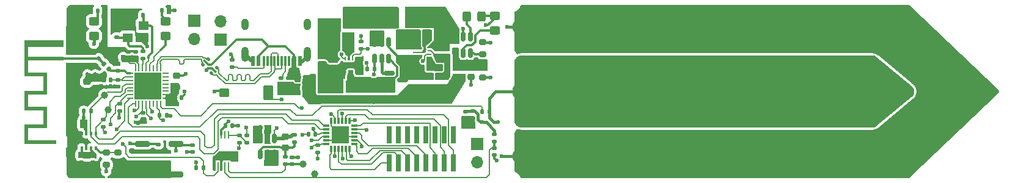
<source format=gtl>
G04 #@! TF.GenerationSoftware,KiCad,Pcbnew,9.0.0*
G04 #@! TF.CreationDate,2025-03-11T16:46:41+02:00*
G04 #@! TF.ProjectId,Plant-health-meter,506c616e-742d-4686-9561-6c74682d6d65,rev?*
G04 #@! TF.SameCoordinates,Original*
G04 #@! TF.FileFunction,Copper,L1,Top*
G04 #@! TF.FilePolarity,Positive*
%FSLAX46Y46*%
G04 Gerber Fmt 4.6, Leading zero omitted, Abs format (unit mm)*
G04 Created by KiCad (PCBNEW 9.0.0) date 2025-03-11 16:46:41*
%MOMM*%
%LPD*%
G01*
G04 APERTURE LIST*
G04 Aperture macros list*
%AMRoundRect*
0 Rectangle with rounded corners*
0 $1 Rounding radius*
0 $2 $3 $4 $5 $6 $7 $8 $9 X,Y pos of 4 corners*
0 Add a 4 corners polygon primitive as box body*
4,1,4,$2,$3,$4,$5,$6,$7,$8,$9,$2,$3,0*
0 Add four circle primitives for the rounded corners*
1,1,$1+$1,$2,$3*
1,1,$1+$1,$4,$5*
1,1,$1+$1,$6,$7*
1,1,$1+$1,$8,$9*
0 Add four rect primitives between the rounded corners*
20,1,$1+$1,$2,$3,$4,$5,0*
20,1,$1+$1,$4,$5,$6,$7,0*
20,1,$1+$1,$6,$7,$8,$9,0*
20,1,$1+$1,$8,$9,$2,$3,0*%
G04 Aperture macros list end*
G04 #@! TA.AperFunction,EtchedComponent*
%ADD10C,0.000000*%
G04 #@! TD*
G04 #@! TA.AperFunction,SMDPad,CuDef*
%ADD11RoundRect,0.218750X-0.218750X-0.381250X0.218750X-0.381250X0.218750X0.381250X-0.218750X0.381250X0*%
G04 #@! TD*
G04 #@! TA.AperFunction,SMDPad,CuDef*
%ADD12RoundRect,0.135000X0.185000X-0.135000X0.185000X0.135000X-0.185000X0.135000X-0.185000X-0.135000X0*%
G04 #@! TD*
G04 #@! TA.AperFunction,SMDPad,CuDef*
%ADD13RoundRect,0.140000X-0.170000X0.140000X-0.170000X-0.140000X0.170000X-0.140000X0.170000X0.140000X0*%
G04 #@! TD*
G04 #@! TA.AperFunction,SMDPad,CuDef*
%ADD14C,1.000000*%
G04 #@! TD*
G04 #@! TA.AperFunction,SMDPad,CuDef*
%ADD15RoundRect,0.135000X-0.185000X0.135000X-0.185000X-0.135000X0.185000X-0.135000X0.185000X0.135000X0*%
G04 #@! TD*
G04 #@! TA.AperFunction,SMDPad,CuDef*
%ADD16RoundRect,0.140000X0.170000X-0.140000X0.170000X0.140000X-0.170000X0.140000X-0.170000X-0.140000X0*%
G04 #@! TD*
G04 #@! TA.AperFunction,SMDPad,CuDef*
%ADD17RoundRect,0.218750X0.218750X0.381250X-0.218750X0.381250X-0.218750X-0.381250X0.218750X-0.381250X0*%
G04 #@! TD*
G04 #@! TA.AperFunction,SMDPad,CuDef*
%ADD18RoundRect,0.175000X-0.525000X-0.825000X0.525000X-0.825000X0.525000X0.825000X-0.525000X0.825000X0*%
G04 #@! TD*
G04 #@! TA.AperFunction,SMDPad,CuDef*
%ADD19RoundRect,0.150000X-0.550000X-0.450000X0.550000X-0.450000X0.550000X0.450000X-0.550000X0.450000X0*%
G04 #@! TD*
G04 #@! TA.AperFunction,SMDPad,CuDef*
%ADD20RoundRect,0.062500X-0.337500X-0.062500X0.337500X-0.062500X0.337500X0.062500X-0.337500X0.062500X0*%
G04 #@! TD*
G04 #@! TA.AperFunction,SMDPad,CuDef*
%ADD21RoundRect,0.062500X-0.062500X-0.337500X0.062500X-0.337500X0.062500X0.337500X-0.062500X0.337500X0*%
G04 #@! TD*
G04 #@! TA.AperFunction,HeatsinkPad*
%ADD22R,3.700000X3.700000*%
G04 #@! TD*
G04 #@! TA.AperFunction,SMDPad,CuDef*
%ADD23R,0.250000X1.100000*%
G04 #@! TD*
G04 #@! TA.AperFunction,SMDPad,CuDef*
%ADD24RoundRect,0.200000X0.275000X-0.200000X0.275000X0.200000X-0.275000X0.200000X-0.275000X-0.200000X0*%
G04 #@! TD*
G04 #@! TA.AperFunction,ComponentPad*
%ADD25R,1.700000X1.700000*%
G04 #@! TD*
G04 #@! TA.AperFunction,ComponentPad*
%ADD26O,1.700000X1.700000*%
G04 #@! TD*
G04 #@! TA.AperFunction,SMDPad,CuDef*
%ADD27RoundRect,0.150000X-0.150000X0.512500X-0.150000X-0.512500X0.150000X-0.512500X0.150000X0.512500X0*%
G04 #@! TD*
G04 #@! TA.AperFunction,SMDPad,CuDef*
%ADD28RoundRect,0.225000X0.250000X-0.225000X0.250000X0.225000X-0.250000X0.225000X-0.250000X-0.225000X0*%
G04 #@! TD*
G04 #@! TA.AperFunction,SMDPad,CuDef*
%ADD29RoundRect,0.250000X-0.450000X0.325000X-0.450000X-0.325000X0.450000X-0.325000X0.450000X0.325000X0*%
G04 #@! TD*
G04 #@! TA.AperFunction,SMDPad,CuDef*
%ADD30RoundRect,0.087500X-0.487500X-0.087500X0.487500X-0.087500X0.487500X0.087500X-0.487500X0.087500X0*%
G04 #@! TD*
G04 #@! TA.AperFunction,SMDPad,CuDef*
%ADD31RoundRect,0.050000X-0.675000X-0.050000X0.675000X-0.050000X0.675000X0.050000X-0.675000X0.050000X0*%
G04 #@! TD*
G04 #@! TA.AperFunction,SMDPad,CuDef*
%ADD32RoundRect,0.062500X-0.162500X-0.062500X0.162500X-0.062500X0.162500X0.062500X-0.162500X0.062500X0*%
G04 #@! TD*
G04 #@! TA.AperFunction,SMDPad,CuDef*
%ADD33R,0.600000X1.450000*%
G04 #@! TD*
G04 #@! TA.AperFunction,SMDPad,CuDef*
%ADD34R,0.300000X1.450000*%
G04 #@! TD*
G04 #@! TA.AperFunction,HeatsinkPad*
%ADD35O,1.000000X2.100000*%
G04 #@! TD*
G04 #@! TA.AperFunction,HeatsinkPad*
%ADD36O,1.000000X1.600000*%
G04 #@! TD*
G04 #@! TA.AperFunction,SMDPad,CuDef*
%ADD37RoundRect,0.250000X-0.475000X0.250000X-0.475000X-0.250000X0.475000X-0.250000X0.475000X0.250000X0*%
G04 #@! TD*
G04 #@! TA.AperFunction,SMDPad,CuDef*
%ADD38RoundRect,0.225000X0.225000X0.250000X-0.225000X0.250000X-0.225000X-0.250000X0.225000X-0.250000X0*%
G04 #@! TD*
G04 #@! TA.AperFunction,SMDPad,CuDef*
%ADD39RoundRect,0.135000X-0.135000X-0.185000X0.135000X-0.185000X0.135000X0.185000X-0.135000X0.185000X0*%
G04 #@! TD*
G04 #@! TA.AperFunction,ComponentPad*
%ADD40RoundRect,0.250000X0.893000X0.512000X-0.893000X0.512000X-0.893000X-0.512000X0.893000X-0.512000X0*%
G04 #@! TD*
G04 #@! TA.AperFunction,ComponentPad*
%ADD41RoundRect,0.381000X0.762000X0.381000X-0.762000X0.381000X-0.762000X-0.381000X0.762000X-0.381000X0*%
G04 #@! TD*
G04 #@! TA.AperFunction,ConnectorPad*
%ADD42R,0.500000X0.500000*%
G04 #@! TD*
G04 #@! TA.AperFunction,ComponentPad*
%ADD43R,0.500000X0.900000*%
G04 #@! TD*
G04 #@! TA.AperFunction,SMDPad,CuDef*
%ADD44RoundRect,0.140000X-0.140000X-0.170000X0.140000X-0.170000X0.140000X0.170000X-0.140000X0.170000X0*%
G04 #@! TD*
G04 #@! TA.AperFunction,SMDPad,CuDef*
%ADD45RoundRect,0.150000X-0.587500X-0.150000X0.587500X-0.150000X0.587500X0.150000X-0.587500X0.150000X0*%
G04 #@! TD*
G04 #@! TA.AperFunction,SMDPad,CuDef*
%ADD46RoundRect,0.200000X-0.800000X0.200000X-0.800000X-0.200000X0.800000X-0.200000X0.800000X0.200000X0*%
G04 #@! TD*
G04 #@! TA.AperFunction,SMDPad,CuDef*
%ADD47RoundRect,0.093750X0.176777X-0.044194X-0.044194X0.176777X-0.176777X0.044194X0.044194X-0.176777X0*%
G04 #@! TD*
G04 #@! TA.AperFunction,SMDPad,CuDef*
%ADD48RoundRect,0.075000X0.229810X-0.123744X-0.123744X0.229810X-0.229810X0.123744X0.123744X-0.229810X0*%
G04 #@! TD*
G04 #@! TA.AperFunction,SMDPad,CuDef*
%ADD49RoundRect,0.225000X-0.250000X0.225000X-0.250000X-0.225000X0.250000X-0.225000X0.250000X0.225000X0*%
G04 #@! TD*
G04 #@! TA.AperFunction,SMDPad,CuDef*
%ADD50RoundRect,0.112500X-0.112500X0.187500X-0.112500X-0.187500X0.112500X-0.187500X0.112500X0.187500X0*%
G04 #@! TD*
G04 #@! TA.AperFunction,SMDPad,CuDef*
%ADD51RoundRect,0.140000X0.140000X0.170000X-0.140000X0.170000X-0.140000X-0.170000X0.140000X-0.170000X0*%
G04 #@! TD*
G04 #@! TA.AperFunction,SMDPad,CuDef*
%ADD52RoundRect,0.125000X-0.125000X-0.125000X0.125000X-0.125000X0.125000X0.125000X-0.125000X0.125000X0*%
G04 #@! TD*
G04 #@! TA.AperFunction,SMDPad,CuDef*
%ADD53RoundRect,0.062500X0.062500X-0.187500X0.062500X0.187500X-0.062500X0.187500X-0.062500X-0.187500X0*%
G04 #@! TD*
G04 #@! TA.AperFunction,ComponentPad*
%ADD54C,0.600000*%
G04 #@! TD*
G04 #@! TA.AperFunction,SMDPad,CuDef*
%ADD55R,1.600000X0.900000*%
G04 #@! TD*
G04 #@! TA.AperFunction,SMDPad,CuDef*
%ADD56R,0.350000X0.500000*%
G04 #@! TD*
G04 #@! TA.AperFunction,SMDPad,CuDef*
%ADD57RoundRect,0.075000X0.075000X-0.362500X0.075000X0.362500X-0.075000X0.362500X-0.075000X-0.362500X0*%
G04 #@! TD*
G04 #@! TA.AperFunction,SMDPad,CuDef*
%ADD58RoundRect,0.075000X0.362500X-0.075000X0.362500X0.075000X-0.362500X0.075000X-0.362500X-0.075000X0*%
G04 #@! TD*
G04 #@! TA.AperFunction,HeatsinkPad*
%ADD59R,2.450000X2.450000*%
G04 #@! TD*
G04 #@! TA.AperFunction,SMDPad,CuDef*
%ADD60RoundRect,0.135000X0.135000X0.185000X-0.135000X0.185000X-0.135000X-0.185000X0.135000X-0.185000X0*%
G04 #@! TD*
G04 #@! TA.AperFunction,SMDPad,CuDef*
%ADD61RoundRect,0.150000X0.150000X-0.512500X0.150000X0.512500X-0.150000X0.512500X-0.150000X-0.512500X0*%
G04 #@! TD*
G04 #@! TA.AperFunction,SMDPad,CuDef*
%ADD62RoundRect,0.250000X0.375000X0.850000X-0.375000X0.850000X-0.375000X-0.850000X0.375000X-0.850000X0*%
G04 #@! TD*
G04 #@! TA.AperFunction,SMDPad,CuDef*
%ADD63R,0.740000X2.400000*%
G04 #@! TD*
G04 #@! TA.AperFunction,SMDPad,CuDef*
%ADD64RoundRect,0.250000X-0.325000X-0.450000X0.325000X-0.450000X0.325000X0.450000X-0.325000X0.450000X0*%
G04 #@! TD*
G04 #@! TA.AperFunction,SMDPad,CuDef*
%ADD65RoundRect,0.140000X0.021213X-0.219203X0.219203X-0.021213X-0.021213X0.219203X-0.219203X0.021213X0*%
G04 #@! TD*
G04 #@! TA.AperFunction,SMDPad,CuDef*
%ADD66RoundRect,0.200000X-0.275000X0.200000X-0.275000X-0.200000X0.275000X-0.200000X0.275000X0.200000X0*%
G04 #@! TD*
G04 #@! TA.AperFunction,SMDPad,CuDef*
%ADD67RoundRect,0.250000X0.475000X-0.250000X0.475000X0.250000X-0.475000X0.250000X-0.475000X-0.250000X0*%
G04 #@! TD*
G04 #@! TA.AperFunction,SMDPad,CuDef*
%ADD68RoundRect,0.250000X-0.450000X0.262500X-0.450000X-0.262500X0.450000X-0.262500X0.450000X0.262500X0*%
G04 #@! TD*
G04 #@! TA.AperFunction,SMDPad,CuDef*
%ADD69R,1.400000X1.200000*%
G04 #@! TD*
G04 #@! TA.AperFunction,SMDPad,CuDef*
%ADD70RoundRect,0.147500X-0.226274X-0.017678X-0.017678X-0.226274X0.226274X0.017678X0.017678X0.226274X0*%
G04 #@! TD*
G04 #@! TA.AperFunction,SMDPad,CuDef*
%ADD71RoundRect,0.147500X0.147500X0.172500X-0.147500X0.172500X-0.147500X-0.172500X0.147500X-0.172500X0*%
G04 #@! TD*
G04 #@! TA.AperFunction,SMDPad,CuDef*
%ADD72RoundRect,0.250000X0.450000X-0.325000X0.450000X0.325000X-0.450000X0.325000X-0.450000X-0.325000X0*%
G04 #@! TD*
G04 #@! TA.AperFunction,ViaPad*
%ADD73C,0.600000*%
G04 #@! TD*
G04 #@! TA.AperFunction,Conductor*
%ADD74C,0.400000*%
G04 #@! TD*
G04 #@! TA.AperFunction,Conductor*
%ADD75C,0.300000*%
G04 #@! TD*
G04 #@! TA.AperFunction,Conductor*
%ADD76C,0.200000*%
G04 #@! TD*
G04 #@! TA.AperFunction,Conductor*
%ADD77C,0.180000*%
G04 #@! TD*
G04 #@! TA.AperFunction,Conductor*
%ADD78C,0.500000*%
G04 #@! TD*
G04 #@! TA.AperFunction,Conductor*
%ADD79C,0.320000*%
G04 #@! TD*
G04 APERTURE END LIST*
D10*
G04 #@! TA.AperFunction,EtchedComponent*
G04 #@! TO.C,AE1*
G36*
X91031785Y-102900000D02*
G01*
X91275000Y-102900000D01*
X91275000Y-103800000D01*
X86375000Y-103800000D01*
X86375000Y-105200000D01*
X91275000Y-105200000D01*
X91275000Y-105700000D01*
X86375000Y-105700000D01*
X86375000Y-107400000D01*
X89015000Y-107400000D01*
X89015000Y-110400000D01*
X86375000Y-110400000D01*
X86375000Y-112100000D01*
X89015000Y-112100000D01*
X89015000Y-115100000D01*
X86375000Y-115100000D01*
X86375000Y-116800000D01*
X90315000Y-116800000D01*
X90315000Y-117300000D01*
X85875000Y-117300000D01*
X85875000Y-114600000D01*
X88515000Y-114600000D01*
X88515000Y-112600000D01*
X85875000Y-112600000D01*
X85875000Y-109900000D01*
X88515000Y-109900000D01*
X88515000Y-107900000D01*
X85875000Y-107900000D01*
X85875000Y-103342733D01*
X90877018Y-103342733D01*
X90883592Y-103392318D01*
X90903687Y-103437628D01*
X90936357Y-103472888D01*
X90968583Y-103489782D01*
X91016842Y-103498222D01*
X91066368Y-103491691D01*
X91111553Y-103471132D01*
X91146787Y-103437489D01*
X91157400Y-103418878D01*
X91170300Y-103373363D01*
X91171043Y-103324844D01*
X91158935Y-103282181D01*
X91154581Y-103274269D01*
X91121797Y-103236326D01*
X91079395Y-103212258D01*
X91031785Y-103202417D01*
X90983378Y-103207153D01*
X90938584Y-103226815D01*
X90901814Y-103261755D01*
X90884908Y-103294647D01*
X90877018Y-103342733D01*
X85875000Y-103342733D01*
X85875000Y-102900000D01*
X91031785Y-102900000D01*
G37*
G04 #@! TD.AperFunction*
G04 #@! TD*
D11*
G04 #@! TO.P,L2,1,1*
G04 #@! TO.N,VBUS*
X123737500Y-108100000D03*
G04 #@! TO.P,L2,2,2*
G04 #@! TO.N,+5V*
X125862500Y-108100000D03*
G04 #@! TD*
D12*
G04 #@! TO.P,R24,1*
G04 #@! TO.N,/ADC/Soil_cap*
X151000000Y-116909999D03*
G04 #@! TO.P,R24,2*
G04 #@! TO.N,Net-(D7-K)*
X151000000Y-115890001D03*
G04 #@! TD*
D13*
G04 #@! TO.P,C29,1*
G04 #@! TO.N,/ADC/Soil_cap*
X151000000Y-117840000D03*
G04 #@! TO.P,C29,2*
G04 #@! TO.N,GND*
X151000000Y-118800000D03*
G04 #@! TD*
D14*
G04 #@! TO.P,TP3,1,1*
G04 #@! TO.N,/ADC/Light level*
X124500000Y-120100000D03*
G04 #@! TD*
G04 #@! TO.P,TP4,1,1*
G04 #@! TO.N,/ADC/Soil_cap*
X126100000Y-121400000D03*
G04 #@! TD*
D15*
G04 #@! TO.P,R19,1*
G04 #@! TO.N,/Sensors/V_out*
X122000000Y-119090001D03*
G04 #@! TO.P,R19,2*
G04 #@! TO.N,/ADC/Light level*
X122000000Y-120109999D03*
G04 #@! TD*
D16*
G04 #@! TO.P,C27,1*
G04 #@! TO.N,/ADC/Light level*
X123000000Y-120080000D03*
G04 #@! TO.P,C27,2*
G04 #@! TO.N,GND*
X123000000Y-119120000D03*
G04 #@! TD*
D12*
G04 #@! TO.P,R26,1*
G04 #@! TO.N,GND*
X115700000Y-117109999D03*
G04 #@! TO.P,R26,2*
G04 #@! TO.N,Net-(U9-AIN2)*
X115700000Y-116090001D03*
G04 #@! TD*
D15*
G04 #@! TO.P,R25,1*
G04 #@! TO.N,+BATT*
X116700000Y-116090001D03*
G04 #@! TO.P,R25,2*
G04 #@! TO.N,Net-(U9-AIN2)*
X116700000Y-117109999D03*
G04 #@! TD*
D17*
G04 #@! TO.P,L1,1,1*
G04 #@! TO.N,+BATT*
X143612498Y-102300000D03*
G04 #@! TO.P,L1,2,2*
G04 #@! TO.N,/PWR/Boost_Ind*
X141487498Y-102300000D03*
G04 #@! TD*
D15*
G04 #@! TO.P,R4,1*
G04 #@! TO.N,GND*
X114700000Y-105590001D03*
G04 #@! TO.P,R4,2*
G04 #@! TO.N,Net-(J5-CC2)*
X114700000Y-106609999D03*
G04 #@! TD*
D16*
G04 #@! TO.P,C28,1*
G04 #@! TO.N,GND*
X147000000Y-113719999D03*
G04 #@! TO.P,C28,2*
G04 #@! TO.N,Net-(D7-K)*
X147000000Y-112759999D03*
G04 #@! TD*
D18*
G04 #@! TO.P,D6,1,K*
G04 #@! TO.N,Net-(D6-K)*
X119650000Y-110200000D03*
D19*
G04 #@! TO.P,D6,2,A*
G04 #@! TO.N,GND*
X113550000Y-110200000D03*
G04 #@! TD*
D20*
G04 #@! TO.P,U6,1,LNA_IN*
G04 #@! TO.N,Net-(U6-LNA_IN)*
X100550000Y-107450000D03*
G04 #@! TO.P,U6,2,VDD3P3*
G04 #@! TO.N,+3.3VA*
X100550000Y-107950000D03*
G04 #@! TO.P,U6,3,VDD3P3*
X100550000Y-108450000D03*
G04 #@! TO.P,U6,4,XTAL_32K_P*
G04 #@! TO.N,/ADC/SDA*
X100550000Y-108950000D03*
G04 #@! TO.P,U6,5,XTAL_32K_N*
G04 #@! TO.N,/ADC/SCL*
X100550000Y-109450000D03*
G04 #@! TO.P,U6,6,GPIO2*
G04 #@! TO.N,unconnected-(U6-GPIO2-Pad6)*
X100550000Y-109950000D03*
G04 #@! TO.P,U6,7,CHIP_EN*
G04 #@! TO.N,Net-(U6-CHIP_EN)*
X100550000Y-110450000D03*
G04 #@! TO.P,U6,8,GPIO3*
G04 #@! TO.N,/ADC/ALERT*
X100550000Y-110950000D03*
D21*
G04 #@! TO.P,U6,9,MTMS*
G04 #@! TO.N,/ESP_32/SOIL_PWM*
X101250000Y-111650000D03*
G04 #@! TO.P,U6,10,MTDI*
G04 #@! TO.N,/ESP_32/Battery_stat*
X101750000Y-111650000D03*
G04 #@! TO.P,U6,11,VDD3P3_RTC*
G04 #@! TO.N,+3.3V*
X102250000Y-111650000D03*
G04 #@! TO.P,U6,12,MTCK*
G04 #@! TO.N,Net-(J6-Pin_1)*
X102750000Y-111650000D03*
G04 #@! TO.P,U6,13,MTDO*
G04 #@! TO.N,Net-(J6-Pin_2)*
X103250000Y-111650000D03*
G04 #@! TO.P,U6,14,GPIO8*
G04 #@! TO.N,unconnected-(U6-GPIO8-Pad14)*
X103750000Y-111650000D03*
G04 #@! TO.P,U6,15,GPIO9*
G04 #@! TO.N,Net-(U6-GPIO9)*
X104250000Y-111650000D03*
G04 #@! TO.P,U6,16,GPIO10*
G04 #@! TO.N,/ESP_32/IO_INT*
X104750000Y-111650000D03*
D20*
G04 #@! TO.P,U6,17,VDD3P3_CPU*
G04 #@! TO.N,+3.3V*
X105450000Y-110950000D03*
G04 #@! TO.P,U6,18,VDD_SPI*
X105450000Y-110450000D03*
G04 #@! TO.P,U6,19,SPIHD*
G04 #@! TO.N,unconnected-(U6-SPIHD-Pad19)*
X105450000Y-109950000D03*
G04 #@! TO.P,U6,20,SPIWP*
G04 #@! TO.N,unconnected-(U6-SPIWP-Pad20)*
X105450000Y-109450000D03*
G04 #@! TO.P,U6,21,SPICS0*
G04 #@! TO.N,unconnected-(U6-SPICS0-Pad21)*
X105450000Y-108950000D03*
G04 #@! TO.P,U6,22,SPICLK*
G04 #@! TO.N,unconnected-(U6-SPICLK-Pad22)*
X105450000Y-108450000D03*
G04 #@! TO.P,U6,23,SPID*
G04 #@! TO.N,unconnected-(U6-SPID-Pad23)*
X105450000Y-107950000D03*
G04 #@! TO.P,U6,24,SPIQ*
G04 #@! TO.N,unconnected-(U6-SPIQ-Pad24)*
X105450000Y-107450000D03*
D21*
G04 #@! TO.P,U6,25,GPIO18*
G04 #@! TO.N,/ESP_32/USB_D-*
X104750000Y-106750000D03*
G04 #@! TO.P,U6,26,GPIO19*
G04 #@! TO.N,/ESP_32/USB_D+*
X104250000Y-106750000D03*
G04 #@! TO.P,U6,27,U0RXD*
G04 #@! TO.N,unconnected-(U6-U0RXD-Pad27)*
X103750000Y-106750000D03*
G04 #@! TO.P,U6,28,U0TXD*
G04 #@! TO.N,/ESP_32/DEBUG*
X103250000Y-106750000D03*
G04 #@! TO.P,U6,29,XTAL_N*
G04 #@! TO.N,Net-(U6-XTAL_N)*
X102750000Y-106750000D03*
G04 #@! TO.P,U6,30,XTAL_P*
G04 #@! TO.N,Net-(U6-XTAL_P)*
X102250000Y-106750000D03*
G04 #@! TO.P,U6,31,VDDA*
G04 #@! TO.N,+3.3V*
X101750000Y-106750000D03*
G04 #@! TO.P,U6,32,VDDA*
X101250000Y-106750000D03*
D22*
G04 #@! TO.P,U6,33,GND*
G04 #@! TO.N,GND*
X103000000Y-109200000D03*
G04 #@! TD*
D15*
G04 #@! TO.P,R7,1*
G04 #@! TO.N,/PWR/Boost_VD*
X143199999Y-106650000D03*
G04 #@! TO.P,R7,2*
G04 #@! TO.N,GND*
X143199999Y-107669998D03*
G04 #@! TD*
D23*
G04 #@! TO.P,U9,1,ADDR*
G04 #@! TO.N,GND*
X112179998Y-120287500D03*
G04 #@! TO.P,U9,2,ALERT/RDY*
G04 #@! TO.N,/ADC/ALERT*
X112679998Y-120287500D03*
G04 #@! TO.P,U9,3,GND*
G04 #@! TO.N,GND*
X113179998Y-120287501D03*
G04 #@! TO.P,U9,4,AIN0*
G04 #@! TO.N,/ADC/Soil_cap*
X113679998Y-120287500D03*
G04 #@! TO.P,U9,5,AIN1*
G04 #@! TO.N,/ADC/Light level*
X114179998Y-120287500D03*
G04 #@! TO.P,U9,6,AIN2*
G04 #@! TO.N,Net-(U9-AIN2)*
X114179998Y-115987500D03*
G04 #@! TO.P,U9,7,AIN3*
G04 #@! TO.N,unconnected-(U9-AIN3-Pad7)*
X113679998Y-115987500D03*
G04 #@! TO.P,U9,8,VDD*
G04 #@! TO.N,+3.3V*
X113179998Y-115987499D03*
G04 #@! TO.P,U9,9,SDA*
G04 #@! TO.N,/ADC/SDA*
X112679998Y-115987500D03*
G04 #@! TO.P,U9,10,SCL*
G04 #@! TO.N,/ADC/SCL*
X112179998Y-115987500D03*
G04 #@! TD*
D12*
G04 #@! TO.P,R6,1*
G04 #@! TO.N,/PWR/source*
X142099999Y-107669998D03*
G04 #@! TO.P,R6,2*
G04 #@! TO.N,/PWR/Boost_VD*
X142099999Y-106650000D03*
G04 #@! TD*
D24*
G04 #@! TO.P,R1,1*
G04 #@! TO.N,Net-(D1-A)*
X149400000Y-108050000D03*
G04 #@! TO.P,R1,2*
G04 #@! TO.N,/PWR/charge*
X149400000Y-106400000D03*
G04 #@! TD*
D25*
G04 #@! TO.P,J6,1,Pin_1*
G04 #@! TO.N,Net-(J6-Pin_1)*
X109400000Y-100200000D03*
D26*
G04 #@! TO.P,J6,2,Pin_2*
G04 #@! TO.N,Net-(J6-Pin_2)*
X109400000Y-102740000D03*
G04 #@! TD*
D27*
G04 #@! TO.P,U1,1,~{CHRG}*
G04 #@! TO.N,Net-(D2-K)*
X147650000Y-102362500D03*
G04 #@! TO.P,U1,2,GND*
G04 #@! TO.N,GND*
X146700000Y-102362500D03*
G04 #@! TO.P,U1,3,BAT*
G04 #@! TO.N,+BATT*
X145750000Y-102362500D03*
G04 #@! TO.P,U1,4,V_{CC}*
G04 #@! TO.N,/PWR/charge*
X145750000Y-104637500D03*
G04 #@! TO.P,U1,5,STDBY*
G04 #@! TO.N,Net-(D1-K)*
X146700000Y-104637500D03*
G04 #@! TO.P,U1,6,PROG*
G04 #@! TO.N,Net-(U1-PROG)*
X147650000Y-104637500D03*
G04 #@! TD*
D28*
G04 #@! TO.P,C6,1*
G04 #@! TO.N,+5V*
X127750000Y-110975000D03*
G04 #@! TO.P,C6,2*
G04 #@! TO.N,GND*
X127750000Y-109425000D03*
G04 #@! TD*
D29*
G04 #@! TO.P,D4,1,K*
G04 #@! TO.N,Net-(D4-K)*
X95500001Y-100250001D03*
G04 #@! TO.P,D4,2,A*
G04 #@! TO.N,+3.3V*
X95500001Y-102299999D03*
G04 #@! TD*
D30*
G04 #@! TO.P,U2,1,GND*
G04 #@! TO.N,GND*
X140374999Y-104000000D03*
D31*
G04 #@! TO.P,U2,2,SW*
G04 #@! TO.N,/PWR/Boost_Ind*
X140524999Y-104550000D03*
D30*
G04 #@! TO.P,U2,3,VOUT*
G04 #@! TO.N,/PWR/source*
X140374999Y-105100000D03*
D32*
G04 #@! TO.P,U2,4,FB*
G04 #@! TO.N,/PWR/Boost_VD*
X141974999Y-105300000D03*
G04 #@! TO.P,U2,5,EN*
G04 #@! TO.N,+3.3V*
X141974999Y-104800000D03*
G04 #@! TO.P,U2,6,MODE*
G04 #@! TO.N,GND*
X141974999Y-104300000D03*
G04 #@! TO.P,U2,7,VIN*
G04 #@! TO.N,+BATT*
X141974999Y-103800000D03*
G04 #@! TD*
D33*
G04 #@! TO.P,J5,A1,GND*
G04 #@! TO.N,GND*
X124050000Y-105745000D03*
G04 #@! TO.P,J5,A4,VBUS*
G04 #@! TO.N,VBUS*
X123250000Y-105745000D03*
D34*
G04 #@! TO.P,J5,A5,CC1*
G04 #@! TO.N,Net-(J5-CC1)*
X122050000Y-105745000D03*
G04 #@! TO.P,J5,A6,D+*
G04 #@! TO.N,/PWR/D+*
X121050000Y-105745000D03*
G04 #@! TO.P,J5,A7,D-*
G04 #@! TO.N,/PWR/D-*
X120550000Y-105745000D03*
G04 #@! TO.P,J5,A8*
G04 #@! TO.N,N/C*
X119550000Y-105745000D03*
D33*
G04 #@! TO.P,J5,A9,VBUS*
G04 #@! TO.N,VBUS*
X118350000Y-105745000D03*
G04 #@! TO.P,J5,A12,GND*
G04 #@! TO.N,GND*
X117550000Y-105745000D03*
G04 #@! TO.P,J5,B1,GND*
X117550000Y-105745000D03*
G04 #@! TO.P,J5,B4,VBUS*
G04 #@! TO.N,VBUS*
X118350000Y-105745000D03*
D34*
G04 #@! TO.P,J5,B5,CC2*
G04 #@! TO.N,Net-(J5-CC2)*
X119050000Y-105745000D03*
G04 #@! TO.P,J5,B6,D+*
G04 #@! TO.N,/PWR/D+*
X120050000Y-105745000D03*
G04 #@! TO.P,J5,B7,D-*
G04 #@! TO.N,/PWR/D-*
X121550000Y-105745000D03*
G04 #@! TO.P,J5,B8*
G04 #@! TO.N,N/C*
X122550000Y-105745000D03*
D33*
G04 #@! TO.P,J5,B9,VBUS*
G04 #@! TO.N,VBUS*
X123250000Y-105745000D03*
G04 #@! TO.P,J5,B12,GND*
G04 #@! TO.N,GND*
X124050000Y-105745000D03*
D35*
G04 #@! TO.P,J5,S1,SHIELD*
X125120000Y-104830000D03*
D36*
X125120000Y-100650000D03*
D35*
X116480000Y-104830000D03*
D36*
X116480000Y-100650000D03*
G04 #@! TD*
D37*
G04 #@! TO.P,C8,1*
G04 #@! TO.N,+3.3V*
X128674999Y-105500007D03*
G04 #@! TO.P,C8,2*
G04 #@! TO.N,GND*
X128674999Y-107400005D03*
G04 #@! TD*
D38*
G04 #@! TO.P,C7,1*
G04 #@! TO.N,/PWR/LOAD*
X130849999Y-109050003D03*
G04 #@! TO.P,C7,2*
G04 #@! TO.N,GND*
X129299999Y-109050003D03*
G04 #@! TD*
D39*
G04 #@! TO.P,R11,1*
G04 #@! TO.N,Net-(D5-K)*
X104940002Y-98750001D03*
G04 #@! TO.P,R11,2*
G04 #@! TO.N,GND*
X105960000Y-98750001D03*
G04 #@! TD*
D25*
G04 #@! TO.P,J1,1,Pin_1*
G04 #@! TO.N,+3.3V*
X113090175Y-102775000D03*
D26*
G04 #@! TO.P,J1,2,Pin_2*
G04 #@! TO.N,GND*
X113090175Y-100235000D03*
G04 #@! TD*
D12*
G04 #@! TO.P,R13,1*
G04 #@! TO.N,Net-(U6-XTAL_P)*
X102300000Y-105450000D03*
G04 #@! TO.P,R13,2*
G04 #@! TO.N,Net-(C11-Pad2)*
X102300000Y-104430000D03*
G04 #@! TD*
G04 #@! TO.P,R17,1*
G04 #@! TO.N,+3.3V*
X99050000Y-112710000D03*
G04 #@! TO.P,R17,2*
G04 #@! TO.N,Net-(U6-CHIP_EN)*
X99050000Y-111690000D03*
G04 #@! TD*
D25*
G04 #@! TO.P,J2,1,Pin_1*
G04 #@! TO.N,+3.3V*
X148650000Y-117275000D03*
D26*
G04 #@! TO.P,J2,2,Pin_2*
G04 #@! TO.N,GND*
X148650000Y-119815000D03*
G04 #@! TD*
D13*
G04 #@! TO.P,C14,1*
G04 #@! TO.N,+3.3VA*
X98800000Y-108375000D03*
G04 #@! TO.P,C14,2*
G04 #@! TO.N,GND*
X98800000Y-109335000D03*
G04 #@! TD*
D40*
G04 #@! TO.P,S1,1,1*
G04 #@! TO.N,/Sensors/sensor_cap*
X154750000Y-110000000D03*
D41*
G04 #@! TO.P,S1,2*
G04 #@! TO.N,GND*
X154750000Y-119000000D03*
X154750000Y-101000000D03*
G04 #@! TD*
D16*
G04 #@! TO.P,C19,1*
G04 #@! TO.N,+3.3V*
X100300000Y-105410000D03*
G04 #@! TO.P,C19,2*
G04 #@! TO.N,GND*
X100300000Y-104450000D03*
G04 #@! TD*
D42*
G04 #@! TO.P,AE1,1,A*
G04 #@! TO.N,Net-(AE1-A)*
X91025000Y-105450000D03*
D43*
G04 #@! TO.P,AE1,2,Shield*
G04 #@! TO.N,GND*
X91025000Y-103350000D03*
G04 #@! TD*
D44*
G04 #@! TO.P,C26,1*
G04 #@! TO.N,+3.3V*
X118590000Y-115012499D03*
G04 #@! TO.P,C26,2*
G04 #@! TO.N,GND*
X119550000Y-115012499D03*
G04 #@! TD*
D45*
G04 #@! TO.P,Q1,1,G*
G04 #@! TO.N,Net-(Q1-G)*
X136412499Y-107450000D03*
G04 #@! TO.P,Q1,2,S*
G04 #@! TO.N,/PWR/LOAD*
X136412499Y-109350000D03*
G04 #@! TO.P,Q1,3,D*
G04 #@! TO.N,/PWR/source*
X138287500Y-108400000D03*
G04 #@! TD*
D46*
G04 #@! TO.P,SW1,1,1*
G04 #@! TO.N,Net-(U6-GPIO9)*
X106900000Y-117300000D03*
G04 #@! TO.P,SW1,2,2*
G04 #@! TO.N,GND*
X106900000Y-121500000D03*
G04 #@! TD*
D12*
G04 #@! TO.P,R9,1*
G04 #@! TO.N,+3.3V*
X132574998Y-104060001D03*
G04 #@! TO.P,R9,2*
G04 #@! TO.N,Net-(U5-PG)*
X132574998Y-103040003D03*
G04 #@! TD*
D14*
G04 #@! TO.P,TP1,1,1*
G04 #@! TO.N,/ADC/SDA*
X97000000Y-110500000D03*
G04 #@! TD*
D39*
G04 #@! TO.P,R14,1*
G04 #@! TO.N,+3.3V*
X94090001Y-112700000D03*
G04 #@! TO.P,R14,2*
G04 #@! TO.N,/ADC/SDA*
X95109999Y-112700000D03*
G04 #@! TD*
D47*
G04 #@! TO.P,U3,1,I/O1*
G04 #@! TO.N,/PWR/D-*
X111820971Y-107481111D03*
D48*
G04 #@! TO.P,U3,2,GND*
G04 #@! TO.N,GND*
X112254074Y-107154074D03*
D47*
G04 #@! TO.P,U3,3,I/O2*
G04 #@! TO.N,/PWR/D+*
X112581111Y-106720971D03*
G04 #@! TO.P,U3,4,I/O2*
G04 #@! TO.N,/ESP_32/USB_D+*
X111379029Y-105518889D03*
D48*
G04 #@! TO.P,U3,5,VBUS*
G04 #@! TO.N,VBUS*
X110945926Y-105845926D03*
D47*
G04 #@! TO.P,U3,6,I/O1*
G04 #@! TO.N,/ESP_32/USB_D-*
X110618889Y-106279029D03*
G04 #@! TD*
D16*
G04 #@! TO.P,C18,1*
G04 #@! TO.N,Net-(U6-LNA_IN)*
X98800000Y-107085000D03*
G04 #@! TO.P,C18,2*
G04 #@! TO.N,GND*
X98800000Y-106125000D03*
G04 #@! TD*
D49*
G04 #@! TO.P,C1,1*
G04 #@! TO.N,/PWR/charge*
X147800000Y-106450000D03*
G04 #@! TO.P,C1,2*
G04 #@! TO.N,GND*
X147800000Y-108000000D03*
G04 #@! TD*
D50*
G04 #@! TO.P,D3,1,K*
G04 #@! TO.N,/PWR/LOAD*
X134324999Y-109300001D03*
G04 #@! TO.P,D3,2,A*
G04 #@! TO.N,+5V*
X134324999Y-111400001D03*
G04 #@! TD*
D13*
G04 #@! TO.P,C11,1*
G04 #@! TO.N,GND*
X98650000Y-101520000D03*
G04 #@! TO.P,C11,2*
G04 #@! TO.N,Net-(C11-Pad2)*
X98650000Y-102480000D03*
G04 #@! TD*
D51*
G04 #@! TO.P,C5,1*
G04 #@! TO.N,+5V*
X124580000Y-109500000D03*
G04 #@! TO.P,C5,2*
G04 #@! TO.N,GND*
X123620000Y-109500000D03*
G04 #@! TD*
D44*
G04 #@! TO.P,C10,1*
G04 #@! TO.N,GND*
X101370000Y-99400000D03*
G04 #@! TO.P,C10,2*
G04 #@! TO.N,Net-(U6-XTAL_N)*
X102330000Y-99400000D03*
G04 #@! TD*
D13*
G04 #@! TO.P,C24,1*
G04 #@! TO.N,+3.3V*
X93750000Y-118870000D03*
G04 #@! TO.P,C24,2*
G04 #@! TO.N,GND*
X93750000Y-119830000D03*
G04 #@! TD*
D16*
G04 #@! TO.P,C9,1*
G04 #@! TO.N,GND*
X109150000Y-118380000D03*
G04 #@! TO.P,C9,2*
G04 #@! TO.N,Net-(U6-GPIO9)*
X109150000Y-117420000D03*
G04 #@! TD*
D51*
G04 #@! TO.P,C32,1*
G04 #@! TO.N,+3.3V*
X126186250Y-115950000D03*
G04 #@! TO.P,C32,2*
G04 #@! TO.N,GND*
X125226250Y-115950000D03*
G04 #@! TD*
D16*
G04 #@! TO.P,C21,1*
G04 #@! TO.N,+3.3V*
X101300000Y-105410000D03*
G04 #@! TO.P,C21,2*
G04 #@! TO.N,GND*
X101300000Y-104450000D03*
G04 #@! TD*
D46*
G04 #@! TO.P,SW2,1,1*
G04 #@! TO.N,Net-(U6-CHIP_EN)*
X102200000Y-117250000D03*
G04 #@! TO.P,SW2,2,2*
G04 #@! TO.N,GND*
X102200000Y-121450000D03*
G04 #@! TD*
D14*
G04 #@! TO.P,TP2,1,1*
G04 #@! TO.N,/ADC/SCL*
X97500000Y-112500000D03*
G04 #@! TD*
D44*
G04 #@! TO.P,C30,1*
G04 #@! TO.N,+3.3V*
X113720000Y-114700000D03*
G04 #@! TO.P,C30,2*
G04 #@! TO.N,GND*
X114680000Y-114700000D03*
G04 #@! TD*
D13*
G04 #@! TO.P,C22,1*
G04 #@! TO.N,Net-(U6-CHIP_EN)*
X104450000Y-117370000D03*
G04 #@! TO.P,C22,2*
G04 #@! TO.N,GND*
X104450000Y-118330000D03*
G04 #@! TD*
D52*
G04 #@! TO.P,D7,1,K*
G04 #@! TO.N,Net-(D7-K)*
X149299998Y-114250000D03*
G04 #@! TO.P,D7,2,A*
G04 #@! TO.N,/Sensors/sensor_cap*
X151499996Y-114250000D03*
G04 #@! TD*
D53*
G04 #@! TO.P,U5,1,PGND*
G04 #@! TO.N,GND*
X130324998Y-107300002D03*
G04 #@! TO.P,U5,2,VIN*
G04 #@! TO.N,/PWR/LOAD*
X130824999Y-107300002D03*
G04 #@! TO.P,U5,3,EN*
X131324999Y-107300002D03*
G04 #@! TO.P,U5,4,AGND*
G04 #@! TO.N,GND*
X131825000Y-107300002D03*
G04 #@! TO.P,U5,5,FB*
X131825000Y-105400002D03*
G04 #@! TO.P,U5,6,VOS*
G04 #@! TO.N,+3.3V*
X131324999Y-105400002D03*
G04 #@! TO.P,U5,7,SW*
G04 #@! TO.N,/PWR/Buck_ind*
X130824999Y-105400002D03*
G04 #@! TO.P,U5,8,PG*
G04 #@! TO.N,Net-(U5-PG)*
X130324998Y-105400002D03*
D54*
G04 #@! TO.P,U5,9,PAD*
G04 #@! TO.N,GND*
X130575000Y-106350002D03*
D55*
X131074999Y-106350002D03*
D54*
X131574998Y-106350002D03*
G04 #@! TD*
D12*
G04 #@! TO.P,R23,1*
G04 #@! TO.N,GND*
X147999999Y-113749998D03*
G04 #@! TO.P,R23,2*
G04 #@! TO.N,Net-(D7-K)*
X147999999Y-112730000D03*
G04 #@! TD*
D24*
G04 #@! TO.P,R20,1*
G04 #@! TO.N,+3.3V*
X97250000Y-120150000D03*
G04 #@! TO.P,R20,2*
G04 #@! TO.N,Net-(U8-SDO)*
X97250000Y-118500000D03*
G04 #@! TD*
D56*
G04 #@! TO.P,U8,1,GND*
G04 #@! TO.N,GND*
X93799999Y-115800000D03*
G04 #@! TO.P,U8,2,CSB*
G04 #@! TO.N,+3.3V*
X94450000Y-115800000D03*
G04 #@! TO.P,U8,3,SDI*
G04 #@! TO.N,/ADC/SDA*
X95100000Y-115800000D03*
G04 #@! TO.P,U8,4,SCK*
G04 #@! TO.N,/ADC/SCL*
X95750001Y-115800000D03*
G04 #@! TO.P,U8,5,SDO*
G04 #@! TO.N,Net-(U8-SDO)*
X95750001Y-117850000D03*
G04 #@! TO.P,U8,6,VDDIO*
G04 #@! TO.N,+3.3V*
X95100000Y-117850000D03*
G04 #@! TO.P,U8,7,GND*
G04 #@! TO.N,GND*
X94450000Y-117850000D03*
G04 #@! TO.P,U8,8,VDD*
G04 #@! TO.N,+3.3V*
X93799999Y-117850000D03*
G04 #@! TD*
D13*
G04 #@! TO.P,C23,1*
G04 #@! TO.N,+3.3V*
X95350000Y-118870000D03*
G04 #@! TO.P,C23,2*
G04 #@! TO.N,GND*
X95350000Y-119830000D03*
G04 #@! TD*
D57*
G04 #@! TO.P,U10,1,P00*
G04 #@! TO.N,Net-(J7-Pin_1)*
X128406250Y-117937500D03*
G04 #@! TO.P,U10,2,P01*
G04 #@! TO.N,Net-(J7-Pin_2)*
X128906250Y-117937499D03*
G04 #@! TO.P,U10,3,P02*
G04 #@! TO.N,Net-(J7-Pin_3)*
X129406250Y-117937500D03*
G04 #@! TO.P,U10,4,P03*
G04 #@! TO.N,Net-(J7-Pin_4)*
X129906250Y-117937500D03*
G04 #@! TO.P,U10,5,P04*
G04 #@! TO.N,Net-(J7-Pin_5)*
X130406250Y-117937499D03*
G04 #@! TO.P,U10,6,P05*
G04 #@! TO.N,Net-(J7-Pin_6)*
X130906250Y-117937500D03*
D58*
G04 #@! TO.P,U10,7,P06*
G04 #@! TO.N,Net-(J7-Pin_7)*
X131593750Y-117250000D03*
G04 #@! TO.P,U10,8,P07*
G04 #@! TO.N,Net-(J7-Pin_8)*
X131593749Y-116750000D03*
G04 #@! TO.P,U10,9,GND*
G04 #@! TO.N,GND*
X131593750Y-116250000D03*
G04 #@! TO.P,U10,10,P10*
G04 #@! TO.N,Net-(J7-Pin_9)*
X131593750Y-115750000D03*
G04 #@! TO.P,U10,11,P11*
G04 #@! TO.N,Net-(J7-Pin_10)*
X131593749Y-115250000D03*
G04 #@! TO.P,U10,12,P12*
G04 #@! TO.N,Net-(J7-Pin_11)*
X131593750Y-114750000D03*
D57*
G04 #@! TO.P,U10,13,P13*
G04 #@! TO.N,Net-(J7-Pin_12)*
X130906250Y-114062500D03*
G04 #@! TO.P,U10,14,P14*
G04 #@! TO.N,Net-(J7-Pin_13)*
X130406250Y-114062501D03*
G04 #@! TO.P,U10,15,P15*
G04 #@! TO.N,Net-(J7-Pin_14)*
X129906250Y-114062500D03*
G04 #@! TO.P,U10,16,P16*
G04 #@! TO.N,Net-(J7-Pin_15)*
X129406250Y-114062500D03*
G04 #@! TO.P,U10,17,P17*
G04 #@! TO.N,Net-(J7-Pin_16)*
X128906250Y-114062501D03*
G04 #@! TO.P,U10,18,A0*
G04 #@! TO.N,GND*
X128406250Y-114062500D03*
D58*
G04 #@! TO.P,U10,19,SCL*
G04 #@! TO.N,/ADC/SCL*
X127718750Y-114750000D03*
G04 #@! TO.P,U10,20,SDA*
G04 #@! TO.N,/ADC/SDA*
X127718751Y-115250000D03*
G04 #@! TO.P,U10,21,VCC*
G04 #@! TO.N,+3.3V*
X127718750Y-115750000D03*
G04 #@! TO.P,U10,22,~{INT}*
G04 #@! TO.N,/ESP_32/IO_INT*
X127718750Y-116250000D03*
G04 #@! TO.P,U10,23,A1*
G04 #@! TO.N,GND*
X127718751Y-116750000D03*
G04 #@! TO.P,U10,24,A2*
G04 #@! TO.N,+3.3V*
X127718750Y-117250000D03*
D59*
G04 #@! TO.P,U10,25,EPAD*
G04 #@! TO.N,GND*
X129656250Y-116000000D03*
G04 #@! TD*
D13*
G04 #@! TO.P,C17,1*
G04 #@! TO.N,+3.3V*
X102300000Y-112970000D03*
G04 #@! TO.P,C17,2*
G04 #@! TO.N,GND*
X102300000Y-113930000D03*
G04 #@! TD*
G04 #@! TO.P,C4,1*
G04 #@! TO.N,VBUS*
X122492502Y-108104300D03*
G04 #@! TO.P,C4,2*
G04 #@! TO.N,GND*
X122492502Y-109064300D03*
G04 #@! TD*
D60*
G04 #@! TO.P,R10,1*
G04 #@! TO.N,Net-(D4-K)*
X96000000Y-98799999D03*
G04 #@! TO.P,R10,2*
G04 #@! TO.N,GND*
X94980002Y-98799999D03*
G04 #@! TD*
D15*
G04 #@! TO.P,R18,1*
G04 #@! TO.N,Net-(D6-K)*
X123320003Y-116002502D03*
G04 #@! TO.P,R18,2*
G04 #@! TO.N,/Sensors/V_out*
X123320003Y-117022500D03*
G04 #@! TD*
D12*
G04 #@! TO.P,R15,1*
G04 #@! TO.N,+3.3V*
X96800000Y-114909999D03*
G04 #@! TO.P,R15,2*
G04 #@! TO.N,/ADC/SCL*
X96800000Y-113890001D03*
G04 #@! TD*
D49*
G04 #@! TO.P,C12,1*
G04 #@! TO.N,+3.3V*
X94500000Y-108625000D03*
G04 #@! TO.P,C12,2*
G04 #@! TO.N,GND*
X94500000Y-110175000D03*
G04 #@! TD*
D27*
G04 #@! TO.P,U4,1,VIN*
G04 #@! TO.N,/PWR/source*
X136324998Y-103112500D03*
G04 #@! TO.P,U4,2,GND*
G04 #@! TO.N,GND*
X135374999Y-103112500D03*
G04 #@! TO.P,U4,3,CTL*
X134425000Y-103112500D03*
G04 #@! TO.P,U4,4,STAT*
G04 #@! TO.N,/ESP_32/Battery_stat*
X134425000Y-105387500D03*
G04 #@! TO.P,U4,5,GATE*
G04 #@! TO.N,Net-(Q1-G)*
X135374999Y-105387500D03*
G04 #@! TO.P,U4,6,SENSE*
G04 #@! TO.N,/PWR/LOAD*
X136324998Y-105387500D03*
G04 #@! TD*
D61*
G04 #@! TO.P,U7,1*
G04 #@! TO.N,/Sensors/V_out*
X118600002Y-118750000D03*
G04 #@! TO.P,U7,2,V-*
G04 #@! TO.N,GND*
X119550001Y-118750000D03*
G04 #@! TO.P,U7,3,+*
X120500000Y-118750000D03*
G04 #@! TO.P,U7,4,-*
G04 #@! TO.N,Net-(D6-K)*
X120500000Y-116475000D03*
G04 #@! TO.P,U7,5,V+*
G04 #@! TO.N,+3.3V*
X118600002Y-116475000D03*
G04 #@! TD*
D60*
G04 #@! TO.P,R12,1*
G04 #@! TO.N,+3.3V*
X105609999Y-113300000D03*
G04 #@! TO.P,R12,2*
G04 #@! TO.N,Net-(U6-GPIO9)*
X104590001Y-113300000D03*
G04 #@! TD*
D13*
G04 #@! TO.P,C31,1*
G04 #@! TO.N,+3.3V*
X126506250Y-117470000D03*
G04 #@! TO.P,C31,2*
G04 #@! TO.N,GND*
X126506250Y-118430000D03*
G04 #@! TD*
D62*
G04 #@! TO.P,L3,1,1*
G04 #@! TO.N,/PWR/Buck_ind*
X130749999Y-103250000D03*
G04 #@! TO.P,L3,2,2*
G04 #@! TO.N,+3.3V*
X128599999Y-103250000D03*
G04 #@! TD*
D63*
G04 #@! TO.P,J7,1,Pin_1*
G04 #@! TO.N,Net-(J7-Pin_1)*
X136460000Y-119900000D03*
G04 #@! TO.P,J7,2,Pin_2*
G04 #@! TO.N,Net-(J7-Pin_2)*
X136460000Y-116000000D03*
G04 #@! TO.P,J7,3,Pin_3*
G04 #@! TO.N,Net-(J7-Pin_3)*
X137730000Y-119900000D03*
G04 #@! TO.P,J7,4,Pin_4*
G04 #@! TO.N,Net-(J7-Pin_4)*
X137730000Y-116000000D03*
G04 #@! TO.P,J7,5,Pin_5*
G04 #@! TO.N,Net-(J7-Pin_5)*
X139000000Y-119900000D03*
G04 #@! TO.P,J7,6,Pin_6*
G04 #@! TO.N,Net-(J7-Pin_6)*
X139000000Y-116000000D03*
G04 #@! TO.P,J7,7,Pin_7*
G04 #@! TO.N,Net-(J7-Pin_7)*
X140270000Y-119900000D03*
G04 #@! TO.P,J7,8,Pin_8*
G04 #@! TO.N,Net-(J7-Pin_8)*
X140270000Y-116000000D03*
G04 #@! TO.P,J7,9,Pin_9*
G04 #@! TO.N,Net-(J7-Pin_9)*
X141540000Y-119900000D03*
G04 #@! TO.P,J7,10,Pin_10*
G04 #@! TO.N,Net-(J7-Pin_10)*
X141540000Y-116000000D03*
G04 #@! TO.P,J7,11,Pin_11*
G04 #@! TO.N,Net-(J7-Pin_11)*
X142810000Y-119900000D03*
G04 #@! TO.P,J7,12,Pin_12*
G04 #@! TO.N,Net-(J7-Pin_12)*
X142810000Y-116000000D03*
G04 #@! TO.P,J7,13,Pin_13*
G04 #@! TO.N,Net-(J7-Pin_13)*
X144080000Y-119900000D03*
G04 #@! TO.P,J7,14,Pin_14*
G04 #@! TO.N,Net-(J7-Pin_14)*
X144080000Y-116000000D03*
G04 #@! TO.P,J7,15,Pin_15*
G04 #@! TO.N,Net-(J7-Pin_15)*
X145350000Y-119900000D03*
G04 #@! TO.P,J7,16,Pin_16*
G04 #@! TO.N,Net-(J7-Pin_16)*
X145350000Y-116000000D03*
G04 #@! TD*
D64*
G04 #@! TO.P,D2,1,K*
G04 #@! TO.N,Net-(D2-K)*
X147175001Y-99600000D03*
G04 #@! TO.P,D2,2,A*
G04 #@! TO.N,Net-(D1-A)*
X149224999Y-99600000D03*
G04 #@! TD*
D65*
G04 #@! TO.P,C20,1*
G04 #@! TO.N,Net-(AE1-A)*
X96192876Y-105414590D03*
G04 #@! TO.P,C20,2*
G04 #@! TO.N,GND*
X96871698Y-104735768D03*
G04 #@! TD*
D66*
G04 #@! TO.P,R2,1*
G04 #@! TO.N,GND*
X149400000Y-103175000D03*
G04 #@! TO.P,R2,2*
G04 #@! TO.N,Net-(U1-PROG)*
X149400000Y-104825000D03*
G04 #@! TD*
D49*
G04 #@! TO.P,C2,1*
G04 #@! TO.N,+BATT*
X144099999Y-103875000D03*
G04 #@! TO.P,C2,2*
G04 #@! TO.N,GND*
X144099999Y-105425000D03*
G04 #@! TD*
D39*
G04 #@! TO.P,R8,1*
G04 #@! TO.N,+3.3V*
X133390001Y-106900000D03*
G04 #@! TO.P,R8,2*
G04 #@! TO.N,/ESP_32/Battery_stat*
X134409999Y-106900000D03*
G04 #@! TD*
D25*
G04 #@! TO.P,J3,1,Pin_1*
G04 #@! TO.N,+BATT*
X140400000Y-99400000D03*
D26*
G04 #@! TO.P,J3,2,Pin_2*
X142940000Y-99400000D03*
G04 #@! TD*
D67*
G04 #@! TO.P,C3,1*
G04 #@! TO.N,/PWR/source*
X138449999Y-105549999D03*
G04 #@! TO.P,C3,2*
G04 #@! TO.N,GND*
X138449999Y-103650001D03*
G04 #@! TD*
D12*
G04 #@! TO.P,R5,1*
G04 #@! TO.N,GND*
X121452502Y-109114299D03*
G04 #@! TO.P,R5,2*
G04 #@! TO.N,Net-(J5-CC1)*
X121452502Y-108094301D03*
G04 #@! TD*
D68*
G04 #@! TO.P,R3,1*
G04 #@! TO.N,/PWR/charge*
X146000000Y-106437500D03*
G04 #@! TO.P,R3,2*
G04 #@! TO.N,+5V*
X146000000Y-108262500D03*
G04 #@! TD*
D69*
G04 #@! TO.P,Y1,1,1*
G04 #@! TO.N,Net-(C11-Pad2)*
X100200000Y-102550000D03*
G04 #@! TO.P,Y1,2,2*
G04 #@! TO.N,GND*
X102400000Y-102550000D03*
G04 #@! TO.P,Y1,3,3*
G04 #@! TO.N,Net-(U6-XTAL_N)*
X102400000Y-100850000D03*
G04 #@! TO.P,Y1,4,4*
G04 #@! TO.N,GND*
X100200000Y-100850000D03*
G04 #@! TD*
D39*
G04 #@! TO.P,R16,1*
G04 #@! TO.N,+3.3V*
X109690001Y-120600000D03*
G04 #@! TO.P,R16,2*
G04 #@! TO.N,/ADC/ALERT*
X110709999Y-120600000D03*
G04 #@! TD*
D70*
G04 #@! TO.P,L5,1,1*
G04 #@! TO.N,Net-(AE1-A)*
X96907053Y-106157053D03*
G04 #@! TO.P,L5,2,2*
G04 #@! TO.N,Net-(U6-LNA_IN)*
X97592947Y-106842947D03*
G04 #@! TD*
D25*
G04 #@! TO.P,J4,1,Pin_1*
G04 #@! TO.N,GND*
X133325000Y-99400000D03*
D26*
G04 #@! TO.P,J4,2,Pin_2*
X135865000Y-99400000D03*
G04 #@! TD*
D13*
G04 #@! TO.P,C13,1*
G04 #@! TO.N,+3.3V*
X95800000Y-108375000D03*
G04 #@! TO.P,C13,2*
G04 #@! TO.N,GND*
X95800000Y-109335000D03*
G04 #@! TD*
D66*
G04 #@! TO.P,R21,1*
G04 #@! TO.N,Net-(U8-SDO)*
X98800000Y-118475000D03*
G04 #@! TO.P,R21,2*
G04 #@! TO.N,GND*
X98800000Y-120125000D03*
G04 #@! TD*
D39*
G04 #@! TO.P,R22,1*
G04 #@! TO.N,/ESP_32/SOIL_PWM*
X149290001Y-112749999D03*
G04 #@! TO.P,R22,2*
G04 #@! TO.N,/Sensors/sensor_cap*
X150309999Y-112749999D03*
G04 #@! TD*
D71*
G04 #@! TO.P,L4,1,1*
G04 #@! TO.N,+3.3VA*
X97785000Y-108415000D03*
G04 #@! TO.P,L4,2,2*
G04 #@! TO.N,+3.3V*
X96815000Y-108415000D03*
G04 #@! TD*
D72*
G04 #@! TO.P,D1,1,K*
G04 #@! TO.N,Net-(D1-K)*
X151100000Y-101524999D03*
G04 #@! TO.P,D1,2,A*
G04 #@! TO.N,Net-(D1-A)*
X151100000Y-99475001D03*
G04 #@! TD*
D28*
G04 #@! TO.P,C16,1*
G04 #@! TO.N,+3.3V*
X107000000Y-109375000D03*
G04 #@! TO.P,C16,2*
G04 #@! TO.N,GND*
X107000000Y-107825000D03*
G04 #@! TD*
D29*
G04 #@! TO.P,D5,1,K*
G04 #@! TO.N,Net-(D5-K)*
X105450001Y-100225001D03*
G04 #@! TO.P,D5,2,A*
G04 #@! TO.N,/ESP_32/DEBUG*
X105450001Y-102274999D03*
G04 #@! TD*
D44*
G04 #@! TO.P,C15,1*
G04 #@! TO.N,+3.3V*
X106670000Y-110875000D03*
G04 #@! TO.P,C15,2*
G04 #@! TO.N,GND*
X107630000Y-110875000D03*
G04 #@! TD*
D49*
G04 #@! TO.P,C25,1*
G04 #@! TO.N,Net-(D6-K)*
X122050001Y-116262499D03*
G04 #@! TO.P,C25,2*
G04 #@! TO.N,/Sensors/V_out*
X122050001Y-117812499D03*
G04 #@! TD*
D73*
G04 #@! TO.N,GND*
X151300000Y-119600000D03*
X123800000Y-119100000D03*
X115600000Y-117900000D03*
G04 #@! TO.N,+BATT*
X116600000Y-115000000D03*
G04 #@! TO.N,GND*
X92000000Y-106500000D03*
X99750000Y-99000000D03*
X94000000Y-98750000D03*
X135250000Y-102000000D03*
X128778125Y-115121875D03*
X94350000Y-116850000D03*
X126500000Y-119300000D03*
X92750000Y-115000000D03*
X127000000Y-107000000D03*
X132500000Y-100750000D03*
X119570002Y-115902449D03*
X99000000Y-99000000D03*
X92750000Y-110250000D03*
X131500000Y-99750000D03*
X92000000Y-108000000D03*
X99550000Y-104200000D03*
X98250000Y-99000000D03*
X92750000Y-107250000D03*
X95500000Y-104500000D03*
X103000000Y-109200000D03*
X119450001Y-119900000D03*
X92500000Y-98750000D03*
X114500000Y-104800000D03*
X93250000Y-104000000D03*
X138512499Y-102750000D03*
X100500000Y-99000000D03*
X93250000Y-102500000D03*
X122300000Y-109800000D03*
X130500000Y-100750000D03*
X135500000Y-100750000D03*
X92750000Y-117000000D03*
X98250000Y-105000000D03*
X152800000Y-101000000D03*
X92500000Y-119600000D03*
X92000000Y-114250000D03*
X147900000Y-114639997D03*
X108250000Y-107500000D03*
X127000000Y-106250000D03*
X144512499Y-106750001D03*
X136500000Y-100750000D03*
X99000000Y-99750000D03*
X92000000Y-115750000D03*
X152000000Y-119000000D03*
X92500000Y-101750000D03*
X124400000Y-116000000D03*
X94000000Y-103250000D03*
X129656250Y-116000000D03*
X92000000Y-112750000D03*
X92750000Y-108750000D03*
X115500000Y-114700000D03*
X146700000Y-101300000D03*
X94000000Y-104500000D03*
X113750000Y-119000000D03*
X112750000Y-119000000D03*
X92500000Y-104500000D03*
X100450000Y-121350000D03*
X146899999Y-114640000D03*
X92500000Y-103250000D03*
X94000000Y-100250000D03*
X93500000Y-106500000D03*
X127000000Y-107750000D03*
X102900000Y-103700000D03*
X92400000Y-121300000D03*
X108100000Y-110000000D03*
X120650001Y-119900000D03*
X139762499Y-101750000D03*
X131500000Y-98750000D03*
X98500000Y-104200000D03*
X98250000Y-99750000D03*
X93500000Y-108000000D03*
X99750000Y-99750000D03*
X92750000Y-113500000D03*
X93500000Y-109500000D03*
X101600000Y-114400000D03*
X144512499Y-108000000D03*
X99000000Y-100500000D03*
X92500000Y-100250000D03*
X108375000Y-118400000D03*
X134500000Y-100750000D03*
X97416170Y-104191296D03*
X94000000Y-101750000D03*
X106700000Y-98724999D03*
X96544845Y-109223289D03*
X133500000Y-100750000D03*
X111100000Y-107000000D03*
X92000000Y-118250000D03*
X92000000Y-109500000D03*
X138512499Y-101750000D03*
X114750000Y-119000000D03*
X93100000Y-115850000D03*
X94500000Y-111200000D03*
X93500000Y-111000000D03*
X98250000Y-100500000D03*
X97796289Y-109234999D03*
X130500000Y-99750000D03*
X150500000Y-103200000D03*
X93250000Y-101000000D03*
X131500000Y-100750000D03*
X98900000Y-121000000D03*
X105175000Y-118300000D03*
X93250000Y-99500000D03*
X134250000Y-102000000D03*
X100500000Y-99750000D03*
X147800000Y-109100000D03*
X139762499Y-102750000D03*
X92750000Y-111750000D03*
X130500000Y-98750000D03*
X137750000Y-102250000D03*
X92000000Y-111000000D03*
X112250000Y-110000000D03*
X105149999Y-121400000D03*
G04 #@! TO.N,+3.3V*
X94100000Y-113600000D03*
X94600000Y-107600000D03*
X127000000Y-100750000D03*
X99010000Y-113600000D03*
X133300000Y-106000000D03*
X127000000Y-103749999D03*
X129250000Y-100750000D03*
X117870001Y-115202450D03*
X101410000Y-113500000D03*
X95700000Y-107600000D03*
X127000000Y-101500000D03*
X127000000Y-104499999D03*
X127000000Y-102999999D03*
X96800000Y-107600000D03*
X117870001Y-116802448D03*
X128500000Y-100750000D03*
X94100000Y-114400000D03*
X133434996Y-104060002D03*
X99550000Y-105200000D03*
X114181583Y-114110000D03*
X127000000Y-105250000D03*
X125700000Y-117800000D03*
X127000000Y-102249999D03*
X127750000Y-100750000D03*
X105700000Y-111600000D03*
X97100000Y-115700000D03*
X95500001Y-103400000D03*
X127750000Y-101500000D03*
X97200000Y-121100000D03*
X127750000Y-104500000D03*
X106100000Y-113400000D03*
X129250000Y-101500000D03*
X109700000Y-119800000D03*
X128500000Y-101500000D03*
X125900000Y-115200000D03*
X141100000Y-105800000D03*
X94600000Y-118850000D03*
X106500000Y-111600000D03*
G04 #@! TO.N,Net-(U6-GPIO9)*
X105100000Y-114000000D03*
X106900000Y-118200000D03*
G04 #@! TO.N,Net-(U6-CHIP_EN)*
X100500000Y-117200000D03*
X97800000Y-114600000D03*
G04 #@! TO.N,Net-(J7-Pin_2)*
X136460000Y-116000000D03*
X128900000Y-119000000D03*
G04 #@! TO.N,Net-(J7-Pin_16)*
X145350000Y-116000000D03*
X128400000Y-113100000D03*
G04 #@! TO.N,Net-(J7-Pin_4)*
X137730000Y-116000000D03*
X130000000Y-119300000D03*
G04 #@! TO.N,Net-(J7-Pin_8)*
X140270000Y-116000000D03*
X132600000Y-117600000D03*
G04 #@! TO.N,Net-(J7-Pin_6)*
X131200000Y-119000000D03*
X139000000Y-116000000D03*
G04 #@! TO.N,Net-(J7-Pin_14)*
X129900000Y-113021000D03*
X144080000Y-116000000D03*
G04 #@! TO.N,Net-(D1-A)*
X150500000Y-108050000D03*
X149800000Y-100800000D03*
G04 #@! TO.N,Net-(D6-K)*
X120850001Y-115100000D03*
X121500000Y-111110000D03*
G04 #@! TO.N,Net-(J7-Pin_10)*
X141540000Y-116000000D03*
X133300000Y-115300000D03*
G04 #@! TO.N,/ADC/ALERT*
X98650000Y-115250000D03*
X99500000Y-117300000D03*
G04 #@! TO.N,Net-(J7-Pin_12)*
X142810000Y-116000000D03*
X131700000Y-114000000D03*
G04 #@! TO.N,/ESP_32/Battery_stat*
X134300000Y-107600000D03*
X101083178Y-112616822D03*
G04 #@! TO.N,/ESP_32/IO_INT*
X124300000Y-112300000D03*
X125706250Y-116750000D03*
G04 #@! TO.N,Net-(J6-Pin_2)*
X103610000Y-112800000D03*
G04 #@! TO.N,Net-(U5-PG)*
X132574998Y-102300002D03*
X129840000Y-104860000D03*
G04 #@! TO.N,Net-(J6-Pin_1)*
X103400000Y-113700000D03*
G04 #@! TD*
D74*
G04 #@! TO.N,VBUS*
X122492502Y-108104300D02*
X123300000Y-108104300D01*
D75*
X123250000Y-105745000D02*
X123250000Y-108054300D01*
X123250000Y-108054300D02*
X123300000Y-108104300D01*
D74*
X123300000Y-108104300D02*
X123733200Y-108104300D01*
X123733200Y-108104300D02*
X123737500Y-108100000D01*
D76*
G04 #@! TO.N,/ESP_32/IO_INT*
X105000000Y-112350000D02*
X104750000Y-112100000D01*
X124300000Y-112300000D02*
X123900000Y-112300000D01*
X110350000Y-113350000D02*
X107550000Y-113350000D01*
X123900000Y-112300000D02*
X123300000Y-111700000D01*
X123300000Y-111700000D02*
X112000000Y-111700000D01*
X112000000Y-111700000D02*
X110350000Y-113350000D01*
X107550000Y-113350000D02*
X106600000Y-112400000D01*
X106600000Y-112400000D02*
X105000000Y-112400000D01*
X104750000Y-112100000D02*
X104750000Y-111650000D01*
X105000000Y-112400000D02*
X105000000Y-112350000D01*
D74*
G04 #@! TO.N,/Sensors/sensor_cap*
X150309999Y-112749999D02*
X150309999Y-110890001D01*
X150309999Y-110890001D02*
X151200000Y-110000000D01*
X151200000Y-110000000D02*
X154750000Y-110000000D01*
D76*
G04 #@! TO.N,/ESP_32/SOIL_PWM*
X149290001Y-112140004D02*
X149149997Y-112000000D01*
X149149997Y-112000000D02*
X146500000Y-112000000D01*
D74*
G04 #@! TO.N,Net-(D7-K)*
X149299998Y-114250000D02*
X149850000Y-114250000D01*
X149850000Y-114250000D02*
X151000000Y-115400000D01*
X151000000Y-115400000D02*
X151000000Y-115890001D01*
D76*
G04 #@! TO.N,/ADC/Soil_cap*
X151000000Y-117840000D02*
X150560000Y-117840000D01*
X150560000Y-117840000D02*
X150300000Y-118100000D01*
X150300000Y-118100000D02*
X150300000Y-121500000D01*
X150300000Y-121500000D02*
X149900000Y-121900000D01*
X113679998Y-120287500D02*
X113679998Y-121279998D01*
X114300000Y-121900000D02*
X149900000Y-121900000D01*
X113679998Y-121279998D02*
X114300000Y-121900000D01*
D75*
G04 #@! TO.N,GND*
X151000000Y-119300000D02*
X151300000Y-119600000D01*
X151000000Y-118800000D02*
X151000000Y-119300000D01*
G04 #@! TO.N,/ADC/Soil_cap*
X151020000Y-117900000D02*
X151020000Y-116929999D01*
X151020000Y-116929999D02*
X151000000Y-116909999D01*
G04 #@! TO.N,Net-(U6-LNA_IN)*
X97800000Y-107100000D02*
X97592947Y-106892947D01*
X97592947Y-106892947D02*
X97592947Y-106842947D01*
G04 #@! TO.N,/ADC/Light level*
X123000000Y-120080000D02*
X124480000Y-120080000D01*
X124480000Y-120080000D02*
X124500000Y-120100000D01*
D76*
G04 #@! TO.N,/PWR/D-*
X121562502Y-105959300D02*
X121562502Y-106737498D01*
X121562502Y-106737498D02*
X121400000Y-106900000D01*
X120700000Y-106900000D02*
X120562502Y-106762502D01*
X121400000Y-106900000D02*
X120700000Y-106900000D01*
X120562502Y-106762502D02*
X120562502Y-105959300D01*
D75*
G04 #@! TO.N,/Sensors/V_out*
X118600002Y-118750000D02*
X118600002Y-118099998D01*
X119000000Y-117700000D02*
X121300000Y-117700000D01*
X118600002Y-118099998D02*
X119000000Y-117700000D01*
X121300000Y-117700000D02*
X121412499Y-117812499D01*
X121412499Y-117812499D02*
X122050001Y-117812499D01*
G04 #@! TO.N,/ADC/Light level*
X123000000Y-120080000D02*
X122029999Y-120080000D01*
X122029999Y-120080000D02*
X122000000Y-120109999D01*
D76*
X114179998Y-120287500D02*
X114179998Y-120979998D01*
X114179998Y-120979998D02*
X114450000Y-121250000D01*
X114450000Y-121250000D02*
X121550000Y-121250000D01*
X121550000Y-121250000D02*
X122000000Y-120800000D01*
X122000000Y-120800000D02*
X122000000Y-120109999D01*
D75*
G04 #@! TO.N,GND*
X123780000Y-119120000D02*
X123800000Y-119100000D01*
X123000000Y-119120000D02*
X123780000Y-119120000D01*
G04 #@! TO.N,/Sensors/V_out*
X123320003Y-117022500D02*
X123320003Y-117579997D01*
X123320003Y-117579997D02*
X123087501Y-117812499D01*
X123087501Y-117812499D02*
X122050001Y-117812499D01*
X122000000Y-119090001D02*
X122000000Y-117862500D01*
X122000000Y-117862500D02*
X122050001Y-117812499D01*
G04 #@! TO.N,VBUS*
X119700000Y-103700000D02*
X118350000Y-105050000D01*
X118350000Y-105050000D02*
X118350000Y-105745000D01*
X123250000Y-105745000D02*
X123250000Y-104950000D01*
X122000000Y-103700000D02*
X119700000Y-103700000D01*
X123250000Y-104950000D02*
X122000000Y-103700000D01*
D76*
G04 #@! TO.N,Net-(D6-K)*
X119650000Y-110200000D02*
X119650000Y-110550000D01*
X119650000Y-110550000D02*
X120200000Y-111100000D01*
D75*
G04 #@! TO.N,GND*
X112350000Y-109900000D02*
X112250000Y-110000000D01*
D76*
G04 #@! TO.N,Net-(D6-K)*
X120200000Y-111100000D02*
X121490000Y-111100000D01*
X121490000Y-111100000D02*
X121500000Y-111110000D01*
D75*
G04 #@! TO.N,GND*
X113550000Y-110200000D02*
X113250000Y-109900000D01*
X113250000Y-109900000D02*
X112350000Y-109900000D01*
D77*
G04 #@! TO.N,/PWR/D+*
X112846277Y-106986135D02*
X112846277Y-107477575D01*
X112846277Y-107477575D02*
X112916137Y-107547433D01*
X114118702Y-108270000D02*
X114118702Y-107872585D01*
X114958702Y-108510000D02*
X115078702Y-108510000D01*
X120062502Y-107159446D02*
X120062502Y-105959300D01*
X115558702Y-107632560D02*
X115678702Y-107632560D01*
X116518702Y-108270000D02*
X116518702Y-107872585D01*
X115918702Y-107872560D02*
X115918702Y-108270000D01*
X116758702Y-107632585D02*
X116878702Y-107632585D01*
X117478702Y-108510000D02*
X117599999Y-108510000D01*
X118583865Y-107547433D02*
X119674515Y-107547433D01*
X117621298Y-108510000D02*
X118583865Y-107547433D01*
X119674515Y-107547433D02*
X120062502Y-107159446D01*
X117599999Y-108510000D02*
X117621298Y-108510000D01*
X114118702Y-107872585D02*
G75*
G02*
X114358702Y-107632602I239998J-15D01*
G01*
X114718702Y-107872585D02*
X114718702Y-108270000D01*
X117358702Y-108510000D02*
X117478702Y-108510000D01*
X115318702Y-108270000D02*
X115318702Y-107872560D01*
X117118702Y-108270000D02*
G75*
G03*
X117358702Y-108509998I239998J0D01*
G01*
X114358702Y-107632585D02*
X114478702Y-107632585D01*
X116518702Y-107872585D02*
G75*
G02*
X116758702Y-107632602I239998J-15D01*
G01*
X113878702Y-108510000D02*
G75*
G03*
X114118700Y-108270000I-2J240000D01*
G01*
X112916137Y-107547435D02*
X113878702Y-108510000D01*
X117118702Y-107872585D02*
X117118702Y-108270000D01*
X115918702Y-108270000D02*
G75*
G03*
X116158702Y-108509998I239998J0D01*
G01*
X116278702Y-108510000D02*
G75*
G03*
X116518700Y-108270000I-2J240000D01*
G01*
X112916137Y-107547433D02*
X112916137Y-107547435D01*
X115678702Y-107632560D02*
G75*
G02*
X115918740Y-107872560I-2J-240040D01*
G01*
X115318702Y-107872560D02*
G75*
G02*
X115558702Y-107632602I239998J-40D01*
G01*
X116158702Y-108510000D02*
X116278702Y-108510000D01*
X112581112Y-106720970D02*
X112846277Y-106986135D01*
X115078702Y-108510000D02*
G75*
G03*
X115318700Y-108270000I-2J240000D01*
G01*
X116878702Y-107632585D02*
G75*
G02*
X117118715Y-107872585I-2J-240015D01*
G01*
X114478702Y-107632585D02*
G75*
G02*
X114718715Y-107872585I-2J-240015D01*
G01*
X114718702Y-108270000D02*
G75*
G03*
X114958702Y-108509998I239998J0D01*
G01*
G04 #@! TO.N,/ESP_32/USB_D-*
X104750000Y-106149999D02*
X104690000Y-106089999D01*
X110438647Y-105835037D02*
X110618889Y-106015279D01*
X107711884Y-106218197D02*
G75*
G03*
X107951897Y-105978197I16J239997D01*
G01*
X109902238Y-105540000D02*
X110371299Y-105540000D01*
X107591884Y-106218197D02*
X107711884Y-106218197D01*
X104750000Y-106750000D02*
X104750000Y-106149999D01*
X107951884Y-105780000D02*
G75*
G02*
X108191884Y-105539984I240016J0D01*
G01*
X104690000Y-106089999D02*
X104690000Y-105877244D01*
X107111884Y-105540000D02*
G75*
G02*
X107351900Y-105780000I16J-240000D01*
G01*
X104690000Y-105877244D02*
X105027244Y-105540000D01*
X107351884Y-105978197D02*
G75*
G03*
X107591884Y-106218216I240016J-3D01*
G01*
X105027244Y-105540000D02*
X107111884Y-105540000D01*
X107351884Y-105780000D02*
X107351884Y-105978197D01*
X110371299Y-105540000D02*
X110438647Y-105607348D01*
X107951884Y-105978197D02*
X107951884Y-105780000D01*
X108191884Y-105540000D02*
X108311884Y-105540000D01*
X110438647Y-105607348D02*
X110438647Y-105835037D01*
X110618889Y-106015279D02*
X110618889Y-106279029D01*
X108311884Y-105540000D02*
X109902238Y-105540000D01*
D78*
G04 #@! TO.N,GND*
X117550000Y-105745000D02*
X117395000Y-105745000D01*
X117395000Y-105745000D02*
X116480000Y-104830000D01*
D76*
G04 #@! TO.N,Net-(J5-CC2)*
X115309999Y-106609999D02*
X115500000Y-106800000D01*
X115500000Y-106800000D02*
X118920000Y-106800000D01*
X119050000Y-106670000D02*
X119050000Y-105745000D01*
X114700000Y-106609999D02*
X115309999Y-106609999D01*
X118920000Y-106800000D02*
X119050000Y-106670000D01*
D75*
G04 #@! TO.N,VBUS*
X110945926Y-105845926D02*
X111400000Y-106300000D01*
X111400000Y-106300000D02*
X111800000Y-106300000D01*
X115300000Y-102800000D02*
X118800000Y-102800000D01*
X111800000Y-106300000D02*
X115300000Y-102800000D01*
X118800000Y-102800000D02*
X119700000Y-103700000D01*
D76*
G04 #@! TO.N,/PWR/D+*
X120050000Y-104850000D02*
X120200000Y-104700000D01*
X120200000Y-104700000D02*
X120900000Y-104700000D01*
X120050000Y-105745000D02*
X120050000Y-104850000D01*
X120900000Y-104700000D02*
X121050000Y-104850000D01*
X121050000Y-105745000D02*
X121050000Y-104850000D01*
D78*
G04 #@! TO.N,VBUS*
X123262502Y-105242440D02*
X123262502Y-105959300D01*
D74*
G04 #@! TO.N,+3.3V*
X95500001Y-103400000D02*
X95500002Y-103399999D01*
X95500002Y-103399999D02*
X95500002Y-102549998D01*
D76*
G04 #@! TO.N,GND*
X116492502Y-105492502D02*
X116492502Y-105044300D01*
G04 #@! TO.N,Net-(U9-AIN2)*
X116700000Y-117109999D02*
X116700000Y-117090001D01*
X116700000Y-117090001D02*
X115700000Y-116090001D01*
G04 #@! TO.N,GND*
X115700000Y-117800000D02*
X115600000Y-117900000D01*
X115700000Y-117109999D02*
X115700000Y-117800000D01*
G04 #@! TO.N,Net-(U9-AIN2)*
X115200000Y-116100000D02*
X115209999Y-116090001D01*
X115209999Y-116090001D02*
X115700000Y-116090001D01*
G04 #@! TO.N,+BATT*
X116700000Y-116090001D02*
X116700000Y-115100000D01*
X116700000Y-115100000D02*
X116600000Y-115000000D01*
D79*
G04 #@! TO.N,Net-(AE1-A)*
X91025000Y-105450000D02*
X96185750Y-105450000D01*
D75*
X96192875Y-105442875D02*
X96192873Y-105414592D01*
D76*
X96185750Y-105450000D02*
X96192875Y-105442875D01*
D79*
X96907053Y-106157053D02*
X96192875Y-105442875D01*
D75*
G04 #@! TO.N,GND*
X111100000Y-107000000D02*
X111300000Y-106800000D01*
X111300000Y-106800000D02*
X111900000Y-106800000D01*
X94450000Y-116950000D02*
X94350000Y-116850000D01*
X108100000Y-110405000D02*
X107630000Y-110875000D01*
X114500000Y-104800000D02*
X114500000Y-104867221D01*
X147800000Y-108000000D02*
X147800000Y-109100000D01*
X150500000Y-103200000D02*
X149425000Y-103200000D01*
X96871699Y-104735767D02*
X97416170Y-104191296D01*
D74*
X152800000Y-101000000D02*
X154750000Y-101000000D01*
D75*
X97896290Y-109335000D02*
X98800000Y-109335000D01*
X114700000Y-105067221D02*
X114700000Y-105590001D01*
D76*
X101300000Y-101000000D02*
X101100000Y-100800000D01*
D75*
X111900000Y-106800000D02*
X112254074Y-107154074D01*
D76*
X122492502Y-109064300D02*
X122352502Y-109064300D01*
D74*
X154750000Y-119000000D02*
X152000000Y-119000000D01*
D76*
X128406250Y-114062500D02*
X128406250Y-114750000D01*
D75*
X98800000Y-120125000D02*
X98800000Y-120900000D01*
D76*
X104480000Y-118300000D02*
X104450000Y-118330000D01*
X98800000Y-106125000D02*
X98800000Y-105550000D01*
X98800000Y-105550000D02*
X98250000Y-105000000D01*
X102400000Y-102550000D02*
X101650000Y-102550000D01*
X101300000Y-102200000D02*
X101300000Y-101000000D01*
D75*
X102400000Y-103200000D02*
X102400000Y-102550000D01*
D76*
X128778125Y-115121875D02*
X129656250Y-116000000D01*
D75*
X96433134Y-109335000D02*
X95800000Y-109335000D01*
X105960001Y-98749999D02*
X106675001Y-98750000D01*
X93150000Y-115800000D02*
X93799999Y-115800000D01*
D76*
X131593750Y-116250000D02*
X129906250Y-116250000D01*
D75*
X102900000Y-103700000D02*
X102400000Y-103200000D01*
X100600000Y-100850000D02*
X100200000Y-100850000D01*
X97796289Y-109234999D02*
X97896290Y-109335000D01*
D78*
X124062502Y-105959300D02*
X124217502Y-105959300D01*
D74*
X135374999Y-103112500D02*
X134425000Y-103112500D01*
D76*
X105175000Y-118300000D02*
X104480000Y-118300000D01*
X131825001Y-105400002D02*
X131824999Y-107300005D01*
D75*
X105250000Y-121500000D02*
X105149999Y-121400000D01*
D76*
X139649999Y-104000000D02*
X139300000Y-103650001D01*
D75*
X114680000Y-114700000D02*
X115500000Y-114700000D01*
X102400000Y-102550000D02*
X102300000Y-102550000D01*
X107925000Y-107825000D02*
X108250000Y-107500000D01*
D76*
X139300000Y-103650001D02*
X138449999Y-103650001D01*
D75*
X149425000Y-103200000D02*
X149400000Y-103175000D01*
D76*
X101100000Y-100800000D02*
X100250000Y-100800000D01*
X141974998Y-104300000D02*
X142224999Y-104300000D01*
D75*
X107000000Y-107825000D02*
X107925000Y-107825000D01*
X106675001Y-98750000D02*
X106700000Y-98724999D01*
X130324999Y-107300002D02*
X128674999Y-107300005D01*
X102200000Y-121450000D02*
X100550000Y-121450000D01*
X94450000Y-117850000D02*
X94450000Y-116950000D01*
X109150000Y-118380000D02*
X108395000Y-118380000D01*
D76*
X128406250Y-114750000D02*
X128778125Y-115121875D01*
D75*
X108395000Y-118380000D02*
X108375000Y-118400000D01*
D76*
X124450000Y-115950000D02*
X125226250Y-115950000D01*
D75*
X98800000Y-120900000D02*
X98900000Y-121000000D01*
X146700000Y-101300000D02*
X146700000Y-102362500D01*
D76*
X94500000Y-110175000D02*
X94500000Y-111200000D01*
D74*
X152750000Y-101000000D02*
X152800000Y-101000000D01*
D75*
X114500000Y-104867221D02*
X114700000Y-105067221D01*
D76*
X142224999Y-104300000D02*
X143349999Y-105425000D01*
X143349999Y-105425000D02*
X144099999Y-105425001D01*
D75*
X93100000Y-115850000D02*
X93150000Y-115800000D01*
D76*
X126506250Y-118430000D02*
X126506250Y-119293750D01*
D75*
X106900000Y-121500000D02*
X105250000Y-121500000D01*
D76*
X124400000Y-116000000D02*
X124450000Y-115950000D01*
X101650000Y-102550000D02*
X101300000Y-102200000D01*
D75*
X100550000Y-121450000D02*
X100450000Y-121350000D01*
X98900000Y-121000000D02*
X99000000Y-121100000D01*
D76*
X126506250Y-119293750D02*
X126500000Y-119300000D01*
D75*
X100200000Y-100850000D02*
X99800000Y-100450000D01*
X96544845Y-109223289D02*
X96433134Y-109335000D01*
D76*
X127718751Y-116750000D02*
X128906250Y-116750000D01*
D78*
X124217502Y-105959300D02*
X125132502Y-105044300D01*
D76*
X140375000Y-104000000D02*
X139649999Y-104000000D01*
X100250000Y-100800000D02*
X100200000Y-100850000D01*
D75*
G04 #@! TO.N,/PWR/LOAD*
X137500000Y-106600000D02*
X137500000Y-107800000D01*
X136324998Y-105387500D02*
X136900000Y-105962502D01*
X136412499Y-108887501D02*
X136412499Y-109350000D01*
X136900000Y-105962502D02*
X136900000Y-106000000D01*
X136900000Y-106000000D02*
X137500000Y-106600000D01*
X137500000Y-107800000D02*
X136412499Y-108887501D01*
D74*
G04 #@! TO.N,+5V*
X146250000Y-108512500D02*
X146000000Y-108262500D01*
D76*
G04 #@! TO.N,+3.3V*
X105609999Y-113300000D02*
X106000000Y-113300000D01*
X132574998Y-104650001D02*
X132574998Y-104059999D01*
X102250000Y-111650000D02*
X102250000Y-112920000D01*
X100300000Y-105850000D02*
X100300000Y-105410000D01*
X126506250Y-117470000D02*
X126786250Y-117470000D01*
D75*
X99010000Y-112750000D02*
X99050000Y-112710000D01*
D76*
X126806250Y-115950000D02*
X127006250Y-115750000D01*
X133434996Y-104060002D02*
X133474996Y-104100002D01*
D75*
X106050000Y-110450000D02*
X106545000Y-110450000D01*
X113720000Y-114780000D02*
X113720000Y-114700000D01*
X95100000Y-117850000D02*
X95100000Y-118100000D01*
X105450000Y-110950000D02*
X105950000Y-110950000D01*
D76*
X109690001Y-120590001D02*
X109690001Y-120600000D01*
D75*
X95350000Y-118870000D02*
X95350000Y-118375000D01*
D78*
X118600001Y-116475001D02*
X118600000Y-115022500D01*
D76*
X133390001Y-106090001D02*
X133300000Y-106000000D01*
X127006250Y-115750000D02*
X127718750Y-115750000D01*
D75*
X94090001Y-113590001D02*
X94100000Y-113600000D01*
D76*
X102250000Y-112920000D02*
X102300000Y-112970000D01*
D75*
X97250000Y-120600000D02*
X97250000Y-120150000D01*
X106545000Y-110450000D02*
X106895000Y-110100000D01*
X94090001Y-112700000D02*
X94090001Y-113590001D01*
X95350000Y-118375000D02*
X95225000Y-118250000D01*
X93799999Y-117850000D02*
X93800000Y-118820000D01*
D76*
X141974999Y-104800000D02*
X142088519Y-104800000D01*
D75*
X113720000Y-114700000D02*
X113720000Y-114571583D01*
X97200000Y-121100000D02*
X97200000Y-120650000D01*
D76*
X125900000Y-115200000D02*
X125900000Y-115400000D01*
D75*
X128675000Y-103325003D02*
X128600000Y-103250003D01*
X106075000Y-110875000D02*
X106670000Y-110875000D01*
D76*
X109700000Y-120580002D02*
X109690001Y-120590001D01*
X131324999Y-105120064D02*
X131595060Y-104850003D01*
X101410000Y-113500000D02*
X101940000Y-112970000D01*
D75*
X113720000Y-114571583D02*
X114181583Y-114110000D01*
D76*
X141100000Y-105800000D02*
X141300000Y-105600000D01*
X131324998Y-105400001D02*
X131324999Y-105120064D01*
X101750000Y-106200000D02*
X101300000Y-105750000D01*
X126506250Y-117470000D02*
X126030000Y-117470000D01*
D75*
X106895000Y-110100000D02*
X106895000Y-109375000D01*
D76*
X126030000Y-117470000D02*
X125700000Y-117800000D01*
X105450000Y-110450000D02*
X106050000Y-110450000D01*
D75*
X95100000Y-118100000D02*
X95250000Y-118250000D01*
D76*
X101750000Y-106750000D02*
X101750000Y-106200000D01*
D78*
X118600000Y-115022500D02*
X118590001Y-115012500D01*
D76*
X101250000Y-106200000D02*
X101150000Y-106100000D01*
X125900000Y-115400000D02*
X126186250Y-115686250D01*
X131595060Y-104850003D02*
X132375000Y-104849999D01*
X126186250Y-115950000D02*
X126806250Y-115950000D01*
X132375000Y-104849999D02*
X132574998Y-104650001D01*
X127718750Y-117250000D02*
X127006250Y-117250000D01*
X133390001Y-106900000D02*
X133390001Y-106090001D01*
X141300000Y-105100000D02*
X141600000Y-104800000D01*
X126186250Y-115686250D02*
X126186250Y-115950000D01*
X100550000Y-106100000D02*
X100300000Y-105850000D01*
X96800000Y-114909999D02*
X96800000Y-115400000D01*
D75*
X97200000Y-120650000D02*
X97250000Y-120600000D01*
D76*
X106000000Y-113300000D02*
X106100000Y-113400000D01*
X101150000Y-106100000D02*
X100550000Y-106100000D01*
D75*
X93800000Y-118820000D02*
X93750000Y-118870000D01*
X99010000Y-113600000D02*
X99010000Y-112750000D01*
D76*
X132574998Y-104059999D02*
X133434996Y-104060002D01*
X101300000Y-105750000D02*
X101300000Y-105410000D01*
X141600000Y-104800000D02*
X141974999Y-104800000D01*
X96800000Y-115400000D02*
X97100000Y-115700000D01*
D75*
X128675000Y-105500000D02*
X128675000Y-103325003D01*
D76*
X141300000Y-105600000D02*
X141300000Y-105100000D01*
X101250000Y-106750000D02*
X101250000Y-106200000D01*
X126786250Y-117470000D02*
X127006250Y-117250000D01*
X109700000Y-119800000D02*
X109700000Y-120580002D01*
D75*
X113179998Y-115987499D02*
X113179998Y-115320002D01*
D76*
X101940000Y-112970000D02*
X102300000Y-112970000D01*
D75*
X113179998Y-115320002D02*
X113720000Y-114780000D01*
G04 #@! TO.N,Net-(U6-GPIO9)*
X109150000Y-117419999D02*
X107020000Y-117420000D01*
D76*
X104250000Y-112250000D02*
X104590001Y-112590001D01*
X104590001Y-112590001D02*
X104590001Y-113300000D01*
X104800000Y-113900000D02*
X104590001Y-113690001D01*
X105100000Y-114000000D02*
X105000000Y-113900000D01*
X104250000Y-111650000D02*
X104250000Y-112250000D01*
X105000000Y-113900000D02*
X104800000Y-113900000D01*
D75*
X107020000Y-117420000D02*
X106900000Y-117300000D01*
D76*
X104590001Y-113690001D02*
X104590001Y-113300000D01*
D75*
X106900000Y-117300000D02*
X106900000Y-118200000D01*
D76*
G04 #@! TO.N,Net-(U6-XTAL_N)*
X103050000Y-105350000D02*
X103050000Y-105750000D01*
D75*
X103050000Y-105350000D02*
X103050000Y-105100000D01*
X103550000Y-101050000D02*
X103350000Y-100850000D01*
D76*
X102750000Y-106050000D02*
X102750000Y-106750000D01*
D75*
X102400000Y-99470000D02*
X102330000Y-99400000D01*
D76*
X103050000Y-105750000D02*
X102750000Y-106050000D01*
D75*
X103350000Y-100850000D02*
X102400000Y-100850000D01*
X103050000Y-105100000D02*
X103550000Y-104600000D01*
X103550000Y-104600000D02*
X103550000Y-101050000D01*
X102400000Y-100850000D02*
X102400000Y-99470000D01*
G04 #@! TO.N,Net-(C11-Pad2)*
X100200000Y-102550000D02*
X98720000Y-102550000D01*
X100450000Y-103700000D02*
X102050000Y-103700000D01*
X100250000Y-103500000D02*
X100450000Y-103700000D01*
X102300000Y-103950000D02*
X102300000Y-104430000D01*
X100250000Y-102600000D02*
X100250000Y-103500000D01*
X98720000Y-102550000D02*
X98650000Y-102480000D01*
X100200000Y-102550000D02*
X100250000Y-102600000D01*
X102050000Y-103700000D02*
X102300000Y-103950000D01*
D76*
G04 #@! TO.N,+3.3VA*
X99450000Y-108450000D02*
X99375000Y-108375000D01*
X98800000Y-108375000D02*
X97825000Y-108375000D01*
X99800000Y-107950000D02*
X99375000Y-108375000D01*
X100550000Y-108450000D02*
X99450000Y-108450000D01*
X100550000Y-107950000D02*
X99800000Y-107950000D01*
X99375000Y-108375000D02*
X98800000Y-108375000D01*
X97825000Y-108375000D02*
X97785000Y-108415000D01*
D79*
G04 #@! TO.N,Net-(U6-LNA_IN)*
X99735000Y-107085000D02*
X98800000Y-107085000D01*
D75*
X97815000Y-107085000D02*
X97800000Y-107100000D01*
X100550000Y-107450000D02*
X100100000Y-107450000D01*
X100100000Y-107450000D02*
X99735000Y-107085000D01*
D79*
X98800000Y-107085000D02*
X97815000Y-107085000D01*
D75*
G04 #@! TO.N,Net-(U6-CHIP_EN)*
X104330000Y-117250000D02*
X104450000Y-117370000D01*
D76*
X97800000Y-113700000D02*
X98500000Y-113000000D01*
X99300000Y-111440000D02*
X99050000Y-111690000D01*
X100135614Y-110450000D02*
X99300000Y-111285614D01*
X97800000Y-114600000D02*
X97800000Y-113700000D01*
D75*
X100550000Y-117250000D02*
X100500000Y-117200000D01*
D76*
X99300000Y-111285614D02*
X99300000Y-111440000D01*
X98500000Y-112050000D02*
X98860000Y-111690000D01*
X100550000Y-110450000D02*
X100135614Y-110450000D01*
D75*
X102200000Y-117250000D02*
X104330000Y-117250000D01*
D76*
X98860000Y-111690000D02*
X99050000Y-111690000D01*
X98500000Y-113000000D02*
X98500000Y-112050000D01*
D75*
X102200000Y-117250000D02*
X100550000Y-117250000D01*
G04 #@! TO.N,Net-(D2-K)*
X147650000Y-102362500D02*
X147650000Y-101150000D01*
X147650000Y-101150000D02*
X147175001Y-100675001D01*
X147175001Y-100675001D02*
X147175001Y-99600000D01*
G04 #@! TO.N,+3.3V*
X95775000Y-102000000D02*
X95750000Y-102000000D01*
G04 #@! TO.N,Net-(D4-K)*
X96000002Y-100024998D02*
X96000003Y-99049998D01*
G04 #@! TO.N,+3.3V*
X95274999Y-102475001D02*
X95750000Y-102000000D01*
D74*
G04 #@! TO.N,/Sensors/sensor_cap*
X150310000Y-113659998D02*
X150310000Y-112750001D01*
X150900000Y-114249998D02*
X150310000Y-113659998D01*
X151500000Y-114249998D02*
X150900000Y-114249998D01*
D76*
G04 #@! TO.N,Net-(U9-AIN2)*
X114292498Y-116100000D02*
X114179998Y-115987500D01*
X115200000Y-116100000D02*
X114292498Y-116100000D01*
D75*
G04 #@! TO.N,Net-(D5-K)*
X105450001Y-99999999D02*
X104940001Y-99490000D01*
X105450001Y-100224999D02*
X105450001Y-99999999D01*
X104940001Y-99490000D02*
X104940001Y-98750001D01*
D76*
G04 #@! TO.N,Net-(J5-CC1)*
X122062502Y-105959300D02*
X122062502Y-107237498D01*
X121700000Y-107600000D02*
X121700000Y-107846803D01*
X122062502Y-107237498D02*
X121700000Y-107600000D01*
X121700000Y-107846803D02*
X121452502Y-108094301D01*
D74*
G04 #@! TO.N,Net-(Q1-G)*
X135374999Y-105387500D02*
X135374999Y-107274999D01*
X135374999Y-107274999D02*
X135550000Y-107450000D01*
X135550000Y-107450000D02*
X136412499Y-107450000D01*
D76*
G04 #@! TO.N,Net-(J7-Pin_2)*
X128906250Y-118993750D02*
X128900000Y-119000000D01*
X128906250Y-117937499D02*
X128906250Y-118993750D01*
G04 #@! TO.N,Net-(J7-Pin_16)*
X128789000Y-113945251D02*
X128789000Y-113489000D01*
X128906250Y-114062501D02*
X128789000Y-113945251D01*
X128789000Y-113489000D02*
X128400000Y-113100000D01*
G04 #@! TO.N,Net-(J7-Pin_4)*
X129906250Y-119206250D02*
X130000000Y-119300000D01*
X129906250Y-117937500D02*
X129906250Y-119206250D01*
G04 #@! TO.N,Net-(J7-Pin_9)*
X140256002Y-117556002D02*
X141540000Y-118840000D01*
X132250000Y-115750000D02*
X132600000Y-116100000D01*
X131593750Y-115750000D02*
X132250000Y-115750000D01*
X141540000Y-118840000D02*
X141540000Y-119900000D01*
X132600000Y-116600000D02*
X133556002Y-117556002D01*
X132600000Y-116100000D02*
X132600000Y-116600000D01*
X133556002Y-117556002D02*
X140256002Y-117556002D01*
G04 #@! TO.N,Net-(J7-Pin_15)*
X144661000Y-113861000D02*
X144661000Y-117461000D01*
X133411000Y-112511000D02*
X134100000Y-113200000D01*
X129300000Y-112700000D02*
X129489000Y-112511000D01*
X134100000Y-113200000D02*
X144000000Y-113200000D01*
X129300000Y-113600000D02*
X129300000Y-112700000D01*
X129406250Y-113706250D02*
X129300000Y-113600000D01*
X144000000Y-113200000D02*
X144661000Y-113861000D01*
X129489000Y-112511000D02*
X133411000Y-112511000D01*
X145350000Y-118150000D02*
X145350000Y-119900000D01*
X144661000Y-117461000D02*
X145350000Y-118150000D01*
X129406250Y-114062500D02*
X129406250Y-113706250D01*
G04 #@! TO.N,Net-(J7-Pin_8)*
X132600000Y-117318752D02*
X132600000Y-117600000D01*
X131593749Y-116750000D02*
X132031248Y-116750000D01*
X132031248Y-116750000D02*
X132600000Y-117318752D01*
G04 #@! TO.N,Net-(J7-Pin_7)*
X133400000Y-118600000D02*
X134132999Y-117867001D01*
X140270000Y-119070000D02*
X140270000Y-119900000D01*
X139067001Y-117867001D02*
X140270000Y-119070000D01*
X131900000Y-117556250D02*
X131900000Y-118300000D01*
X134132999Y-117867001D02*
X139067001Y-117867001D01*
X131900000Y-118300000D02*
X132200000Y-118600000D01*
X131593750Y-117250000D02*
X131900000Y-117556250D01*
X132200000Y-118600000D02*
X133400000Y-118600000D01*
G04 #@! TO.N,Net-(J7-Pin_5)*
X130511000Y-119411000D02*
X130700000Y-119600000D01*
X133700000Y-119600000D02*
X135121999Y-118178001D01*
X139000000Y-119070000D02*
X139000000Y-119900000D01*
X130511000Y-118042249D02*
X130511000Y-119411000D01*
X130406250Y-117937499D02*
X130511000Y-118042249D01*
X130700000Y-119600000D02*
X133700000Y-119600000D01*
X135121999Y-118178001D02*
X138108001Y-118178001D01*
X138108001Y-118178001D02*
X139000000Y-119070000D01*
G04 #@! TO.N,Net-(J7-Pin_1)*
X135300000Y-119900000D02*
X136460000Y-119900000D01*
X128200000Y-118800000D02*
X128200000Y-120600000D01*
X128400000Y-120800000D02*
X134400000Y-120800000D01*
X134400000Y-120800000D02*
X135300000Y-119900000D01*
X128406250Y-118593750D02*
X128200000Y-118800000D01*
X128406250Y-117937500D02*
X128406250Y-118593750D01*
X128200000Y-120600000D02*
X128400000Y-120800000D01*
G04 #@! TO.N,Net-(J7-Pin_6)*
X130906250Y-118706250D02*
X131200000Y-119000000D01*
X130906250Y-117937500D02*
X130906250Y-118706250D01*
G04 #@! TO.N,Net-(J7-Pin_14)*
X129906250Y-113027250D02*
X129900000Y-113021000D01*
X129906250Y-114062500D02*
X129906250Y-113027250D01*
D75*
G04 #@! TO.N,Net-(D1-A)*
X149349998Y-99475001D02*
X149224999Y-99600000D01*
X150500000Y-100400000D02*
X150100000Y-100800000D01*
X150500000Y-108050000D02*
X149400000Y-108050000D01*
X150100000Y-100800000D02*
X149800000Y-100800000D01*
X151100000Y-99475001D02*
X149349998Y-99475001D01*
X151100000Y-99475001D02*
X151100000Y-99800000D01*
X151100000Y-99800000D02*
X150500000Y-100400000D01*
G04 #@! TO.N,Net-(D1-K)*
X148400000Y-103100000D02*
X148400000Y-102200000D01*
X146700000Y-104637500D02*
X146700000Y-104100000D01*
X146700000Y-104100000D02*
X147200000Y-103600000D01*
X148400000Y-102200000D02*
X149075001Y-101524999D01*
X147200000Y-103600000D02*
X147900000Y-103600000D01*
X147900000Y-103600000D02*
X148400000Y-103100000D01*
X149075001Y-101524999D02*
X151100000Y-101524999D01*
D76*
G04 #@! TO.N,Net-(D6-K)*
X120500000Y-116475000D02*
X120500000Y-115450001D01*
X120500000Y-115450001D02*
X120850001Y-115100000D01*
D78*
X121837499Y-116474999D02*
X122050001Y-116262499D01*
X123069949Y-116002501D02*
X123320003Y-116002501D01*
X122809951Y-116262499D02*
X123069949Y-116002501D01*
X120500000Y-116475000D02*
X121837499Y-116474999D01*
X122050001Y-116262499D02*
X122809951Y-116262499D01*
D76*
G04 #@! TO.N,Net-(J7-Pin_10)*
X133250000Y-115250000D02*
X133300000Y-115300000D01*
X131593749Y-115250000D02*
X133250000Y-115250000D01*
G04 #@! TO.N,/PWR/charge*
X146000000Y-106437500D02*
X146000000Y-104887500D01*
X149362500Y-106437500D02*
X149400000Y-106400000D01*
X146000000Y-104887500D02*
X145750000Y-104637500D01*
X146000000Y-106437500D02*
X149362500Y-106437500D01*
D75*
G04 #@! TO.N,/PWR/source*
X136324998Y-103824998D02*
X138049999Y-105549999D01*
X138049999Y-105549999D02*
X138449999Y-105549999D01*
D76*
X140374999Y-105100000D02*
X139649999Y-105100000D01*
X139649999Y-105100000D02*
X139200000Y-105549999D01*
X139200000Y-105549999D02*
X138449999Y-105549999D01*
D75*
X136324998Y-103112500D02*
X136324998Y-103824998D01*
D74*
G04 #@! TO.N,Net-(D7-K)*
X148710000Y-113160000D02*
X148279997Y-112730000D01*
X147999996Y-112730000D02*
X147029999Y-112730000D01*
X148279997Y-112730000D02*
X147999996Y-112730000D01*
X148009998Y-112740002D02*
X147999996Y-112730000D01*
X149099999Y-114249998D02*
X148710000Y-113859998D01*
X148710000Y-113859998D02*
X148710000Y-113160000D01*
X149300000Y-114250000D02*
X149099999Y-114249998D01*
X147029999Y-112730000D02*
X146999998Y-112760001D01*
D76*
G04 #@! TO.N,Net-(J7-Pin_11)*
X142100000Y-114400000D02*
X142121000Y-114421000D01*
X142121000Y-117821000D02*
X142810000Y-118510000D01*
X132800000Y-114400000D02*
X142100000Y-114400000D01*
X142121000Y-114421000D02*
X142121000Y-117821000D01*
X142810000Y-118510000D02*
X142810000Y-119900000D01*
X132450000Y-114750000D02*
X132800000Y-114400000D01*
X131593750Y-114750000D02*
X132450000Y-114750000D01*
G04 #@! TO.N,/ADC/ALERT*
X111100000Y-121700000D02*
X110709999Y-121309999D01*
X110709999Y-121309999D02*
X110709999Y-120600000D01*
X112679998Y-120287500D02*
X112679998Y-121120002D01*
X110709999Y-119609999D02*
X110200000Y-119100000D01*
X112100000Y-121700000D02*
X111100000Y-121700000D01*
X99800000Y-114100000D02*
X99800000Y-112400000D01*
X100400000Y-119100000D02*
X99900000Y-118600000D01*
X99900000Y-118600000D02*
X99900000Y-117700000D01*
X100800000Y-119100000D02*
X100400000Y-119100000D01*
X99800000Y-112400000D02*
X99800000Y-111700000D01*
X112679998Y-121120002D02*
X112100000Y-121700000D01*
X110200000Y-119100000D02*
X100800000Y-119100000D01*
X99800000Y-111700000D02*
X100550000Y-110950000D01*
X98650000Y-115250000D02*
X99800000Y-114100000D01*
X99900000Y-117700000D02*
X99500000Y-117300000D01*
X110709999Y-120600000D02*
X110709999Y-119609999D01*
G04 #@! TO.N,Net-(J7-Pin_12)*
X131637500Y-114062500D02*
X131700000Y-114000000D01*
X130906250Y-114062500D02*
X131637500Y-114062500D01*
G04 #@! TO.N,/ADC/SCL*
X111200000Y-117800000D02*
X111800000Y-117800000D01*
X112179998Y-117420002D02*
X112179998Y-115987500D01*
X95750001Y-115800000D02*
X95750001Y-116150001D01*
X110900000Y-117500000D02*
X111200000Y-117800000D01*
X97750000Y-112100000D02*
X97750000Y-111400000D01*
X95750001Y-116150001D02*
X96200000Y-116600000D01*
X110900000Y-116100000D02*
X110900000Y-117500000D01*
X112879998Y-113100000D02*
X112179998Y-113800000D01*
X97500000Y-112500000D02*
X97500000Y-112350000D01*
X97750000Y-111400000D02*
X98450000Y-110700000D01*
X98100000Y-116600000D02*
X99200000Y-115500000D01*
X127718750Y-114750000D02*
X127350000Y-114750000D01*
X99200000Y-115500000D02*
X110300000Y-115500000D01*
X97200000Y-112800000D02*
X97200000Y-113500000D01*
X96200000Y-116600000D02*
X98100000Y-116600000D01*
X126600000Y-114000000D02*
X123000000Y-114000000D01*
X111800000Y-117800000D02*
X112179998Y-117420002D01*
X98450000Y-110700000D02*
X99215686Y-110700000D01*
X112179998Y-113800000D02*
X112179998Y-115987500D01*
X100135614Y-109450000D02*
X100550000Y-109450000D01*
X122100000Y-113100000D02*
X112879998Y-113100000D01*
X110300000Y-115500000D02*
X110900000Y-116100000D01*
X97500000Y-112350000D02*
X97750000Y-112100000D01*
X99850000Y-110065686D02*
X99850000Y-109735614D01*
X123000000Y-114000000D02*
X122100000Y-113100000D01*
X95750001Y-114949999D02*
X95750001Y-115800000D01*
X127350000Y-114750000D02*
X126600000Y-114000000D01*
X99215686Y-110700000D02*
X99850000Y-110065686D01*
X97200000Y-113500000D02*
X95750001Y-114949999D01*
X97500000Y-112500000D02*
X97200000Y-112800000D01*
X99850000Y-109735614D02*
X100135614Y-109450000D01*
G04 #@! TO.N,/ADC/SDA*
X95100000Y-116300000D02*
X96100000Y-117300000D01*
X97250000Y-110200000D02*
X95059999Y-112390001D01*
X109900000Y-116300000D02*
X110200000Y-116600000D01*
X99250000Y-110100000D02*
X99450000Y-109900000D01*
X112679998Y-118020002D02*
X112679998Y-115987500D01*
X126100000Y-114500000D02*
X122500000Y-114500000D01*
X112100000Y-118600000D02*
X112679998Y-118020002D01*
X127718751Y-115250000D02*
X126850000Y-115250000D01*
X95100000Y-115800000D02*
X95100000Y-116300000D01*
X98400000Y-117300000D02*
X99400000Y-116300000D01*
X99450000Y-109900000D02*
X99450000Y-109400000D01*
X95059999Y-114449999D02*
X95059999Y-115759999D01*
X96100000Y-117300000D02*
X98400000Y-117300000D01*
X99450000Y-109400000D02*
X99900000Y-108950000D01*
X97350000Y-110100000D02*
X99250000Y-110100000D01*
X110800000Y-118600000D02*
X112100000Y-118600000D01*
X110200000Y-118000000D02*
X110800000Y-118600000D01*
X110200000Y-116600000D02*
X110200000Y-118000000D01*
X121600000Y-113600000D02*
X113200000Y-113600000D01*
X122500000Y-114500000D02*
X121600000Y-113600000D01*
X95059999Y-115759999D02*
X95100000Y-115800000D01*
X126850000Y-115250000D02*
X126100000Y-114500000D01*
X95059999Y-112390001D02*
X95059999Y-114449999D01*
X112679998Y-114120002D02*
X112679998Y-115987500D01*
X97250000Y-110200000D02*
X97350000Y-110100000D01*
X99900000Y-108950000D02*
X100550000Y-108950000D01*
X113200000Y-113600000D02*
X112679998Y-114120002D01*
X99400000Y-116300000D02*
X109900000Y-116300000D01*
G04 #@! TO.N,Net-(J7-Pin_3)*
X129406250Y-119216414D02*
X129411000Y-119211664D01*
X129411000Y-119211664D02*
X129411000Y-118788336D01*
X129406250Y-119706250D02*
X129406250Y-119216414D01*
X129411000Y-118788336D02*
X129406250Y-118783586D01*
X137730000Y-119070000D02*
X137149000Y-118489000D01*
X137730000Y-119900000D02*
X137730000Y-119800000D01*
X137730000Y-119800000D02*
X137730000Y-119070000D01*
X137149000Y-118489000D02*
X135611000Y-118489000D01*
X135611000Y-118489000D02*
X134000000Y-120100000D01*
X129800000Y-120100000D02*
X129406250Y-119706250D01*
X134000000Y-120100000D02*
X129800000Y-120100000D01*
X129406250Y-118783586D02*
X129406250Y-117937500D01*
D75*
G04 #@! TO.N,/ESP_32/DEBUG*
X105450001Y-103549999D02*
X105450001Y-102274999D01*
D76*
X103800000Y-105650000D02*
X103250000Y-106200000D01*
X103800000Y-105200000D02*
X103800000Y-105650000D01*
D75*
X104750000Y-104250000D02*
X105450001Y-103549999D01*
D76*
X104750000Y-104250000D02*
X103800000Y-105200000D01*
X103250000Y-106200000D02*
X103250000Y-106750000D01*
D75*
G04 #@! TO.N,/ESP_32/Battery_stat*
X134425000Y-106884999D02*
X134409999Y-106900000D01*
X134425000Y-105387500D02*
X134425000Y-106884999D01*
D76*
X134409999Y-107490001D02*
X134300000Y-107600000D01*
X101400000Y-112616822D02*
X101750000Y-112266822D01*
X101750000Y-112266822D02*
X101750000Y-111650000D01*
X134409999Y-106900000D02*
X134409999Y-107490001D01*
X101083178Y-112616822D02*
X101400000Y-112616822D01*
D74*
G04 #@! TO.N,/ESP_32/SOIL_PWM*
X149289997Y-112750001D02*
X149234999Y-112695001D01*
D76*
G04 #@! TO.N,/ESP_32/IO_INT*
X127106250Y-116250000D02*
X127718750Y-116250000D01*
X125706250Y-116750000D02*
X126606250Y-116750000D01*
X126606250Y-116750000D02*
X127106250Y-116250000D01*
G04 #@! TO.N,/PWR/Boost_Ind*
X140524999Y-104550000D02*
X141249999Y-104550000D01*
X141300000Y-104499999D02*
X141300000Y-102487498D01*
X141249999Y-104550000D02*
X141300000Y-104499999D01*
X141300000Y-102487498D02*
X141487498Y-102300000D01*
G04 #@! TO.N,Net-(J6-Pin_2)*
X103250000Y-112300000D02*
X103250000Y-111650000D01*
X103610000Y-112660000D02*
X103250000Y-112300000D01*
X103610000Y-112800000D02*
X103610000Y-112660000D01*
G04 #@! TO.N,Net-(J7-Pin_13)*
X130406250Y-113493750D02*
X130700000Y-113200000D01*
X130406250Y-114062501D02*
X130406250Y-113493750D01*
X133000000Y-113200000D02*
X133600000Y-113800000D01*
X143499000Y-114697000D02*
X143499000Y-117699000D01*
X144080000Y-118280000D02*
X144080000Y-119900000D01*
X130700000Y-113200000D02*
X133000000Y-113200000D01*
X133600000Y-113800000D02*
X142602000Y-113800000D01*
X142602000Y-113800000D02*
X143499000Y-114697000D01*
X143499000Y-117699000D02*
X144080000Y-118280000D01*
D75*
G04 #@! TO.N,Net-(U1-PROG)*
X149400000Y-104825000D02*
X148287500Y-104825000D01*
X148287500Y-104825000D02*
X148100000Y-104637500D01*
X148100000Y-104637500D02*
X148137500Y-104637500D01*
X147650000Y-104637500D02*
X148100000Y-104637500D01*
D76*
G04 #@! TO.N,Net-(U5-PG)*
X132574998Y-103040002D02*
X132574998Y-102300002D01*
X129840000Y-104860000D02*
X129840000Y-105140000D01*
X129840000Y-105140000D02*
X130100004Y-105400004D01*
X130100004Y-105400004D02*
X130324998Y-105400004D01*
G04 #@! TO.N,Net-(U6-XTAL_P)*
X102250000Y-106200000D02*
X102300000Y-106150000D01*
X102250000Y-106750000D02*
X102250000Y-106200000D01*
X102300000Y-106150000D02*
X102300000Y-105450000D01*
D75*
G04 #@! TO.N,Net-(U8-SDO)*
X96400000Y-118499999D02*
X97250000Y-118500000D01*
D76*
X97275000Y-118475000D02*
X97250000Y-118500000D01*
X98800000Y-118475000D02*
X97275000Y-118475000D01*
D75*
X95750001Y-117850000D02*
X96400000Y-118499999D01*
D76*
G04 #@! TO.N,Net-(J6-Pin_1)*
X102821000Y-113121000D02*
X103400000Y-113700000D01*
X102750000Y-111650000D02*
X102750000Y-112400000D01*
X102750000Y-112400000D02*
X102821000Y-112471000D01*
X102821000Y-112471000D02*
X102821000Y-113121000D01*
X103400000Y-113700000D02*
X103400000Y-113750000D01*
G04 #@! TO.N,/ESP_32/SOIL_PWM*
X101377336Y-114900000D02*
X101388336Y-114911000D01*
X125800000Y-113300000D02*
X127100000Y-112000000D01*
X100850000Y-111650000D02*
X100300000Y-112200000D01*
X110200000Y-114900000D02*
X112600000Y-112500000D01*
X101250000Y-111650000D02*
X100850000Y-111650000D01*
X100300000Y-112200000D02*
X100300000Y-114300000D01*
X100900000Y-114900000D02*
X101377336Y-114900000D01*
X100300000Y-114300000D02*
X100900000Y-114900000D01*
X101811664Y-114911000D02*
X101822664Y-114900000D01*
X101822664Y-114900000D02*
X110200000Y-114900000D01*
X112600000Y-112500000D02*
X122740254Y-112500000D01*
X101388336Y-114911000D02*
X101811664Y-114911000D01*
X122740254Y-112500000D02*
X123540254Y-113300000D01*
X123540254Y-113300000D02*
X125800000Y-113300000D01*
X127100000Y-112000000D02*
X146500000Y-112000000D01*
X149290001Y-112140004D02*
X149290001Y-112749999D01*
D77*
G04 #@! TO.N,/ESP_32/USB_D+*
X104869840Y-105160000D02*
X110528701Y-105160000D01*
X104310000Y-106089999D02*
X104310000Y-105719840D01*
X110707348Y-105338647D02*
X110935037Y-105338647D01*
X104250000Y-106149999D02*
X104310000Y-106089999D01*
X110528701Y-105160000D02*
X110707348Y-105338647D01*
X111115279Y-105518889D02*
X111379029Y-105518889D01*
X104250000Y-106750000D02*
X104250000Y-106149999D01*
X110935037Y-105338647D02*
X111115279Y-105518889D01*
X104310000Y-105719840D02*
X104869840Y-105160000D01*
G04 #@! TO.N,/PWR/D-*
X112086138Y-107746275D02*
X111820973Y-107481109D01*
X112577578Y-107746275D02*
X112086138Y-107746275D01*
X112758738Y-107927437D02*
X112577578Y-107746275D01*
X119831915Y-107927437D02*
X118741265Y-107927437D01*
X120502502Y-107256850D02*
X119831915Y-107927437D01*
X117778702Y-108890000D02*
X113721298Y-108890000D01*
X120502502Y-107106801D02*
X120502502Y-107256850D01*
X120562502Y-107046801D02*
X120502502Y-107106801D01*
X112758738Y-107927440D02*
X112758738Y-107927437D01*
X118741265Y-107927437D02*
X117778702Y-108890000D01*
X113721298Y-108890000D02*
X112758738Y-107927440D01*
X120562502Y-105959300D02*
X120562502Y-107046801D01*
G04 #@! TD*
G04 #@! TA.AperFunction,Conductor*
G04 #@! TO.N,GND*
G36*
X115443039Y-118269685D02*
G01*
X115488794Y-118322489D01*
X115500000Y-118374000D01*
X115500000Y-119626000D01*
X115480315Y-119693039D01*
X115427511Y-119738794D01*
X115376000Y-119750000D01*
X114613677Y-119750000D01*
X114546638Y-119730315D01*
X114500883Y-119677511D01*
X114498624Y-119670518D01*
X114498540Y-119670554D01*
X114493865Y-119659269D01*
X114449550Y-119592947D01*
X114383228Y-119548632D01*
X114383227Y-119548631D01*
X114324750Y-119537000D01*
X114324746Y-119537000D01*
X114035250Y-119537000D01*
X114035247Y-119537000D01*
X113964789Y-119551015D01*
X113964535Y-119549739D01*
X113907975Y-119555817D01*
X113884087Y-119548803D01*
X113824749Y-119537000D01*
X113824746Y-119537000D01*
X113535250Y-119537000D01*
X113535245Y-119537000D01*
X113476768Y-119548631D01*
X113476767Y-119548632D01*
X113410445Y-119592947D01*
X113366130Y-119659269D01*
X113366129Y-119659270D01*
X113354498Y-119717747D01*
X113354498Y-120857250D01*
X113355095Y-120863313D01*
X113352379Y-120863580D01*
X113351544Y-120872840D01*
X113354536Y-120893647D01*
X113348467Y-120906935D01*
X113347154Y-120921487D01*
X113334244Y-120938079D01*
X113325511Y-120957203D01*
X113313219Y-120965102D01*
X113304249Y-120976632D01*
X113284419Y-120983610D01*
X113266733Y-120994977D01*
X113242031Y-120998528D01*
X113238342Y-120999827D01*
X113231798Y-121000000D01*
X113128198Y-121000000D01*
X113061159Y-120980315D01*
X113015404Y-120927511D01*
X113006191Y-120863440D01*
X113004901Y-120863313D01*
X113005498Y-120857250D01*
X113005498Y-119717749D01*
X113005497Y-119717747D01*
X112993866Y-119659270D01*
X112993865Y-119659269D01*
X112949550Y-119592947D01*
X112883228Y-119548632D01*
X112883227Y-119548631D01*
X112824750Y-119537000D01*
X112824746Y-119537000D01*
X112535250Y-119537000D01*
X112535245Y-119537000D01*
X112476768Y-119548631D01*
X112476767Y-119548632D01*
X112410445Y-119592947D01*
X112366130Y-119659269D01*
X112366129Y-119659270D01*
X112354498Y-119717747D01*
X112354498Y-120857250D01*
X112355095Y-120863313D01*
X112352379Y-120863580D01*
X112347154Y-120921487D01*
X112304249Y-120976632D01*
X112238342Y-120999827D01*
X112231798Y-121000000D01*
X112124000Y-121000000D01*
X112056961Y-120980315D01*
X112011206Y-120927511D01*
X112000000Y-120876000D01*
X112000000Y-119024500D01*
X112019685Y-118957461D01*
X112072489Y-118911706D01*
X112124000Y-118900500D01*
X112139560Y-118900500D01*
X112139562Y-118900500D01*
X112215989Y-118880021D01*
X112284511Y-118840460D01*
X112340460Y-118784511D01*
X112838652Y-118286319D01*
X112899975Y-118252834D01*
X112926333Y-118250000D01*
X115376000Y-118250000D01*
X115443039Y-118269685D01*
G37*
G04 #@! TD.AperFunction*
G04 #@! TD*
G04 #@! TA.AperFunction,Conductor*
G04 #@! TO.N,+3.3V*
G36*
X118805634Y-114722134D02*
G01*
X118851389Y-114774938D01*
X118861067Y-114807045D01*
X118863472Y-114822230D01*
X118864999Y-114841624D01*
X118864999Y-115183364D01*
X118863538Y-115202344D01*
X118863489Y-115202656D01*
X118852136Y-115274344D01*
X118852057Y-115274843D01*
X118852109Y-115276125D01*
X118850997Y-115283310D01*
X118850970Y-115283366D01*
X118850932Y-115283722D01*
X118848144Y-115301326D01*
X118845000Y-115341282D01*
X118845000Y-115341292D01*
X118845000Y-115738444D01*
X118852059Y-115798089D01*
X118852060Y-115798093D01*
X118866427Y-115857935D01*
X118865661Y-115858118D01*
X118870002Y-115887374D01*
X118870002Y-117078449D01*
X118850317Y-117145488D01*
X118797513Y-117191243D01*
X118746002Y-117202449D01*
X117694001Y-117202449D01*
X117626962Y-117182764D01*
X117581207Y-117129960D01*
X117570001Y-117078449D01*
X117570001Y-114826449D01*
X117589686Y-114759410D01*
X117642490Y-114713655D01*
X117694001Y-114702449D01*
X118738595Y-114702449D01*
X118805634Y-114722134D01*
G37*
G04 #@! TD.AperFunction*
G04 #@! TD*
G04 #@! TA.AperFunction,Conductor*
G04 #@! TO.N,+3.3V*
G36*
X99902211Y-104969685D02*
G01*
X99908800Y-104974226D01*
X99921843Y-104983852D01*
X99960003Y-104997204D01*
X100047173Y-105027708D01*
X100047177Y-105027708D01*
X100047181Y-105027710D01*
X100062057Y-105029105D01*
X100076930Y-105030500D01*
X100076934Y-105030500D01*
X100523070Y-105030500D01*
X100536289Y-105029260D01*
X100552819Y-105027710D01*
X100552823Y-105027708D01*
X100552826Y-105027708D01*
X100612116Y-105006961D01*
X100678157Y-104983852D01*
X100691194Y-104974229D01*
X100711608Y-104966773D01*
X100729893Y-104955023D01*
X100752795Y-104951730D01*
X100756823Y-104950259D01*
X100764828Y-104950000D01*
X100835172Y-104950000D01*
X100902211Y-104969685D01*
X100908800Y-104974226D01*
X100921843Y-104983852D01*
X100960003Y-104997204D01*
X101047173Y-105027708D01*
X101047177Y-105027708D01*
X101047181Y-105027710D01*
X101062057Y-105029105D01*
X101076930Y-105030500D01*
X101076934Y-105030500D01*
X101523070Y-105030500D01*
X101552810Y-105027711D01*
X101552811Y-105027710D01*
X101552819Y-105027710D01*
X101552826Y-105027707D01*
X101553997Y-105027452D01*
X101554896Y-105027515D01*
X101560331Y-105027006D01*
X101560415Y-105027905D01*
X101623693Y-105032375D01*
X101679664Y-105074196D01*
X101704139Y-105139639D01*
X101697505Y-105189549D01*
X101682258Y-105233121D01*
X101679500Y-105262538D01*
X101679500Y-105637453D01*
X101682258Y-105666874D01*
X101682260Y-105666884D01*
X101723607Y-105785045D01*
X101727169Y-105854824D01*
X101692441Y-105915451D01*
X101630447Y-105947679D01*
X101606566Y-105950000D01*
X99512425Y-105950000D01*
X99497426Y-105945596D01*
X99481806Y-105946160D01*
X99464587Y-105935953D01*
X99445386Y-105930315D01*
X99434340Y-105918023D01*
X99421703Y-105910532D01*
X99409598Y-105890489D01*
X99401563Y-105881548D01*
X99398006Y-105874449D01*
X99363852Y-105776843D01*
X99317908Y-105714591D01*
X99313138Y-105705071D01*
X99308738Y-105680743D01*
X99300259Y-105657527D01*
X99300000Y-105649523D01*
X99300000Y-105074000D01*
X99319685Y-105006961D01*
X99372489Y-104961206D01*
X99424000Y-104950000D01*
X99835172Y-104950000D01*
X99902211Y-104969685D01*
G37*
G04 #@! TD.AperFunction*
G04 #@! TD*
G04 #@! TA.AperFunction,Conductor*
G04 #@! TO.N,+3.3V*
G36*
X94121168Y-118360565D02*
G01*
X94205009Y-118397585D01*
X94230135Y-118400500D01*
X94669864Y-118400499D01*
X94669879Y-118400497D01*
X94669882Y-118400497D01*
X94694987Y-118397586D01*
X94694988Y-118397585D01*
X94694991Y-118397585D01*
X94777382Y-118361206D01*
X94778832Y-118360566D01*
X94828918Y-118350000D01*
X95371083Y-118350000D01*
X95396518Y-118352637D01*
X95409260Y-118355307D01*
X95505010Y-118397585D01*
X95530136Y-118400500D01*
X95624889Y-118400499D01*
X95637470Y-118403136D01*
X95657388Y-118413815D01*
X95679073Y-118420183D01*
X95698580Y-118435902D01*
X95699047Y-118436153D01*
X95699173Y-118436381D01*
X95699716Y-118436818D01*
X95813681Y-118550783D01*
X95847166Y-118612106D01*
X95850000Y-118638464D01*
X95850000Y-119164020D01*
X95830315Y-119231059D01*
X95777511Y-119276814D01*
X95708353Y-119286758D01*
X95685046Y-119281062D01*
X95602822Y-119252290D01*
X95602814Y-119252289D01*
X95573070Y-119249500D01*
X95573066Y-119249500D01*
X95126934Y-119249500D01*
X95126930Y-119249500D01*
X95097185Y-119252289D01*
X95097173Y-119252291D01*
X94971844Y-119296147D01*
X94931707Y-119325770D01*
X94866078Y-119349741D01*
X94858073Y-119350000D01*
X94241927Y-119350000D01*
X94174888Y-119330315D01*
X94168293Y-119325770D01*
X94128157Y-119296148D01*
X94128155Y-119296147D01*
X94002826Y-119252291D01*
X94002814Y-119252289D01*
X93973070Y-119249500D01*
X93973066Y-119249500D01*
X93526934Y-119249500D01*
X93526930Y-119249500D01*
X93489669Y-119252994D01*
X93489463Y-119250800D01*
X93430743Y-119246639D01*
X93374782Y-119204805D01*
X93350322Y-119139357D01*
X93350000Y-119130429D01*
X93350000Y-118474000D01*
X93369685Y-118406961D01*
X93422489Y-118361206D01*
X93474000Y-118350000D01*
X94071082Y-118350000D01*
X94121168Y-118360565D01*
G37*
G04 #@! TD.AperFunction*
G04 #@! TD*
G04 #@! TA.AperFunction,Conductor*
G04 #@! TO.N,GND*
G36*
X148152539Y-113409685D02*
G01*
X148198294Y-113462489D01*
X148209500Y-113514000D01*
X148209500Y-113925890D01*
X148243608Y-114053184D01*
X148245707Y-114056819D01*
X148309500Y-114167312D01*
X148370675Y-114228488D01*
X148376473Y-114236503D01*
X148384972Y-114260485D01*
X148397166Y-114282816D01*
X148399029Y-114300148D01*
X148399813Y-114302359D01*
X148399438Y-114303953D01*
X148400000Y-114309174D01*
X148400000Y-115015998D01*
X148380315Y-115083037D01*
X148327511Y-115128792D01*
X148276000Y-115139998D01*
X146524000Y-115139999D01*
X146456961Y-115120314D01*
X146411206Y-115067511D01*
X146400000Y-115015999D01*
X146400000Y-113514000D01*
X146419685Y-113446961D01*
X146472489Y-113401206D01*
X146523995Y-113390000D01*
X148085500Y-113390000D01*
X148152539Y-113409685D01*
G37*
G04 #@! TD.AperFunction*
G04 #@! TD*
G04 #@! TA.AperFunction,Conductor*
G04 #@! TO.N,/PWR/Boost_VD*
G36*
X142340402Y-105169685D02*
G01*
X142384272Y-105218546D01*
X142849996Y-106149998D01*
X142849997Y-106149999D01*
X142849998Y-106150000D01*
X142882728Y-106150000D01*
X142943262Y-106165780D01*
X142964193Y-106177488D01*
X142964192Y-106177488D01*
X142964197Y-106177489D01*
X142964198Y-106177490D01*
X143031237Y-106197175D01*
X143089135Y-106205500D01*
X143725999Y-106205500D01*
X143793038Y-106225185D01*
X143838793Y-106277989D01*
X143849999Y-106329500D01*
X143849999Y-107035446D01*
X143830314Y-107102485D01*
X143777510Y-107148240D01*
X143725448Y-107159445D01*
X141723448Y-107150548D01*
X141656497Y-107130565D01*
X141610977Y-107077559D01*
X141599999Y-107026549D01*
X141599999Y-105867761D01*
X141600500Y-105865892D01*
X141600500Y-105734108D01*
X141599999Y-105732238D01*
X141599999Y-105651497D01*
X141600500Y-105643858D01*
X141600500Y-105275833D01*
X141609144Y-105246392D01*
X141615668Y-105216406D01*
X141619422Y-105211390D01*
X141620185Y-105208794D01*
X141636819Y-105188152D01*
X141638652Y-105186319D01*
X141699975Y-105152834D01*
X141726333Y-105150000D01*
X142273363Y-105150000D01*
X142340402Y-105169685D01*
G37*
G04 #@! TD.AperFunction*
G04 #@! TD*
G04 #@! TA.AperFunction,Conductor*
G04 #@! TO.N,/PWR/source*
G36*
X141599998Y-107400000D02*
G01*
X142475999Y-107400000D01*
X142543038Y-107419685D01*
X142588793Y-107472489D01*
X142599999Y-107524000D01*
X142599999Y-108276000D01*
X142580314Y-108343039D01*
X142527510Y-108388794D01*
X142475999Y-108400000D01*
X141099999Y-108400000D01*
X141099999Y-106900001D01*
X141599998Y-107400000D01*
G37*
G04 #@! TD.AperFunction*
G04 #@! TD*
G04 #@! TA.AperFunction,Conductor*
G04 #@! TO.N,+3.3V*
G36*
X107243039Y-108819685D02*
G01*
X107288794Y-108872489D01*
X107300000Y-108924000D01*
X107300000Y-110235149D01*
X107280315Y-110302188D01*
X107249634Y-110334919D01*
X107175001Y-110390001D01*
X107096147Y-110496844D01*
X107052291Y-110622173D01*
X107052289Y-110622185D01*
X107049500Y-110651929D01*
X107049500Y-111098070D01*
X107052289Y-111127814D01*
X107052291Y-111127826D01*
X107096147Y-111253155D01*
X107096148Y-111253157D01*
X107175001Y-111359999D01*
X107249635Y-111415081D01*
X107291884Y-111470727D01*
X107300000Y-111514850D01*
X107300000Y-111876000D01*
X107280315Y-111943039D01*
X107227511Y-111988794D01*
X107176000Y-112000000D01*
X106664651Y-112000000D01*
X106657022Y-111999500D01*
X106652727Y-111999500D01*
X105524000Y-111999500D01*
X105456961Y-111979815D01*
X105411206Y-111927011D01*
X105400000Y-111875500D01*
X105400000Y-110499499D01*
X105419685Y-110432460D01*
X105472489Y-110386705D01*
X105523998Y-110375499D01*
X105821948Y-110375499D01*
X105821950Y-110375499D01*
X105850172Y-110371387D01*
X105892509Y-110365220D01*
X106001347Y-110312012D01*
X106087012Y-110226347D01*
X106140220Y-110117509D01*
X106150500Y-110046949D01*
X106150499Y-109853052D01*
X106140220Y-109782491D01*
X106126516Y-109754460D01*
X106114756Y-109685591D01*
X106126515Y-109645540D01*
X106140220Y-109617509D01*
X106150500Y-109546949D01*
X106150499Y-109353052D01*
X106140220Y-109282491D01*
X106126516Y-109254460D01*
X106114756Y-109185591D01*
X106126515Y-109145540D01*
X106140220Y-109117509D01*
X106150500Y-109046949D01*
X106150499Y-108923999D01*
X106170183Y-108856961D01*
X106222987Y-108811206D01*
X106274499Y-108800000D01*
X107176000Y-108800000D01*
X107243039Y-108819685D01*
G37*
G04 #@! TD.AperFunction*
G04 #@! TD*
G04 #@! TA.AperFunction,Conductor*
G04 #@! TO.N,/PWR/source*
G36*
X140891268Y-104903047D02*
G01*
X140902016Y-104901813D01*
X140924206Y-104912719D01*
X140947928Y-104919685D01*
X140955011Y-104927859D01*
X140964721Y-104932632D01*
X140977493Y-104953805D01*
X140993683Y-104972489D01*
X140995222Y-104983194D01*
X141000811Y-104992459D01*
X141004839Y-105027523D01*
X141004426Y-105042054D01*
X140999500Y-105060438D01*
X140999500Y-105215387D01*
X140999450Y-105217147D01*
X140989176Y-105248781D01*
X140979815Y-105280663D01*
X140978434Y-105281859D01*
X140977869Y-105283600D01*
X140952121Y-105304659D01*
X140927011Y-105326418D01*
X140925201Y-105326678D01*
X140923786Y-105327836D01*
X140907601Y-105333397D01*
X140906814Y-105333607D01*
X140792686Y-105399500D01*
X140792683Y-105399502D01*
X140699502Y-105492683D01*
X140699500Y-105492686D01*
X140633608Y-105606812D01*
X140599500Y-105734108D01*
X140599500Y-105865891D01*
X140633608Y-105993187D01*
X140666554Y-106050250D01*
X140699500Y-106107314D01*
X140792686Y-106200500D01*
X140906814Y-106266392D01*
X141034108Y-106300500D01*
X141034110Y-106300500D01*
X141165889Y-106300500D01*
X141165892Y-106300500D01*
X141193908Y-106292993D01*
X141263754Y-106294656D01*
X141321617Y-106333818D01*
X141349122Y-106398046D01*
X141349999Y-106412768D01*
X141349999Y-107150001D01*
X141099999Y-106900001D01*
X141099999Y-108400000D01*
X137695044Y-108400000D01*
X137628005Y-108380315D01*
X137582250Y-108327511D01*
X137572306Y-108258353D01*
X137601331Y-108194797D01*
X137607363Y-108188319D01*
X137780470Y-108015212D01*
X137826614Y-107935288D01*
X137850500Y-107846143D01*
X137850500Y-107753856D01*
X137850500Y-106553856D01*
X137826614Y-106464712D01*
X137804741Y-106426827D01*
X137780470Y-106384788D01*
X137386318Y-105990636D01*
X137352833Y-105929313D01*
X137349999Y-105902961D01*
X137350000Y-105024000D01*
X137369685Y-104956960D01*
X137422489Y-104911206D01*
X137474000Y-104900000D01*
X140880889Y-104900000D01*
X140891268Y-104903047D01*
G37*
G04 #@! TD.AperFunction*
G04 #@! TD*
G04 #@! TA.AperFunction,Conductor*
G04 #@! TO.N,+3.3V*
G36*
X94543039Y-113869685D02*
G01*
X94588794Y-113922489D01*
X94600000Y-113974000D01*
X94600000Y-115976000D01*
X94597449Y-115984685D01*
X94598738Y-115993647D01*
X94587759Y-116017687D01*
X94580315Y-116043039D01*
X94573474Y-116048966D01*
X94569713Y-116057203D01*
X94547478Y-116071492D01*
X94527511Y-116088794D01*
X94516996Y-116091081D01*
X94510935Y-116094977D01*
X94476000Y-116100000D01*
X94399499Y-116100000D01*
X94332460Y-116080315D01*
X94286705Y-116027511D01*
X94275499Y-115976000D01*
X94275498Y-115505143D01*
X94275498Y-115505136D01*
X94272732Y-115481284D01*
X94272585Y-115480012D01*
X94272584Y-115480010D01*
X94272584Y-115480009D01*
X94227205Y-115377235D01*
X94147764Y-115297794D01*
X94139639Y-115289669D01*
X94141953Y-115287354D01*
X94109733Y-115247869D01*
X94100000Y-115199713D01*
X94100000Y-115100000D01*
X93724000Y-115100000D01*
X93656961Y-115080315D01*
X93611206Y-115027511D01*
X93600000Y-114976000D01*
X93600000Y-113974000D01*
X93619685Y-113906961D01*
X93672489Y-113861206D01*
X93724000Y-113850000D01*
X94476000Y-113850000D01*
X94543039Y-113869685D01*
G37*
G04 #@! TD.AperFunction*
G04 #@! TD*
G04 #@! TA.AperFunction,Conductor*
G04 #@! TO.N,/PWR/Buck_ind*
G36*
X131568037Y-101819687D02*
G01*
X131613792Y-101872491D01*
X131624998Y-101924002D01*
X131624998Y-104412455D01*
X131619687Y-104430538D01*
X131619371Y-104449385D01*
X131605806Y-104477813D01*
X131605313Y-104479494D01*
X131604172Y-104481239D01*
X131585279Y-104509578D01*
X131531713Y-104554438D01*
X131514201Y-104560568D01*
X131479077Y-104569980D01*
X131479071Y-104569982D01*
X131410549Y-104609542D01*
X131410547Y-104609544D01*
X131084540Y-104935550D01*
X131084536Y-104935555D01*
X131081112Y-104941487D01*
X131081109Y-104941493D01*
X131076486Y-104949502D01*
X131044978Y-105004074D01*
X131024499Y-105080501D01*
X131024498Y-105085471D01*
X131017957Y-105102109D01*
X131017530Y-105102658D01*
X131017121Y-105104181D01*
X131014758Y-105109884D01*
X130999499Y-105186598D01*
X130999500Y-105575502D01*
X130996949Y-105584188D01*
X130998238Y-105593149D01*
X130987260Y-105617185D01*
X130979816Y-105642541D01*
X130972973Y-105648469D01*
X130969213Y-105656705D01*
X130946981Y-105670991D01*
X130927012Y-105688296D01*
X130916496Y-105690583D01*
X130910435Y-105694479D01*
X130875500Y-105699502D01*
X130774498Y-105699502D01*
X130707459Y-105679817D01*
X130661704Y-105627013D01*
X130650498Y-105575502D01*
X130650497Y-105186604D01*
X130650497Y-105186602D01*
X130635238Y-105109885D01*
X130635237Y-105109883D01*
X130635236Y-105109881D01*
X130586621Y-105037125D01*
X130577110Y-105022890D01*
X130490115Y-104964762D01*
X130490113Y-104964761D01*
X130490111Y-104964760D01*
X130440308Y-104954854D01*
X130378397Y-104922469D01*
X130343823Y-104861753D01*
X130340500Y-104833237D01*
X130340500Y-104794110D01*
X130340500Y-104794108D01*
X130306392Y-104666814D01*
X130240500Y-104552686D01*
X130147314Y-104459500D01*
X130033186Y-104393608D01*
X129966902Y-104375847D01*
X129907243Y-104339483D01*
X129876714Y-104276636D01*
X129874997Y-104256073D01*
X129874997Y-101924002D01*
X129894682Y-101856963D01*
X129947486Y-101811208D01*
X129998996Y-101800002D01*
X131501001Y-101800002D01*
X131568037Y-101819687D01*
G37*
G04 #@! TD.AperFunction*
G04 #@! TD*
G04 #@! TA.AperFunction,Conductor*
G04 #@! TO.N,/PWR/LOAD*
G36*
X131392539Y-107070187D02*
G01*
X131438294Y-107122991D01*
X131449500Y-107174502D01*
X131449500Y-107524182D01*
X131455500Y-107569758D01*
X131455502Y-107569765D01*
X131502150Y-107669801D01*
X131587872Y-107755523D01*
X131585039Y-107758355D01*
X131615744Y-107796765D01*
X131624998Y-107843769D01*
X131624998Y-107950001D01*
X131624998Y-107950002D01*
X133820111Y-107949996D01*
X133887149Y-107969680D01*
X133907789Y-107986313D01*
X133961985Y-108040509D01*
X133961986Y-108040510D01*
X133961988Y-108040511D01*
X134087511Y-108112982D01*
X134087512Y-108112982D01*
X134087515Y-108112984D01*
X134227525Y-108150500D01*
X134227528Y-108150500D01*
X134372472Y-108150500D01*
X134372475Y-108150500D01*
X134512485Y-108112984D01*
X134638015Y-108040509D01*
X134692213Y-107986310D01*
X134753532Y-107952827D01*
X134779881Y-107949994D01*
X135599950Y-107949992D01*
X135656244Y-107963507D01*
X135699697Y-107985647D01*
X135793474Y-108000499D01*
X135793480Y-108000500D01*
X137031517Y-108000499D01*
X137125303Y-107985646D01*
X137125304Y-107985645D01*
X137131601Y-107984648D01*
X137200895Y-107993604D01*
X137254346Y-108038601D01*
X137274985Y-108105352D01*
X137274998Y-108107122D01*
X137274998Y-110076000D01*
X137255313Y-110143039D01*
X137202509Y-110188794D01*
X137150998Y-110200000D01*
X130498998Y-110200000D01*
X130431959Y-110180315D01*
X130386204Y-110127511D01*
X130374998Y-110076000D01*
X130374998Y-108574003D01*
X130394683Y-108506964D01*
X130447487Y-108461209D01*
X130498998Y-108450003D01*
X130624998Y-108450006D01*
X130624997Y-107741530D01*
X130644681Y-107674493D01*
X130647423Y-107670407D01*
X130647843Y-107669805D01*
X130647848Y-107669801D01*
X130694497Y-107569762D01*
X130700498Y-107524181D01*
X130700497Y-107462359D01*
X130704722Y-107430265D01*
X130725499Y-107352728D01*
X130725499Y-107247274D01*
X130714599Y-107206594D01*
X130716262Y-107136745D01*
X130755425Y-107078883D01*
X130819654Y-107051379D01*
X130834374Y-107050502D01*
X131325500Y-107050502D01*
X131392539Y-107070187D01*
G37*
G04 #@! TD.AperFunction*
G04 #@! TD*
G04 #@! TA.AperFunction,Conductor*
G04 #@! TO.N,/PWR/charge*
G36*
X146044033Y-103944685D02*
G01*
X146089788Y-103997489D01*
X146100452Y-104060576D01*
X146099500Y-104070728D01*
X146099500Y-105204269D01*
X146102353Y-105234699D01*
X146102353Y-105234701D01*
X146147206Y-105362880D01*
X146147207Y-105362882D01*
X146227850Y-105472150D01*
X146337118Y-105552793D01*
X146379845Y-105567744D01*
X146465299Y-105597646D01*
X146495730Y-105600500D01*
X146495734Y-105600500D01*
X146904270Y-105600500D01*
X146934699Y-105597646D01*
X146934701Y-105597646D01*
X147009280Y-105571549D01*
X147062882Y-105552793D01*
X147101367Y-105524389D01*
X147166995Y-105500419D01*
X147235165Y-105515734D01*
X147248626Y-105524385D01*
X147287118Y-105552793D01*
X147329845Y-105567744D01*
X147415299Y-105597646D01*
X147445730Y-105600500D01*
X147445734Y-105600500D01*
X147854270Y-105600500D01*
X147884699Y-105597646D01*
X147884701Y-105597646D01*
X147959280Y-105571549D01*
X148012882Y-105552793D01*
X148122150Y-105472150D01*
X148202793Y-105362882D01*
X148204310Y-105358548D01*
X148245030Y-105301771D01*
X148309982Y-105276022D01*
X148321352Y-105275500D01*
X148625249Y-105275500D01*
X148692288Y-105295185D01*
X148724515Y-105325188D01*
X148749489Y-105358548D01*
X148767454Y-105382546D01*
X148767457Y-105382548D01*
X148882664Y-105468793D01*
X148882671Y-105468797D01*
X148917333Y-105481725D01*
X149017517Y-105519091D01*
X149077127Y-105525500D01*
X149722872Y-105525499D01*
X149782483Y-105519091D01*
X149806251Y-105510226D01*
X149882667Y-105481725D01*
X149952359Y-105476741D01*
X150013682Y-105510226D01*
X150047166Y-105571549D01*
X150050000Y-105597907D01*
X150050000Y-107001000D01*
X150030315Y-107068039D01*
X149977511Y-107113794D01*
X149926000Y-107125000D01*
X145329499Y-107125000D01*
X145262460Y-107105315D01*
X145216705Y-107052511D01*
X145205499Y-107001000D01*
X145205499Y-104874010D01*
X145205499Y-104874000D01*
X145198517Y-104809059D01*
X145187311Y-104757548D01*
X145176353Y-104719342D01*
X145119674Y-104622429D01*
X145114728Y-104616721D01*
X145085703Y-104553168D01*
X145095646Y-104484009D01*
X145097889Y-104479357D01*
X145123438Y-104429111D01*
X145143123Y-104362072D01*
X145155499Y-104276000D01*
X145155499Y-104049000D01*
X145175184Y-103981961D01*
X145227988Y-103936206D01*
X145279499Y-103925000D01*
X145976994Y-103925000D01*
X146044033Y-103944685D01*
G37*
G04 #@! TD.AperFunction*
G04 #@! TD*
G04 #@! TA.AperFunction,Conductor*
G04 #@! TO.N,GND*
G36*
X95842090Y-106030185D02*
G01*
X95858832Y-106043676D01*
X95859041Y-106043442D01*
X95861810Y-106045898D01*
X95861819Y-106045905D01*
X95861823Y-106045909D01*
X95930613Y-106099949D01*
X95931882Y-106100500D01*
X96065254Y-106158432D01*
X96118901Y-106203195D01*
X96138697Y-106255280D01*
X96148139Y-106323970D01*
X96208154Y-106462137D01*
X96208156Y-106462141D01*
X96262951Y-106531893D01*
X96508151Y-106777092D01*
X96541636Y-106838415D01*
X96536652Y-106908106D01*
X96494781Y-106964040D01*
X96491531Y-106966392D01*
X96480430Y-106974154D01*
X96468189Y-106979225D01*
X96353458Y-107055886D01*
X96329983Y-107079360D01*
X96321061Y-107085600D01*
X96297849Y-107093411D01*
X96276358Y-107105147D01*
X96265324Y-107104357D01*
X96254841Y-107107886D01*
X96231095Y-107101910D01*
X96206666Y-107100163D01*
X96195410Y-107092929D01*
X96187084Y-107090834D01*
X96179408Y-107082645D01*
X96162319Y-107071662D01*
X96146545Y-107055888D01*
X96146541Y-107055885D01*
X96031817Y-106979228D01*
X96031804Y-106979221D01*
X95904332Y-106926421D01*
X95904322Y-106926418D01*
X95768995Y-106899500D01*
X95768993Y-106899500D01*
X95631007Y-106899500D01*
X95631005Y-106899500D01*
X95495677Y-106926418D01*
X95495667Y-106926421D01*
X95368195Y-106979221D01*
X95368182Y-106979228D01*
X95253458Y-107055885D01*
X95253454Y-107055888D01*
X95237681Y-107071662D01*
X95176358Y-107105147D01*
X95106666Y-107100163D01*
X95062319Y-107071662D01*
X95046545Y-107055888D01*
X95046541Y-107055885D01*
X94931817Y-106979228D01*
X94931804Y-106979221D01*
X94804332Y-106926421D01*
X94804322Y-106926418D01*
X94668995Y-106899500D01*
X94668993Y-106899500D01*
X94531007Y-106899500D01*
X94531005Y-106899500D01*
X94395677Y-106926418D01*
X94395667Y-106926421D01*
X94268195Y-106979221D01*
X94268182Y-106979228D01*
X94153458Y-107055885D01*
X94153454Y-107055888D01*
X94055888Y-107153454D01*
X94055885Y-107153458D01*
X93979228Y-107268182D01*
X93979221Y-107268195D01*
X93926421Y-107395667D01*
X93926418Y-107395677D01*
X93899500Y-107531004D01*
X93899500Y-107668997D01*
X93920014Y-107772126D01*
X93913787Y-107841717D01*
X93870924Y-107896894D01*
X93864653Y-107900997D01*
X93863574Y-107901834D01*
X93751834Y-108013574D01*
X93751827Y-108013583D01*
X93671382Y-108149609D01*
X93671380Y-108149614D01*
X93627292Y-108301366D01*
X93627290Y-108301379D01*
X93624500Y-108336829D01*
X93624500Y-108913150D01*
X93624501Y-108913175D01*
X93627291Y-108948627D01*
X93671380Y-109100385D01*
X93671382Y-109100390D01*
X93751827Y-109236416D01*
X93751834Y-109236425D01*
X93863574Y-109348165D01*
X93863578Y-109348168D01*
X93863580Y-109348170D01*
X93999610Y-109428618D01*
X94151373Y-109472709D01*
X94186837Y-109475500D01*
X94813162Y-109475499D01*
X94848627Y-109472709D01*
X95000390Y-109428618D01*
X95136420Y-109348170D01*
X95248170Y-109236420D01*
X95328618Y-109100390D01*
X95328618Y-109100389D01*
X95332589Y-109093675D01*
X95334977Y-109095087D01*
X95371181Y-109051560D01*
X95437809Y-109030525D01*
X95485802Y-109039145D01*
X95500826Y-109045070D01*
X95587680Y-109055500D01*
X95587686Y-109055500D01*
X96012314Y-109055500D01*
X96012320Y-109055500D01*
X96099174Y-109045070D01*
X96208515Y-109001950D01*
X96278101Y-108995669D01*
X96328930Y-109018501D01*
X96394568Y-109068276D01*
X96396395Y-109069661D01*
X96536533Y-109124924D01*
X96624599Y-109135500D01*
X97005400Y-109135499D01*
X97093467Y-109124924D01*
X97233605Y-109069661D01*
X97233610Y-109069657D01*
X97239226Y-109066500D01*
X97307309Y-109050802D01*
X97360774Y-109066500D01*
X97366392Y-109069659D01*
X97366395Y-109069661D01*
X97506533Y-109124924D01*
X97594599Y-109135500D01*
X97975400Y-109135499D01*
X98063467Y-109124924D01*
X98203605Y-109069661D01*
X98271069Y-109018501D01*
X98336379Y-108993678D01*
X98391484Y-109001951D01*
X98433455Y-109018502D01*
X98500826Y-109045070D01*
X98587680Y-109055500D01*
X98587686Y-109055500D01*
X98862553Y-109055500D01*
X98929592Y-109075185D01*
X98975347Y-109127989D01*
X98985291Y-109197147D01*
X98982329Y-109211584D01*
X98958519Y-109300448D01*
X98949500Y-109334108D01*
X98949500Y-109475500D01*
X98929815Y-109542539D01*
X98877011Y-109588294D01*
X98825500Y-109599500D01*
X97284105Y-109599500D01*
X97228772Y-109614326D01*
X97172489Y-109616168D01*
X97088694Y-109599500D01*
X97088691Y-109599500D01*
X96911309Y-109599500D01*
X96911306Y-109599500D01*
X96737341Y-109634103D01*
X96737332Y-109634106D01*
X96573459Y-109701983D01*
X96573446Y-109701990D01*
X96425965Y-109800535D01*
X96425961Y-109800538D01*
X96300538Y-109925961D01*
X96300535Y-109925965D01*
X96201990Y-110073446D01*
X96201983Y-110073459D01*
X96134106Y-110237332D01*
X96134103Y-110237341D01*
X96099500Y-110411304D01*
X96099500Y-110591323D01*
X96079815Y-110658362D01*
X96063181Y-110679004D01*
X94752686Y-111989498D01*
X94752684Y-111989502D01*
X94684911Y-112057273D01*
X94623587Y-112090757D01*
X94553896Y-112085771D01*
X94522305Y-112068393D01*
X94489925Y-112043838D01*
X94489923Y-112043837D01*
X94352980Y-111989834D01*
X94352979Y-111989833D01*
X94266928Y-111979500D01*
X93913081Y-111979500D01*
X93827023Y-111989833D01*
X93690078Y-112043837D01*
X93690076Y-112043838D01*
X93572784Y-112132783D01*
X93483839Y-112250075D01*
X93429834Y-112387022D01*
X93419501Y-112473072D01*
X93419501Y-112926919D01*
X93429834Y-113012977D01*
X93486950Y-113157813D01*
X93483995Y-113158977D01*
X93496253Y-113212206D01*
X93481837Y-113263300D01*
X93479227Y-113268183D01*
X93426420Y-113395671D01*
X93426418Y-113395677D01*
X93400535Y-113525800D01*
X93368150Y-113587711D01*
X93360125Y-113595318D01*
X93354140Y-113600503D01*
X93284956Y-113678079D01*
X93230611Y-113792712D01*
X93210926Y-113859752D01*
X93210924Y-113859760D01*
X93194500Y-113973999D01*
X93194500Y-114976008D01*
X93203767Y-115062197D01*
X93210509Y-115093186D01*
X93214974Y-115113710D01*
X93237690Y-115185360D01*
X93237691Y-115185361D01*
X93237691Y-115185362D01*
X93304751Y-115293059D01*
X93350498Y-115345854D01*
X93350502Y-115345857D01*
X93350505Y-115345861D01*
X93428077Y-115415042D01*
X93428078Y-115415042D01*
X93428079Y-115415043D01*
X93542712Y-115469388D01*
X93542714Y-115469388D01*
X93542715Y-115469389D01*
X93609754Y-115489074D01*
X93609758Y-115489074D01*
X93609760Y-115489075D01*
X93625550Y-115491345D01*
X93724000Y-115505500D01*
X93737729Y-115505500D01*
X93739556Y-115506036D01*
X93741401Y-115505554D01*
X93772947Y-115515841D01*
X93804768Y-115525185D01*
X93806591Y-115526812D01*
X93807828Y-115527216D01*
X93833806Y-115551108D01*
X93838221Y-115556519D01*
X93842458Y-115562020D01*
X93846312Y-115567324D01*
X93869795Y-115633130D01*
X93869998Y-115640215D01*
X93869998Y-115975998D01*
X93869999Y-115976005D01*
X93873790Y-116011268D01*
X93874500Y-116024519D01*
X93874500Y-116081516D01*
X93878507Y-116106814D01*
X93889354Y-116175304D01*
X93946950Y-116288342D01*
X94036658Y-116378050D01*
X94081724Y-116401012D01*
X94095835Y-116410660D01*
X94096181Y-116410139D01*
X94103574Y-116415040D01*
X94103576Y-116415042D01*
X94170839Y-116446929D01*
X94218209Y-116469387D01*
X94218211Y-116469387D01*
X94218214Y-116469389D01*
X94285253Y-116489074D01*
X94285257Y-116489074D01*
X94285259Y-116489075D01*
X94301049Y-116491345D01*
X94399499Y-116505500D01*
X94399502Y-116505500D01*
X94476000Y-116505500D01*
X94533710Y-116501372D01*
X94547243Y-116499426D01*
X94616402Y-116509369D01*
X94669206Y-116555124D01*
X94672275Y-116560159D01*
X94699500Y-116607314D01*
X94699502Y-116607316D01*
X95080005Y-116987819D01*
X95113490Y-117049142D01*
X95108506Y-117118834D01*
X95066634Y-117174767D01*
X95001170Y-117199184D01*
X94992325Y-117199500D01*
X94893482Y-117199500D01*
X94812519Y-117212323D01*
X94799696Y-117214354D01*
X94686658Y-117271950D01*
X94686657Y-117271951D01*
X94686652Y-117271954D01*
X94596954Y-117361652D01*
X94596949Y-117361659D01*
X94560483Y-117433227D01*
X94512508Y-117484022D01*
X94444687Y-117500817D01*
X94378553Y-117478279D01*
X94339515Y-117433227D01*
X94303049Y-117361658D01*
X94303047Y-117361656D01*
X94303044Y-117361652D01*
X94213346Y-117271954D01*
X94213343Y-117271952D01*
X94213341Y-117271950D01*
X94136516Y-117232805D01*
X94100300Y-117214352D01*
X94006523Y-117199500D01*
X93593481Y-117199500D01*
X93512518Y-117212323D01*
X93499695Y-117214354D01*
X93386657Y-117271950D01*
X93386656Y-117271951D01*
X93386651Y-117271954D01*
X93296953Y-117361652D01*
X93296951Y-117361656D01*
X93296949Y-117361658D01*
X93277750Y-117399337D01*
X93239351Y-117474698D01*
X93224499Y-117568475D01*
X93224499Y-117943822D01*
X93204814Y-118010861D01*
X93166044Y-118049083D01*
X93156940Y-118054751D01*
X93104145Y-118100498D01*
X93034956Y-118178079D01*
X92980611Y-118292712D01*
X92960926Y-118359752D01*
X92960924Y-118359760D01*
X92944500Y-118473999D01*
X92944500Y-119130427D01*
X92944762Y-119145051D01*
X92945071Y-119153591D01*
X92945085Y-119153972D01*
X92945206Y-119156990D01*
X92969862Y-119278267D01*
X92970483Y-119281318D01*
X92970483Y-119281320D01*
X92994939Y-119346757D01*
X93041103Y-119434108D01*
X93043511Y-119438663D01*
X93131990Y-119529586D01*
X93131997Y-119529591D01*
X93187941Y-119571413D01*
X93187954Y-119571422D01*
X93278486Y-119622469D01*
X93278490Y-119622471D01*
X93402076Y-119651124D01*
X93402075Y-119651124D01*
X93402080Y-119651125D01*
X93460800Y-119655286D01*
X93460800Y-119655285D01*
X93488256Y-119657231D01*
X93488928Y-119656924D01*
X93504906Y-119655659D01*
X93509729Y-119655589D01*
X93527527Y-119656723D01*
X93545012Y-119655083D01*
X93549920Y-119655013D01*
X93550136Y-119655073D01*
X93551699Y-119655000D01*
X93896917Y-119655000D01*
X93950034Y-119666952D01*
X94060642Y-119719389D01*
X94127681Y-119739074D01*
X94127685Y-119739074D01*
X94127687Y-119739075D01*
X94143477Y-119741345D01*
X94241927Y-119755500D01*
X94241930Y-119755500D01*
X94858065Y-119755500D01*
X94858073Y-119755500D01*
X94862841Y-119755422D01*
X94871200Y-119755288D01*
X94879077Y-119755033D01*
X94879728Y-119755010D01*
X94880688Y-119754978D01*
X95005198Y-119730629D01*
X95070827Y-119706658D01*
X95139493Y-119669766D01*
X95198178Y-119655000D01*
X95504880Y-119655000D01*
X95545839Y-119661960D01*
X95547336Y-119662483D01*
X95551115Y-119663806D01*
X95588779Y-119674969D01*
X95612086Y-119680665D01*
X95639210Y-119686320D01*
X95662274Y-119686649D01*
X95766056Y-119688130D01*
X95766056Y-119688129D01*
X95766065Y-119688130D01*
X95835223Y-119678186D01*
X95935360Y-119650330D01*
X96043057Y-119583270D01*
X96095861Y-119537515D01*
X96165042Y-119459943D01*
X96219389Y-119345305D01*
X96239074Y-119278266D01*
X96255500Y-119164020D01*
X96255500Y-119164018D01*
X96256130Y-119159637D01*
X96256742Y-119159725D01*
X96256329Y-119156852D01*
X96269077Y-119128935D01*
X96279797Y-119100193D01*
X96283454Y-119097454D01*
X96285354Y-119093296D01*
X96311171Y-119076704D01*
X96335729Y-119058319D01*
X96341361Y-119057302D01*
X96344132Y-119055522D01*
X96379067Y-119050499D01*
X96425883Y-119050499D01*
X96492922Y-119070184D01*
X96524258Y-119099012D01*
X96527529Y-119103275D01*
X96546718Y-119128282D01*
X96666006Y-119219814D01*
X96674880Y-119226624D01*
X96716082Y-119283053D01*
X96720237Y-119352799D01*
X96686024Y-119413719D01*
X96674880Y-119423376D01*
X96546718Y-119521718D01*
X96450463Y-119647160D01*
X96389956Y-119793237D01*
X96389955Y-119793239D01*
X96374500Y-119910638D01*
X96374500Y-120389363D01*
X96389953Y-120506753D01*
X96389956Y-120506762D01*
X96450464Y-120652842D01*
X96521532Y-120745459D01*
X96546726Y-120810628D01*
X96537718Y-120868395D01*
X96526420Y-120895671D01*
X96526418Y-120895678D01*
X96499500Y-121031004D01*
X96499500Y-121031007D01*
X96499500Y-121168993D01*
X96499500Y-121168995D01*
X96499499Y-121168995D01*
X96526418Y-121304322D01*
X96526421Y-121304332D01*
X96579221Y-121431804D01*
X96579228Y-121431817D01*
X96655885Y-121546541D01*
X96655888Y-121546545D01*
X96753454Y-121644111D01*
X96753458Y-121644114D01*
X96868182Y-121720771D01*
X96868195Y-121720778D01*
X96965153Y-121760939D01*
X97019557Y-121804780D01*
X97041622Y-121871074D01*
X97024343Y-121938773D01*
X96973206Y-121986384D01*
X96917701Y-121999500D01*
X92256962Y-121999500D01*
X92243078Y-121998720D01*
X92230553Y-121997308D01*
X92152735Y-121988540D01*
X92125666Y-121982362D01*
X92046462Y-121954648D01*
X92021444Y-121942600D01*
X91950395Y-121897957D01*
X91928686Y-121880644D01*
X91869355Y-121821313D01*
X91852042Y-121799604D01*
X91848707Y-121794297D01*
X91807398Y-121728553D01*
X91795351Y-121703537D01*
X91774557Y-121644111D01*
X91767636Y-121624331D01*
X91761459Y-121597263D01*
X91755744Y-121546545D01*
X91751280Y-121506922D01*
X91750500Y-121493038D01*
X91750500Y-119392683D01*
X91750500Y-119392682D01*
X91719954Y-119180231D01*
X91659484Y-118974290D01*
X91611205Y-118868575D01*
X91600000Y-118817064D01*
X91600000Y-117926635D01*
X91619685Y-117859596D01*
X91668543Y-117815728D01*
X91800000Y-117750000D01*
X91800000Y-116250000D01*
X91799999Y-116249999D01*
X91668545Y-116184272D01*
X91617387Y-116136684D01*
X91600000Y-116073363D01*
X91600000Y-106134500D01*
X91619685Y-106067461D01*
X91672489Y-106021706D01*
X91724000Y-106010500D01*
X95775051Y-106010500D01*
X95842090Y-106030185D01*
G37*
G04 #@! TD.AperFunction*
G04 #@! TA.AperFunction,Conductor*
G36*
X99686705Y-119094519D02*
G01*
X99999500Y-119407314D01*
X100092686Y-119500500D01*
X100206814Y-119566392D01*
X100334108Y-119600500D01*
X100334110Y-119600500D01*
X106076000Y-119600500D01*
X106143039Y-119620185D01*
X106188794Y-119672989D01*
X106200000Y-119724500D01*
X106200000Y-121875500D01*
X106180315Y-121942539D01*
X106127511Y-121988294D01*
X106076000Y-121999500D01*
X97482299Y-121999500D01*
X97415260Y-121979815D01*
X97369505Y-121927011D01*
X97359561Y-121857853D01*
X97388586Y-121794297D01*
X97434847Y-121760939D01*
X97531804Y-121720778D01*
X97531804Y-121720777D01*
X97531811Y-121720775D01*
X97646542Y-121644114D01*
X97744114Y-121546542D01*
X97820775Y-121431811D01*
X97873580Y-121304328D01*
X97900500Y-121168993D01*
X97900500Y-121031007D01*
X97900500Y-121031004D01*
X97878919Y-120922513D01*
X97885146Y-120852921D01*
X97925051Y-120799944D01*
X97953282Y-120778282D01*
X98049536Y-120652841D01*
X98110044Y-120506762D01*
X98125500Y-120389361D01*
X98125499Y-119910640D01*
X98125499Y-119910638D01*
X98125499Y-119910636D01*
X98110046Y-119793246D01*
X98110044Y-119793239D01*
X98110044Y-119793238D01*
X98049536Y-119647159D01*
X97953282Y-119521718D01*
X97953280Y-119521717D01*
X97953280Y-119521716D01*
X97825120Y-119423376D01*
X97810572Y-119403453D01*
X97792824Y-119386312D01*
X97790328Y-119375727D01*
X97783917Y-119366948D01*
X97782449Y-119342321D01*
X97776787Y-119318308D01*
X97780408Y-119308056D01*
X97779762Y-119297202D01*
X97791843Y-119275689D01*
X97800061Y-119252428D01*
X97811551Y-119240596D01*
X97813974Y-119236282D01*
X97824579Y-119227041D01*
X97827767Y-119224566D01*
X97827841Y-119224536D01*
X97953282Y-119128282D01*
X97955422Y-119125492D01*
X97964463Y-119118476D01*
X97990017Y-119108434D01*
X98014120Y-119095271D01*
X98022073Y-119095839D01*
X98029493Y-119092924D01*
X98056419Y-119098292D01*
X98083813Y-119100249D01*
X98093703Y-119105725D01*
X98098014Y-119106585D01*
X98101720Y-119110165D01*
X98115972Y-119118056D01*
X98222159Y-119199536D01*
X98368238Y-119260044D01*
X98485639Y-119275500D01*
X99114360Y-119275499D01*
X99114363Y-119275499D01*
X99231753Y-119260046D01*
X99231757Y-119260044D01*
X99231762Y-119260044D01*
X99377841Y-119199536D01*
X99503282Y-119103282D01*
X99503286Y-119103276D01*
X99503288Y-119103275D01*
X99509034Y-119097531D01*
X99510806Y-119099303D01*
X99557045Y-119065522D01*
X99626790Y-119061349D01*
X99686705Y-119094519D01*
G37*
G04 #@! TD.AperFunction*
G04 #@! TA.AperFunction,Conductor*
G36*
X105408766Y-116805319D02*
G01*
X105425869Y-116805116D01*
X105441592Y-116814958D01*
X105459392Y-116820185D01*
X105470592Y-116833111D01*
X105485093Y-116842188D01*
X105493000Y-116858970D01*
X105505147Y-116872989D01*
X105507732Y-116890239D01*
X105514872Y-116905394D01*
X105515292Y-116940685D01*
X105499500Y-117060638D01*
X105499500Y-117539363D01*
X105514953Y-117656753D01*
X105514956Y-117656762D01*
X105553576Y-117750000D01*
X105575464Y-117802841D01*
X105671718Y-117928282D01*
X105797159Y-118024536D01*
X105943238Y-118085044D01*
X106060639Y-118100500D01*
X106075496Y-118100499D01*
X106083646Y-118102892D01*
X106092044Y-118101608D01*
X106116666Y-118112586D01*
X106142534Y-118120180D01*
X106148097Y-118126599D01*
X106155858Y-118130060D01*
X106170638Y-118152610D01*
X106188292Y-118172982D01*
X106190499Y-118182913D01*
X106194159Y-118188497D01*
X106199013Y-118221216D01*
X106199495Y-118223385D01*
X106199500Y-118223941D01*
X106199500Y-118268993D01*
X106199923Y-118271123D01*
X106199995Y-118279046D01*
X106199952Y-118279195D01*
X106200000Y-118280160D01*
X106200000Y-118475500D01*
X106180315Y-118542539D01*
X106127511Y-118588294D01*
X106076000Y-118599500D01*
X100658676Y-118599500D01*
X100591637Y-118579815D01*
X100570995Y-118563181D01*
X100436819Y-118429005D01*
X100403334Y-118367682D01*
X100400500Y-118341324D01*
X100400500Y-118024500D01*
X100420185Y-117957461D01*
X100472989Y-117911706D01*
X100524500Y-117900500D01*
X100568995Y-117900500D01*
X100660041Y-117882389D01*
X100704328Y-117873580D01*
X100816587Y-117827080D01*
X100886054Y-117819612D01*
X100948534Y-117850887D01*
X100962409Y-117866151D01*
X100971718Y-117878282D01*
X101097159Y-117974536D01*
X101243238Y-118035044D01*
X101360639Y-118050500D01*
X103039360Y-118050499D01*
X103039363Y-118050499D01*
X103156753Y-118035046D01*
X103156757Y-118035044D01*
X103156762Y-118035044D01*
X103302841Y-117974536D01*
X103428282Y-117878282D01*
X103450741Y-117849011D01*
X103453819Y-117846764D01*
X103455403Y-117843297D01*
X103481812Y-117826324D01*
X103507168Y-117807811D01*
X103511905Y-117806985D01*
X103514181Y-117805523D01*
X103549116Y-117800500D01*
X103760369Y-117800500D01*
X103827408Y-117820185D01*
X103859173Y-117849575D01*
X103894215Y-117895785D01*
X103969246Y-117952682D01*
X104012605Y-117985562D01*
X104012607Y-117985563D01*
X104036535Y-117994999D01*
X104150826Y-118040070D01*
X104237680Y-118050500D01*
X104237686Y-118050500D01*
X104662314Y-118050500D01*
X104662320Y-118050500D01*
X104749174Y-118040070D01*
X104887395Y-117985562D01*
X105005785Y-117895785D01*
X105095562Y-117777395D01*
X105150070Y-117639174D01*
X105160500Y-117552320D01*
X105160500Y-117187680D01*
X105150070Y-117100826D01*
X105138052Y-117070352D01*
X105098475Y-116969990D01*
X105092193Y-116900403D01*
X105124530Y-116838467D01*
X105185218Y-116803846D01*
X105213829Y-116800500D01*
X105392353Y-116800500D01*
X105408766Y-116805319D01*
G37*
G04 #@! TD.AperFunction*
G04 #@! TA.AperFunction,Conductor*
G36*
X102855885Y-114146541D02*
G01*
X102855888Y-114146545D01*
X102897162Y-114187819D01*
X102930647Y-114249142D01*
X102925663Y-114318834D01*
X102883791Y-114374767D01*
X102818327Y-114399184D01*
X102809481Y-114399500D01*
X102800000Y-114399500D01*
X102800000Y-114062904D01*
X102855885Y-114146541D01*
G37*
G04 #@! TD.AperFunction*
G04 #@! TA.AperFunction,Conductor*
G36*
X104524047Y-107523427D02*
G01*
X104528822Y-107523184D01*
X104540925Y-107526737D01*
X104582599Y-107541320D01*
X104639371Y-107582041D01*
X104658681Y-107617406D01*
X104673251Y-107659047D01*
X104676812Y-107728826D01*
X104673251Y-107740953D01*
X104652433Y-107800448D01*
X104652432Y-107800455D01*
X104649500Y-107831723D01*
X104649500Y-108068276D01*
X104652432Y-108099544D01*
X104652433Y-108099551D01*
X104673251Y-108159047D01*
X104676812Y-108228826D01*
X104673251Y-108240953D01*
X104652433Y-108300448D01*
X104652432Y-108300455D01*
X104649500Y-108331723D01*
X104649500Y-108568276D01*
X104652432Y-108599544D01*
X104652433Y-108599551D01*
X104673251Y-108659047D01*
X104676812Y-108728826D01*
X104673251Y-108740953D01*
X104652433Y-108800448D01*
X104652432Y-108800455D01*
X104649500Y-108831723D01*
X104649500Y-109068276D01*
X104652432Y-109099544D01*
X104652433Y-109099551D01*
X104673251Y-109159047D01*
X104676812Y-109228826D01*
X104673251Y-109240953D01*
X104652433Y-109300448D01*
X104652432Y-109300455D01*
X104649500Y-109331723D01*
X104649500Y-109568276D01*
X104652432Y-109599544D01*
X104652433Y-109599551D01*
X104673251Y-109659047D01*
X104676812Y-109728826D01*
X104673251Y-109740953D01*
X104652433Y-109800448D01*
X104652432Y-109800455D01*
X104649500Y-109831723D01*
X104649500Y-110068276D01*
X104652432Y-110099544D01*
X104652433Y-110099551D01*
X104673251Y-110159047D01*
X104676812Y-110228826D01*
X104673251Y-110240953D01*
X104652433Y-110300448D01*
X104652432Y-110300455D01*
X104649500Y-110331723D01*
X104649500Y-110568276D01*
X104652432Y-110599544D01*
X104652433Y-110599551D01*
X104673251Y-110659047D01*
X104674473Y-110682996D01*
X104680048Y-110706321D01*
X104676568Y-110724051D01*
X104676812Y-110728826D01*
X104673251Y-110740954D01*
X104658681Y-110782593D01*
X104617959Y-110839369D01*
X104582593Y-110858681D01*
X104540954Y-110873251D01*
X104471175Y-110876812D01*
X104459047Y-110873251D01*
X104399551Y-110852433D01*
X104399544Y-110852432D01*
X104368276Y-110849500D01*
X104368272Y-110849500D01*
X104131728Y-110849500D01*
X104131724Y-110849500D01*
X104100455Y-110852432D01*
X104100448Y-110852433D01*
X104040953Y-110873251D01*
X103971174Y-110876812D01*
X103959047Y-110873251D01*
X103899551Y-110852433D01*
X103899544Y-110852432D01*
X103868276Y-110849500D01*
X103868272Y-110849500D01*
X103631728Y-110849500D01*
X103631724Y-110849500D01*
X103600455Y-110852432D01*
X103600448Y-110852433D01*
X103540953Y-110873251D01*
X103471174Y-110876812D01*
X103459047Y-110873251D01*
X103399551Y-110852433D01*
X103399544Y-110852432D01*
X103368276Y-110849500D01*
X103368272Y-110849500D01*
X103131728Y-110849500D01*
X103131724Y-110849500D01*
X103100455Y-110852432D01*
X103100448Y-110852433D01*
X103040953Y-110873251D01*
X102971174Y-110876812D01*
X102959047Y-110873251D01*
X102899551Y-110852433D01*
X102899544Y-110852432D01*
X102868276Y-110849500D01*
X102868272Y-110849500D01*
X102631728Y-110849500D01*
X102631724Y-110849500D01*
X102600455Y-110852432D01*
X102600448Y-110852433D01*
X102540953Y-110873251D01*
X102471174Y-110876812D01*
X102459047Y-110873251D01*
X102399551Y-110852433D01*
X102399544Y-110852432D01*
X102368276Y-110849500D01*
X102368272Y-110849500D01*
X102131728Y-110849500D01*
X102131724Y-110849500D01*
X102100455Y-110852432D01*
X102100448Y-110852433D01*
X102040953Y-110873251D01*
X101971174Y-110876812D01*
X101959047Y-110873251D01*
X101899551Y-110852433D01*
X101899544Y-110852432D01*
X101868276Y-110849500D01*
X101868272Y-110849500D01*
X101631728Y-110849500D01*
X101631724Y-110849500D01*
X101600455Y-110852432D01*
X101600448Y-110852433D01*
X101540953Y-110873251D01*
X101517004Y-110874473D01*
X101493681Y-110880048D01*
X101475950Y-110876568D01*
X101471174Y-110876812D01*
X101459047Y-110873251D01*
X101417406Y-110858681D01*
X101360630Y-110817961D01*
X101341321Y-110782601D01*
X101326746Y-110740951D01*
X101323184Y-110671178D01*
X101326737Y-110659074D01*
X101347567Y-110599549D01*
X101347568Y-110599539D01*
X101350500Y-110568276D01*
X101350500Y-110331723D01*
X101347568Y-110300460D01*
X101347567Y-110300455D01*
X101347567Y-110300451D01*
X101326746Y-110240951D01*
X101323184Y-110171178D01*
X101326737Y-110159074D01*
X101347567Y-110099549D01*
X101350500Y-110068272D01*
X101350500Y-109831728D01*
X101347567Y-109800451D01*
X101326746Y-109740951D01*
X101323184Y-109671178D01*
X101326737Y-109659074D01*
X101347567Y-109599549D01*
X101347572Y-109599500D01*
X101350500Y-109568276D01*
X101350500Y-109331723D01*
X101347568Y-109300460D01*
X101347567Y-109300455D01*
X101347567Y-109300451D01*
X101326746Y-109240951D01*
X101323184Y-109171178D01*
X101326737Y-109159074D01*
X101347567Y-109099549D01*
X101347568Y-109099539D01*
X101350500Y-109068276D01*
X101350500Y-108831723D01*
X101347568Y-108800460D01*
X101347567Y-108800455D01*
X101347567Y-108800451D01*
X101326746Y-108740951D01*
X101323184Y-108671178D01*
X101326737Y-108659074D01*
X101347567Y-108599549D01*
X101347568Y-108599539D01*
X101350500Y-108568276D01*
X101350500Y-108331723D01*
X101347568Y-108300460D01*
X101347567Y-108300455D01*
X101347567Y-108300451D01*
X101326746Y-108240951D01*
X101323184Y-108171178D01*
X101326737Y-108159074D01*
X101347567Y-108099549D01*
X101350500Y-108068272D01*
X101350500Y-107831728D01*
X101347567Y-107800451D01*
X101326746Y-107740951D01*
X101325523Y-107717004D01*
X101319949Y-107693678D01*
X101323427Y-107675954D01*
X101323184Y-107671178D01*
X101326741Y-107659063D01*
X101341320Y-107617400D01*
X101382040Y-107560628D01*
X101417398Y-107541321D01*
X101459048Y-107526746D01*
X101528824Y-107523185D01*
X101540925Y-107526737D01*
X101600451Y-107547567D01*
X101600459Y-107547567D01*
X101600460Y-107547568D01*
X101631724Y-107550500D01*
X101631728Y-107550500D01*
X101868276Y-107550500D01*
X101899539Y-107547568D01*
X101899539Y-107547567D01*
X101899549Y-107547567D01*
X101959048Y-107526746D01*
X102028822Y-107523184D01*
X102040925Y-107526737D01*
X102100451Y-107547567D01*
X102100459Y-107547567D01*
X102100460Y-107547568D01*
X102131724Y-107550500D01*
X102131728Y-107550500D01*
X102368276Y-107550500D01*
X102399539Y-107547568D01*
X102399539Y-107547567D01*
X102399549Y-107547567D01*
X102459048Y-107526746D01*
X102528822Y-107523184D01*
X102540925Y-107526737D01*
X102600451Y-107547567D01*
X102600459Y-107547567D01*
X102600460Y-107547568D01*
X102631724Y-107550500D01*
X102631728Y-107550500D01*
X102868276Y-107550500D01*
X102899539Y-107547568D01*
X102899539Y-107547567D01*
X102899549Y-107547567D01*
X102959048Y-107526746D01*
X103028822Y-107523184D01*
X103040925Y-107526737D01*
X103100451Y-107547567D01*
X103100459Y-107547567D01*
X103100460Y-107547568D01*
X103131724Y-107550500D01*
X103131728Y-107550500D01*
X103368276Y-107550500D01*
X103399539Y-107547568D01*
X103399539Y-107547567D01*
X103399549Y-107547567D01*
X103459048Y-107526746D01*
X103528822Y-107523184D01*
X103540925Y-107526737D01*
X103600451Y-107547567D01*
X103600459Y-107547567D01*
X103600460Y-107547568D01*
X103631724Y-107550500D01*
X103631728Y-107550500D01*
X103868276Y-107550500D01*
X103899539Y-107547568D01*
X103899539Y-107547567D01*
X103899549Y-107547567D01*
X103959048Y-107526746D01*
X104028822Y-107523184D01*
X104040925Y-107526737D01*
X104100451Y-107547567D01*
X104100459Y-107547567D01*
X104100460Y-107547568D01*
X104131724Y-107550500D01*
X104131728Y-107550500D01*
X104368276Y-107550500D01*
X104399539Y-107547568D01*
X104399539Y-107547567D01*
X104399549Y-107547567D01*
X104459048Y-107526746D01*
X104482997Y-107525523D01*
X104506324Y-107519949D01*
X104524047Y-107523427D01*
G37*
G04 #@! TD.AperFunction*
G04 #@! TA.AperFunction,Conductor*
G36*
X95487397Y-98020185D02*
G01*
X95533152Y-98072989D01*
X95543096Y-98142147D01*
X95514071Y-98205703D01*
X95495284Y-98223303D01*
X95482784Y-98232781D01*
X95393838Y-98350074D01*
X95339833Y-98487021D01*
X95329500Y-98573071D01*
X95329500Y-99026918D01*
X95339834Y-99112978D01*
X95341637Y-99120110D01*
X95338983Y-99189930D01*
X95299004Y-99247231D01*
X95234391Y-99273821D01*
X95221419Y-99274501D01*
X94984299Y-99274501D01*
X94947433Y-99277402D01*
X94947427Y-99277403D01*
X94789607Y-99323255D01*
X94789604Y-99323256D01*
X94648138Y-99406918D01*
X94648130Y-99406924D01*
X94531924Y-99523130D01*
X94531918Y-99523138D01*
X94448256Y-99664604D01*
X94448255Y-99664607D01*
X94402403Y-99822427D01*
X94402402Y-99822433D01*
X94399501Y-99859299D01*
X94399501Y-100640702D01*
X94402402Y-100677568D01*
X94402403Y-100677574D01*
X94448255Y-100835394D01*
X94448256Y-100835397D01*
X94448257Y-100835399D01*
X94480858Y-100890525D01*
X94531918Y-100976863D01*
X94531924Y-100976871D01*
X94648130Y-101093077D01*
X94648134Y-101093080D01*
X94648136Y-101093082D01*
X94712967Y-101131423D01*
X94775269Y-101168268D01*
X94822952Y-101219337D01*
X94835456Y-101288079D01*
X94808811Y-101352668D01*
X94775269Y-101381732D01*
X94648138Y-101456916D01*
X94648130Y-101456922D01*
X94531924Y-101573128D01*
X94531918Y-101573136D01*
X94448256Y-101714602D01*
X94448255Y-101714605D01*
X94402403Y-101872425D01*
X94402402Y-101872431D01*
X94399501Y-101909297D01*
X94399501Y-102690700D01*
X94402402Y-102727566D01*
X94402403Y-102727572D01*
X94448255Y-102885392D01*
X94448256Y-102885395D01*
X94448257Y-102885397D01*
X94463762Y-102911614D01*
X94531918Y-103026861D01*
X94531924Y-103026869D01*
X94648130Y-103143075D01*
X94648139Y-103143082D01*
X94741374Y-103198221D01*
X94789058Y-103249290D01*
X94801561Y-103318032D01*
X94799874Y-103329128D01*
X94799501Y-103331003D01*
X94799501Y-103331005D01*
X94799501Y-103331007D01*
X94799501Y-103468993D01*
X94799501Y-103468995D01*
X94799500Y-103468995D01*
X94826419Y-103604322D01*
X94826422Y-103604332D01*
X94879222Y-103731804D01*
X94879229Y-103731817D01*
X94955886Y-103846541D01*
X94955889Y-103846545D01*
X95053455Y-103944111D01*
X95053459Y-103944114D01*
X95168183Y-104020771D01*
X95168196Y-104020778D01*
X95295668Y-104073578D01*
X95295673Y-104073580D01*
X95295677Y-104073580D01*
X95295678Y-104073581D01*
X95431005Y-104100500D01*
X95431008Y-104100500D01*
X95568996Y-104100500D01*
X95660042Y-104082389D01*
X95704329Y-104073580D01*
X95802925Y-104032740D01*
X95831805Y-104020778D01*
X95831805Y-104020777D01*
X95831812Y-104020775D01*
X95946543Y-103944114D01*
X96044115Y-103846542D01*
X96120776Y-103731811D01*
X96125448Y-103720533D01*
X96161274Y-103634040D01*
X96173581Y-103604328D01*
X96200501Y-103468993D01*
X96200501Y-103331007D01*
X96200500Y-103331003D01*
X96200131Y-103329146D01*
X96200220Y-103328151D01*
X96199904Y-103324942D01*
X96200512Y-103324882D01*
X96206358Y-103259554D01*
X96249220Y-103204376D01*
X96258627Y-103198221D01*
X96277572Y-103187017D01*
X96351866Y-103143080D01*
X96468082Y-103026864D01*
X96551745Y-102885397D01*
X96597599Y-102727568D01*
X96600501Y-102690693D01*
X96600501Y-101909305D01*
X96597599Y-101872430D01*
X96596946Y-101870184D01*
X96551746Y-101714605D01*
X96551745Y-101714602D01*
X96551745Y-101714601D01*
X96468082Y-101573134D01*
X96468080Y-101573132D01*
X96468077Y-101573128D01*
X96351871Y-101456922D01*
X96351859Y-101456913D01*
X96224733Y-101381732D01*
X96177049Y-101330663D01*
X96164545Y-101261922D01*
X96191190Y-101197332D01*
X96224733Y-101168268D01*
X96351859Y-101093086D01*
X96351858Y-101093086D01*
X96351866Y-101093082D01*
X96468082Y-100976866D01*
X96551745Y-100835399D01*
X96597599Y-100677570D01*
X96600501Y-100640695D01*
X96600501Y-99859307D01*
X96597599Y-99822432D01*
X96591654Y-99801969D01*
X96555426Y-99677271D01*
X96550502Y-99642676D01*
X96550502Y-99365019D01*
X96570187Y-99297980D01*
X96575699Y-99290093D01*
X96606163Y-99249921D01*
X96606163Y-99249920D01*
X96660166Y-99112978D01*
X96670500Y-99026926D01*
X96670499Y-98573073D01*
X96660166Y-98487020D01*
X96606163Y-98350077D01*
X96606161Y-98350074D01*
X96517215Y-98232781D01*
X96504716Y-98223303D01*
X96463193Y-98167111D01*
X96458642Y-98097389D01*
X96492507Y-98036276D01*
X96554037Y-98003172D01*
X96579642Y-98000500D01*
X97276000Y-98000500D01*
X97343039Y-98020185D01*
X97388794Y-98072989D01*
X97400000Y-98124500D01*
X97400000Y-103800000D01*
X99720113Y-103800000D01*
X99787152Y-103819685D01*
X99807794Y-103836319D01*
X99809490Y-103838015D01*
X100111985Y-104140510D01*
X100237515Y-104212984D01*
X100377525Y-104250500D01*
X100377526Y-104250500D01*
X100522474Y-104250500D01*
X101455500Y-104250500D01*
X101522539Y-104270185D01*
X101568294Y-104322989D01*
X101579500Y-104374499D01*
X101579501Y-104500999D01*
X101559817Y-104568039D01*
X101507013Y-104613794D01*
X101455501Y-104625000D01*
X101145123Y-104625000D01*
X101141034Y-104624305D01*
X101138802Y-104624839D01*
X101104171Y-104618042D01*
X101093939Y-104614462D01*
X101093924Y-104614457D01*
X101083893Y-104610947D01*
X101076949Y-104608517D01*
X101064788Y-104603523D01*
X101016462Y-104580613D01*
X101016459Y-104580612D01*
X101016457Y-104580611D01*
X100949418Y-104560926D01*
X100949416Y-104560925D01*
X100949414Y-104560925D01*
X100949411Y-104560924D01*
X100835172Y-104544500D01*
X100764828Y-104544500D01*
X100763597Y-104544519D01*
X100751700Y-104544711D01*
X100747602Y-104544844D01*
X100747596Y-104544845D01*
X100743710Y-104544971D01*
X100742234Y-104545022D01*
X100695625Y-104554133D01*
X100695083Y-104550358D01*
X100672181Y-104553651D01*
X100626823Y-104562841D01*
X100576897Y-104584782D01*
X100573010Y-104585692D01*
X100552091Y-104593333D01*
X100552073Y-104593341D01*
X100533824Y-104603145D01*
X100516105Y-104610947D01*
X100495841Y-104618039D01*
X100454880Y-104625000D01*
X100145123Y-104625000D01*
X100104170Y-104618042D01*
X100093939Y-104614462D01*
X100093924Y-104614457D01*
X100083893Y-104610947D01*
X100076949Y-104608517D01*
X100064788Y-104603523D01*
X100016462Y-104580613D01*
X100016459Y-104580612D01*
X100016457Y-104580611D01*
X99949418Y-104560926D01*
X99949416Y-104560925D01*
X99949414Y-104560925D01*
X99949411Y-104560924D01*
X99835172Y-104544500D01*
X99822642Y-104544500D01*
X99775190Y-104535061D01*
X99754332Y-104526421D01*
X99754322Y-104526418D01*
X99618995Y-104499500D01*
X99618993Y-104499500D01*
X99481007Y-104499500D01*
X99481005Y-104499500D01*
X99345677Y-104526418D01*
X99345667Y-104526421D01*
X99218195Y-104579221D01*
X99218183Y-104579228D01*
X99103460Y-104655884D01*
X99103452Y-104655891D01*
X99092479Y-104666864D01*
X99089346Y-104669997D01*
X99054139Y-104700505D01*
X99015412Y-104743927D01*
X99012891Y-104746449D01*
X99012892Y-104746449D01*
X99005890Y-104753451D01*
X99002029Y-104758157D01*
X99001996Y-104758130D01*
X98997067Y-104764498D01*
X98984959Y-104778075D01*
X98984957Y-104778078D01*
X98977913Y-104792935D01*
X98968974Y-104808697D01*
X98929229Y-104868182D01*
X98929223Y-104868192D01*
X98876420Y-104995671D01*
X98876418Y-104995677D01*
X98849500Y-105131004D01*
X98849500Y-105131007D01*
X98849500Y-105268993D01*
X98849500Y-105268995D01*
X98849499Y-105268995D01*
X98876418Y-105404322D01*
X98876421Y-105404332D01*
X98885061Y-105425190D01*
X98894500Y-105472642D01*
X98894500Y-105649515D01*
X98894711Y-105662637D01*
X98894967Y-105670523D01*
X98895022Y-105672126D01*
X98895022Y-105672133D01*
X98900525Y-105700279D01*
X98910778Y-105752718D01*
X98909712Y-105752912D01*
X98914112Y-105777240D01*
X98917645Y-105787841D01*
X98919177Y-105795674D01*
X98919180Y-105795683D01*
X98919365Y-105796633D01*
X98932594Y-105832853D01*
X98933757Y-105836185D01*
X98950600Y-105886721D01*
X98955370Y-105896241D01*
X98981191Y-105938342D01*
X98991652Y-105955399D01*
X98993131Y-105957594D01*
X98992791Y-105957823D01*
X99003049Y-105975172D01*
X99005517Y-105980530D01*
X99015262Y-106008378D01*
X99035469Y-106056100D01*
X99039026Y-106063199D01*
X99053149Y-106083919D01*
X99054583Y-106087031D01*
X99074599Y-106120174D01*
X99074604Y-106120181D01*
X99117254Y-106178378D01*
X99117256Y-106178380D01*
X99117258Y-106178382D01*
X99129759Y-106188746D01*
X99168807Y-106246685D01*
X99170332Y-106316538D01*
X99133850Y-106376126D01*
X99070943Y-106406531D01*
X99035840Y-106407324D01*
X99022954Y-106405777D01*
X99012320Y-106404500D01*
X98587680Y-106404500D01*
X98522539Y-106412322D01*
X98500824Y-106414930D01*
X98354714Y-106472549D01*
X98353953Y-106470621D01*
X98296961Y-106483759D01*
X98231200Y-106460152D01*
X98216598Y-106447656D01*
X97967792Y-106198851D01*
X97967787Y-106198847D01*
X97967784Y-106198844D01*
X97898033Y-106144049D01*
X97898031Y-106144048D01*
X97898029Y-106144047D01*
X97833899Y-106116191D01*
X97759864Y-106084033D01*
X97759862Y-106084032D01*
X97759861Y-106084032D01*
X97753652Y-106082292D01*
X97694410Y-106045250D01*
X97667706Y-105996344D01*
X97665967Y-105990143D01*
X97665967Y-105990136D01*
X97605951Y-105851967D01*
X97597472Y-105841174D01*
X97551154Y-105782212D01*
X97281898Y-105512957D01*
X97281893Y-105512953D01*
X97281890Y-105512950D01*
X97212139Y-105458155D01*
X97212137Y-105458154D01*
X97212135Y-105458153D01*
X97073970Y-105398139D01*
X97043299Y-105393923D01*
X96979564Y-105365292D01*
X96941427Y-105306749D01*
X96937656Y-105289416D01*
X96937428Y-105288603D01*
X96878238Y-105152332D01*
X96878235Y-105152328D01*
X96878235Y-105152327D01*
X96824195Y-105083537D01*
X96824190Y-105083532D01*
X96824187Y-105083528D01*
X96523937Y-104783278D01*
X96523932Y-104783274D01*
X96523929Y-104783271D01*
X96455139Y-104729231D01*
X96318859Y-104670037D01*
X96318856Y-104670036D01*
X96171663Y-104649805D01*
X96024468Y-104670036D01*
X96024462Y-104670038D01*
X95888190Y-104729228D01*
X95888189Y-104729229D01*
X95819395Y-104783271D01*
X95801520Y-104801147D01*
X95749484Y-104853182D01*
X95688164Y-104886666D01*
X95661805Y-104889500D01*
X91724000Y-104889500D01*
X91656961Y-104869815D01*
X91611206Y-104817011D01*
X91600000Y-104765500D01*
X91600000Y-101182935D01*
X91611205Y-101131425D01*
X91659484Y-101025710D01*
X91719954Y-100819769D01*
X91721302Y-100810397D01*
X91725980Y-100777851D01*
X91750500Y-100607318D01*
X91750500Y-100500000D01*
X91750500Y-100434108D01*
X91750500Y-98506961D01*
X91751280Y-98493077D01*
X91751962Y-98487021D01*
X91761459Y-98402731D01*
X91767635Y-98375670D01*
X91795353Y-98296456D01*
X91807396Y-98271450D01*
X91852046Y-98200389D01*
X91869351Y-98178690D01*
X91928690Y-98119351D01*
X91950389Y-98102046D01*
X92021450Y-98057396D01*
X92046456Y-98045353D01*
X92125670Y-98017635D01*
X92152733Y-98011459D01*
X92215419Y-98004396D01*
X92243079Y-98001280D01*
X92256962Y-98000500D01*
X95420358Y-98000500D01*
X95487397Y-98020185D01*
G37*
G04 #@! TD.AperFunction*
G04 #@! TA.AperFunction,Conductor*
G36*
X101478994Y-101786883D02*
G01*
X101524226Y-101809930D01*
X101574696Y-101835646D01*
X101574698Y-101835647D01*
X101668475Y-101850499D01*
X101668481Y-101850500D01*
X102875500Y-101850499D01*
X102942539Y-101870184D01*
X102988294Y-101922987D01*
X102999500Y-101974499D01*
X102999500Y-103597795D01*
X102998639Y-103600724D01*
X102999360Y-103603694D01*
X102988857Y-103634040D01*
X102979815Y-103664834D01*
X102977507Y-103666833D01*
X102976508Y-103669721D01*
X102951266Y-103689571D01*
X102927011Y-103710589D01*
X102923988Y-103711023D01*
X102921587Y-103712912D01*
X102889632Y-103715963D01*
X102857853Y-103720533D01*
X102855073Y-103719263D01*
X102852034Y-103719554D01*
X102823503Y-103704846D01*
X102794297Y-103691508D01*
X102791826Y-103688516D01*
X102789931Y-103687539D01*
X102768114Y-103659796D01*
X102751942Y-103631786D01*
X102751939Y-103631781D01*
X102740511Y-103611987D01*
X102740508Y-103611982D01*
X102388016Y-103259491D01*
X102388015Y-103259490D01*
X102262485Y-103187016D01*
X102241966Y-103181518D01*
X102241962Y-103181517D01*
X102241961Y-103181516D01*
X102156968Y-103158742D01*
X102122475Y-103149500D01*
X102122474Y-103149500D01*
X101424500Y-103149500D01*
X101357461Y-103129815D01*
X101311706Y-103077011D01*
X101300500Y-103025500D01*
X101300499Y-101918481D01*
X101300227Y-101916764D01*
X101300312Y-101916103D01*
X101300117Y-101913620D01*
X101300638Y-101913578D01*
X101309183Y-101847471D01*
X101354180Y-101794020D01*
X101420932Y-101773381D01*
X101478994Y-101786883D01*
G37*
G04 #@! TD.AperFunction*
G04 #@! TA.AperFunction,Conductor*
G36*
X102136516Y-98469685D02*
G01*
X102182271Y-98522489D01*
X102192215Y-98591647D01*
X102163190Y-98655203D01*
X102104412Y-98692977D01*
X102084263Y-98697115D01*
X102072820Y-98698489D01*
X102060824Y-98699930D01*
X101922607Y-98754436D01*
X101922605Y-98754437D01*
X101804215Y-98844215D01*
X101714437Y-98962605D01*
X101714436Y-98962607D01*
X101659930Y-99100824D01*
X101659930Y-99100826D01*
X101649500Y-99187680D01*
X101649500Y-99612320D01*
X101655779Y-99664604D01*
X101659930Y-99699178D01*
X101661877Y-99706878D01*
X101660416Y-99707247D01*
X101665894Y-99767964D01*
X101633554Y-99829899D01*
X101582582Y-99861792D01*
X101574697Y-99864353D01*
X101574696Y-99864354D01*
X101461658Y-99921950D01*
X101461657Y-99921951D01*
X101461652Y-99921954D01*
X101371954Y-100011652D01*
X101371951Y-100011657D01*
X101314352Y-100124698D01*
X101299500Y-100218475D01*
X101299500Y-101481523D01*
X101299501Y-101481526D01*
X101299774Y-101483250D01*
X101299688Y-101483909D01*
X101299883Y-101486380D01*
X101299363Y-101486420D01*
X101290809Y-101552542D01*
X101245806Y-101605988D01*
X101179051Y-101626619D01*
X101121005Y-101613116D01*
X101025304Y-101564354D01*
X101025303Y-101564353D01*
X101025300Y-101564352D01*
X101025301Y-101564352D01*
X100931524Y-101549500D01*
X99468482Y-101549500D01*
X99387519Y-101562323D01*
X99374696Y-101564354D01*
X99261658Y-101621950D01*
X99261657Y-101621951D01*
X99261652Y-101621954D01*
X99171954Y-101711652D01*
X99171948Y-101711660D01*
X99144135Y-101766246D01*
X99096160Y-101817042D01*
X99028339Y-101833836D01*
X98988162Y-101825305D01*
X98964625Y-101816023D01*
X98949172Y-101809929D01*
X98904589Y-101804576D01*
X98862320Y-101799500D01*
X98437680Y-101799500D01*
X98372610Y-101807314D01*
X98350824Y-101809930D01*
X98212607Y-101864436D01*
X98212605Y-101864437D01*
X98094215Y-101954215D01*
X98022804Y-102048385D01*
X97966611Y-102089909D01*
X97896890Y-102094460D01*
X97835776Y-102060595D01*
X97802672Y-101999065D01*
X97800000Y-101973460D01*
X97800000Y-98574000D01*
X97819685Y-98506961D01*
X97872489Y-98461206D01*
X97924000Y-98450000D01*
X102069477Y-98450000D01*
X102136516Y-98469685D01*
G37*
G04 #@! TD.AperFunction*
G04 #@! TA.AperFunction,Conductor*
G36*
X106143039Y-98020185D02*
G01*
X106188794Y-98072989D01*
X106200000Y-98124500D01*
X106200000Y-99144609D01*
X106180315Y-99211648D01*
X106127511Y-99257403D01*
X106058353Y-99267347D01*
X106041406Y-99263686D01*
X106002568Y-99252402D01*
X105965702Y-99249501D01*
X105965695Y-99249501D01*
X105708806Y-99249501D01*
X105641767Y-99229816D01*
X105596012Y-99177012D01*
X105586068Y-99107854D01*
X105593452Y-99080010D01*
X105600168Y-99062980D01*
X105610502Y-98976928D01*
X105610501Y-98523075D01*
X105600168Y-98437022D01*
X105546165Y-98300079D01*
X105533422Y-98283275D01*
X105469837Y-98199425D01*
X105445014Y-98134114D01*
X105459442Y-98065750D01*
X105508540Y-98016039D01*
X105568641Y-98000500D01*
X106076000Y-98000500D01*
X106143039Y-98020185D01*
G37*
G04 #@! TD.AperFunction*
G04 #@! TD*
G04 #@! TA.AperFunction,Conductor*
G04 #@! TO.N,+3.3V*
G36*
X129668036Y-99819687D02*
G01*
X129713791Y-99872491D01*
X129724997Y-99924002D01*
X129724997Y-101616251D01*
X129705312Y-101683290D01*
X129700619Y-101689222D01*
X129700929Y-101689446D01*
X129695742Y-101696638D01*
X129649531Y-101784979D01*
X129649530Y-101784979D01*
X129629848Y-101852011D01*
X129629845Y-101852023D01*
X129619497Y-101924000D01*
X129619497Y-104256067D01*
X129620260Y-104274393D01*
X129603381Y-104342193D01*
X129558368Y-104386938D01*
X129501985Y-104419491D01*
X129501982Y-104419493D01*
X129399493Y-104521982D01*
X129399488Y-104521988D01*
X129327017Y-104647511D01*
X129327016Y-104647515D01*
X129289500Y-104787525D01*
X129289500Y-104932475D01*
X129312581Y-105018613D01*
X129327017Y-105072488D01*
X129399488Y-105198011D01*
X129399490Y-105198013D01*
X129399491Y-105198015D01*
X129501985Y-105300509D01*
X129512154Y-105306380D01*
X129542598Y-105331123D01*
X129551136Y-105340673D01*
X129559530Y-105355212D01*
X129602952Y-105398634D01*
X129605263Y-105401219D01*
X129618837Y-105429764D01*
X129633985Y-105457505D01*
X129633729Y-105461080D01*
X129635269Y-105464318D01*
X129631255Y-105495666D01*
X129629001Y-105527197D01*
X129626852Y-105530067D01*
X129626397Y-105533622D01*
X129606070Y-105557827D01*
X129587129Y-105583130D01*
X129582438Y-105585969D01*
X129581466Y-105587128D01*
X129579535Y-105587727D01*
X129566335Y-105595720D01*
X129546952Y-105604993D01*
X129533220Y-105617326D01*
X129522030Y-105626263D01*
X129519782Y-105627854D01*
X129483822Y-105655789D01*
X129483818Y-105655793D01*
X129463314Y-105684222D01*
X129463315Y-105684223D01*
X129444609Y-105710162D01*
X129444170Y-105709834D01*
X129430901Y-105727561D01*
X129427281Y-105734189D01*
X129425705Y-105736374D01*
X129425505Y-105736653D01*
X129425500Y-105736661D01*
X129425131Y-105737470D01*
X129421188Y-105745346D01*
X129396059Y-105791369D01*
X129396053Y-105791383D01*
X129373470Y-105851928D01*
X129367882Y-105862161D01*
X129356555Y-105882904D01*
X129335704Y-105910757D01*
X129310748Y-105935712D01*
X129282893Y-105956564D01*
X129251919Y-105973478D01*
X129215166Y-105987187D01*
X129171830Y-105995006D01*
X128178166Y-105995006D01*
X128172536Y-105993990D01*
X128169319Y-105994690D01*
X128134831Y-105987187D01*
X128098077Y-105973478D01*
X128067100Y-105956563D01*
X128039246Y-105935711D01*
X128014293Y-105910759D01*
X128014292Y-105910757D01*
X127993438Y-105882901D01*
X127976526Y-105851928D01*
X127953945Y-105791383D01*
X127950598Y-105782880D01*
X127947210Y-105774702D01*
X127947208Y-105774697D01*
X127904264Y-105705180D01*
X127904253Y-105705165D01*
X127858516Y-105652383D01*
X127858510Y-105652376D01*
X127825730Y-105620745D01*
X127759249Y-105585969D01*
X127737395Y-105574537D01*
X127737394Y-105574536D01*
X127737393Y-105574536D01*
X127737393Y-105574535D01*
X127670361Y-105554853D01*
X127670349Y-105554850D01*
X127598372Y-105544502D01*
X127598371Y-105544502D01*
X127074334Y-105544502D01*
X127074332Y-105544502D01*
X127070794Y-105544734D01*
X127062681Y-105545000D01*
X126937319Y-105545000D01*
X126929206Y-105544734D01*
X126925668Y-105544502D01*
X126925666Y-105544502D01*
X126648998Y-105544502D01*
X126581959Y-105524817D01*
X126536204Y-105472013D01*
X126524998Y-105420502D01*
X126524998Y-99924002D01*
X126544683Y-99856963D01*
X126597487Y-99811208D01*
X126648998Y-99800002D01*
X129600997Y-99800002D01*
X129668036Y-99819687D01*
G37*
G04 #@! TD.AperFunction*
G04 #@! TD*
G04 #@! TA.AperFunction,Conductor*
G04 #@! TO.N,GND*
G36*
X129980995Y-105800002D02*
G01*
X129874998Y-105800003D01*
X129874997Y-106950001D01*
X130492916Y-106950001D01*
X130455499Y-107030243D01*
X130449500Y-107075813D01*
X130449499Y-107075829D01*
X130449499Y-107403287D01*
X130449239Y-107411306D01*
X130448973Y-107415409D01*
X130447183Y-107429012D01*
X130444997Y-107462363D01*
X130444997Y-107476765D01*
X130444737Y-107480778D01*
X130440877Y-107491340D01*
X130433380Y-107525162D01*
X130403432Y-107589386D01*
X130400854Y-107597963D01*
X130400865Y-107597966D01*
X130379848Y-107669539D01*
X130379847Y-107669547D01*
X130369772Y-107739622D01*
X130369497Y-107741532D01*
X130369497Y-108126003D01*
X130349812Y-108193042D01*
X130297008Y-108238797D01*
X130245498Y-108250003D01*
X130074999Y-108250004D01*
X130074999Y-110125999D01*
X130055314Y-110193038D01*
X130002510Y-110238793D01*
X129950999Y-110249999D01*
X126648998Y-110249999D01*
X126581959Y-110230314D01*
X126536204Y-110177510D01*
X126524998Y-110125999D01*
X126524998Y-108656656D01*
X126532816Y-108613323D01*
X126544491Y-108582022D01*
X126546737Y-108561128D01*
X126550499Y-108526146D01*
X126550500Y-108526129D01*
X126550500Y-107673864D01*
X126550499Y-107673853D01*
X126544491Y-107617981D01*
X126544491Y-107617978D01*
X126532816Y-107586675D01*
X126524998Y-107543346D01*
X126524998Y-105923998D01*
X126544683Y-105856963D01*
X126597487Y-105811208D01*
X126648993Y-105800002D01*
X126925666Y-105800002D01*
X126927525Y-105800500D01*
X127072475Y-105800500D01*
X127074334Y-105800002D01*
X127598371Y-105800002D01*
X127665410Y-105819687D01*
X127711165Y-105872491D01*
X127714553Y-105880669D01*
X127756201Y-105992335D01*
X127756205Y-105992342D01*
X127842451Y-106107551D01*
X127842454Y-106107554D01*
X127957663Y-106193800D01*
X127957670Y-106193804D01*
X128092516Y-106244098D01*
X128092515Y-106244098D01*
X128099443Y-106244842D01*
X128152126Y-106250507D01*
X129197871Y-106250506D01*
X129257482Y-106244098D01*
X129392330Y-106193803D01*
X129507545Y-106107553D01*
X129593795Y-105992338D01*
X129613224Y-105940247D01*
X129635446Y-105880667D01*
X129648715Y-105862940D01*
X129657915Y-105842797D01*
X129669245Y-105835515D01*
X129677317Y-105824733D01*
X129698065Y-105816994D01*
X129716693Y-105805023D01*
X129738609Y-105801871D01*
X129742781Y-105800316D01*
X129751610Y-105800000D01*
X129980986Y-105800000D01*
X129980995Y-105800002D01*
G37*
G04 #@! TD.AperFunction*
G04 #@! TD*
G04 #@! TA.AperFunction,Conductor*
G04 #@! TO.N,+BATT*
G36*
X144849999Y-103400000D02*
G01*
X144849999Y-104276000D01*
X144830314Y-104343039D01*
X144777510Y-104388794D01*
X144725999Y-104400000D01*
X142801332Y-104400000D01*
X142734293Y-104380315D01*
X142713651Y-104363681D01*
X142409509Y-104059539D01*
X142397225Y-104052447D01*
X142397223Y-104052446D01*
X142389328Y-104047888D01*
X142340988Y-104019979D01*
X142264561Y-103999500D01*
X142263403Y-103999500D01*
X142254334Y-103995912D01*
X142251650Y-103993819D01*
X142251396Y-103994433D01*
X142240111Y-103989758D01*
X142163403Y-103974500D01*
X141824860Y-103974500D01*
X141757821Y-103954815D01*
X141712066Y-103902011D01*
X141702122Y-103832853D01*
X141731147Y-103769297D01*
X141737165Y-103762833D01*
X142599999Y-102900000D01*
X142599999Y-101400000D01*
X142600000Y-101400000D01*
X144849999Y-101400000D01*
X144849999Y-103400000D01*
G37*
G04 #@! TD.AperFunction*
G04 #@! TD*
G04 #@! TA.AperFunction,Conductor*
G04 #@! TO.N,GND*
G36*
X132794331Y-105028862D02*
G01*
X132850265Y-105070733D01*
X132874682Y-105136197D01*
X132874998Y-105145044D01*
X132874998Y-105601900D01*
X132858385Y-105663900D01*
X132787017Y-105787511D01*
X132787016Y-105787515D01*
X132749500Y-105927525D01*
X132749500Y-106072475D01*
X132787016Y-106212485D01*
X132858385Y-106336100D01*
X132862535Y-106351587D01*
X132869975Y-106363164D01*
X132874998Y-106398099D01*
X132874998Y-106631706D01*
X132873702Y-106649584D01*
X132869501Y-106678417D01*
X132869501Y-107121582D01*
X132873702Y-107150415D01*
X132874998Y-107168293D01*
X132874998Y-107570498D01*
X132855313Y-107637537D01*
X132802509Y-107683292D01*
X132750998Y-107694498D01*
X131919834Y-107694500D01*
X131916654Y-107693566D01*
X131913430Y-107694335D01*
X131883364Y-107683791D01*
X131852795Y-107674816D01*
X131849692Y-107671983D01*
X131847497Y-107671214D01*
X131838351Y-107661632D01*
X131822052Y-107646754D01*
X131816681Y-107639867D01*
X131815314Y-107637228D01*
X131787077Y-107601905D01*
X131786619Y-107601318D01*
X131786539Y-107601116D01*
X131781298Y-107593954D01*
X131768536Y-107574854D01*
X131741319Y-107547637D01*
X131707834Y-107486314D01*
X131705000Y-107459956D01*
X131705000Y-107174502D01*
X131701208Y-107139230D01*
X131700498Y-107125975D01*
X131700498Y-107075821D01*
X131694498Y-107030245D01*
X131694498Y-107030242D01*
X131647849Y-106930203D01*
X131569798Y-106852152D01*
X131469759Y-106805503D01*
X131469757Y-106805502D01*
X131424187Y-106799503D01*
X131424184Y-106799502D01*
X131424178Y-106799502D01*
X131424171Y-106799502D01*
X131365668Y-106799502D01*
X131348023Y-106798240D01*
X131325502Y-106795002D01*
X131325500Y-106795002D01*
X130834374Y-106795002D01*
X130834371Y-106795002D01*
X130819200Y-106795453D01*
X130819187Y-106795453D01*
X130819179Y-106795454D01*
X130804459Y-106796331D01*
X130804457Y-106796331D01*
X130804447Y-106796332D01*
X130799164Y-106797108D01*
X130799129Y-106796875D01*
X130776589Y-106799502D01*
X130725819Y-106799502D01*
X130680242Y-106805502D01*
X130680235Y-106805504D01*
X130580199Y-106852152D01*
X130502149Y-106930202D01*
X130492917Y-106950001D01*
X129874997Y-106950001D01*
X129874998Y-105800003D01*
X129980994Y-105800002D01*
X130048024Y-105819685D01*
X130068666Y-105836319D01*
X130080199Y-105847852D01*
X130180238Y-105894501D01*
X130225819Y-105900502D01*
X130424176Y-105900501D01*
X130424178Y-105900501D01*
X130442408Y-105898101D01*
X130469758Y-105894501D01*
X130471010Y-105893916D01*
X130472583Y-105893677D01*
X130478868Y-105891846D01*
X130479112Y-105892685D01*
X130540085Y-105883418D01*
X130580896Y-105896417D01*
X130635474Y-105924967D01*
X130702513Y-105944652D01*
X130702517Y-105944652D01*
X130702519Y-105944653D01*
X130711290Y-105945914D01*
X130774498Y-105955002D01*
X130774499Y-105955002D01*
X130875500Y-105955002D01*
X130911862Y-105952401D01*
X130946797Y-105947378D01*
X130955824Y-105945915D01*
X130970747Y-105940041D01*
X130970792Y-105940247D01*
X130981308Y-105937960D01*
X131007711Y-105930717D01*
X131037394Y-105913812D01*
X131048590Y-105909406D01*
X131054651Y-105905510D01*
X131054650Y-105905509D01*
X131059872Y-105902153D01*
X131126908Y-105882459D01*
X131171020Y-105892235D01*
X131171134Y-105891847D01*
X131177057Y-105893573D01*
X131179330Y-105894077D01*
X131180239Y-105894501D01*
X131225820Y-105900502D01*
X131424177Y-105900501D01*
X131424179Y-105900501D01*
X131439371Y-105898501D01*
X131469759Y-105894501D01*
X131569798Y-105847852D01*
X131617650Y-105800000D01*
X131624998Y-105800000D01*
X131624998Y-105792652D01*
X131647849Y-105769801D01*
X131694498Y-105669762D01*
X131700499Y-105624181D01*
X131700498Y-105324500D01*
X131720182Y-105257462D01*
X131772986Y-105211707D01*
X131824495Y-105200501D01*
X132421146Y-105200499D01*
X132492978Y-105181251D01*
X132510288Y-105176613D01*
X132511657Y-105175823D01*
X132518128Y-105172086D01*
X132590212Y-105130469D01*
X132663320Y-105057360D01*
X132724639Y-105023878D01*
X132794331Y-105028862D01*
G37*
G04 #@! TD.AperFunction*
G04 #@! TD*
G04 #@! TA.AperFunction,Conductor*
G04 #@! TO.N,+3.3V*
G36*
X97038156Y-107169685D02*
G01*
X97058798Y-107186318D01*
X97112023Y-107239542D01*
X97217840Y-107345359D01*
X97263681Y-107391199D01*
X97297166Y-107452522D01*
X97300000Y-107478881D01*
X97300000Y-107904556D01*
X97280315Y-107971595D01*
X97275771Y-107978189D01*
X97236942Y-108030799D01*
X97192339Y-108158266D01*
X97192337Y-108158275D01*
X97189500Y-108188532D01*
X97189500Y-108566768D01*
X97183577Y-108586936D01*
X97182469Y-108607931D01*
X97173930Y-108619790D01*
X97169815Y-108633807D01*
X97153930Y-108647571D01*
X97141646Y-108664634D01*
X97119963Y-108677003D01*
X97117011Y-108679562D01*
X97110990Y-108682123D01*
X97055945Y-108703829D01*
X97011504Y-108721354D01*
X96966016Y-108729999D01*
X96924669Y-108729999D01*
X96862670Y-108713387D01*
X96776629Y-108663712D01*
X96722152Y-108649115D01*
X96623902Y-108622789D01*
X96465788Y-108622789D01*
X96457662Y-108622789D01*
X96457662Y-108620522D01*
X96416775Y-108616569D01*
X96368228Y-108600311D01*
X96241655Y-108591810D01*
X96241647Y-108591811D01*
X96172063Y-108598091D01*
X96059749Y-108624724D01*
X96017577Y-108641355D01*
X95972088Y-108650000D01*
X95619353Y-108650000D01*
X95604568Y-108649115D01*
X95591711Y-108647571D01*
X95588106Y-108647138D01*
X95569021Y-108643307D01*
X95557485Y-108640031D01*
X95557478Y-108640029D01*
X95509496Y-108631412D01*
X95475345Y-108628225D01*
X95441197Y-108625039D01*
X95441196Y-108625039D01*
X95441195Y-108625039D01*
X95315727Y-108643838D01*
X95252778Y-108663712D01*
X95249101Y-108664873D01*
X95222951Y-108677003D01*
X95154811Y-108708610D01*
X95059429Y-108792252D01*
X95059424Y-108792257D01*
X95004101Y-108858769D01*
X95000431Y-108865184D01*
X94996095Y-108872103D01*
X94983558Y-108887259D01*
X94932397Y-108973765D01*
X94931534Y-108975144D01*
X94930080Y-108976433D01*
X94914137Y-108996987D01*
X94896986Y-109014138D01*
X94872427Y-109033189D01*
X94851548Y-109045537D01*
X94823022Y-109057881D01*
X94798260Y-109065075D01*
X94763666Y-109069999D01*
X94236336Y-109069999D01*
X94201743Y-109065076D01*
X94176976Y-109057881D01*
X94148451Y-109045537D01*
X94127565Y-109033185D01*
X94103012Y-109014138D01*
X94086319Y-108997445D01*
X94052834Y-108936122D01*
X94050000Y-108909764D01*
X94050000Y-108340234D01*
X94058458Y-108311427D01*
X94064514Y-108282021D01*
X94068790Y-108276241D01*
X94069685Y-108273195D01*
X94085349Y-108253533D01*
X94085831Y-108253039D01*
X94150306Y-108188566D01*
X94149588Y-108187848D01*
X94185655Y-108150971D01*
X94186986Y-108150224D01*
X94189492Y-108147214D01*
X94191154Y-108145657D01*
X94234017Y-108090480D01*
X94286738Y-108000896D01*
X94317673Y-107877857D01*
X94323900Y-107808266D01*
X94317722Y-107693016D01*
X94307383Y-107641038D01*
X94305000Y-107616847D01*
X94305000Y-107583156D01*
X94307382Y-107558968D01*
X94313953Y-107525929D01*
X94321011Y-107502662D01*
X94324564Y-107494086D01*
X94333899Y-107471549D01*
X94345355Y-107450116D01*
X94355954Y-107434253D01*
X94364079Y-107422092D01*
X94379489Y-107403314D01*
X94403315Y-107379488D01*
X94422092Y-107364077D01*
X94450113Y-107345355D01*
X94471541Y-107333901D01*
X94502667Y-107321009D01*
X94525926Y-107313954D01*
X94558970Y-107307382D01*
X94583158Y-107305000D01*
X94616841Y-107305000D01*
X94641032Y-107307383D01*
X94674072Y-107313955D01*
X94697325Y-107321007D01*
X94728457Y-107333902D01*
X94749885Y-107345356D01*
X94749889Y-107345359D01*
X94801018Y-107379523D01*
X94809931Y-107386072D01*
X94843068Y-107412775D01*
X94843076Y-107412780D01*
X94843084Y-107412787D01*
X94887431Y-107441288D01*
X94887435Y-107441290D01*
X94954164Y-107475894D01*
X94954167Y-107475895D01*
X94954169Y-107475896D01*
X95077741Y-107504630D01*
X95077743Y-107504630D01*
X95077750Y-107504631D01*
X95099497Y-107506185D01*
X95147433Y-107509614D01*
X95251204Y-107503680D01*
X95370694Y-107461046D01*
X95432017Y-107427561D01*
X95470323Y-107398882D01*
X95475714Y-107395068D01*
X95478739Y-107393046D01*
X95478740Y-107393047D01*
X95550119Y-107345351D01*
X95571533Y-107333905D01*
X95602673Y-107321006D01*
X95625926Y-107313954D01*
X95658970Y-107307382D01*
X95683158Y-107305000D01*
X95716841Y-107305000D01*
X95741032Y-107307383D01*
X95774072Y-107313955D01*
X95797330Y-107321010D01*
X95817540Y-107329380D01*
X95828449Y-107333899D01*
X95849881Y-107345354D01*
X95901023Y-107379525D01*
X95909928Y-107386068D01*
X95943081Y-107412785D01*
X95953648Y-107419576D01*
X95971460Y-107434253D01*
X95986436Y-107440648D01*
X95987432Y-107441288D01*
X96054170Y-107475896D01*
X96062079Y-107477735D01*
X96079603Y-107481810D01*
X96083251Y-107482846D01*
X96083406Y-107482885D01*
X96083442Y-107482895D01*
X96088136Y-107484076D01*
X96096462Y-107486171D01*
X96096462Y-107486170D01*
X96132131Y-107495147D01*
X96132131Y-107495148D01*
X96155877Y-107501124D01*
X96158107Y-107501388D01*
X96162909Y-107501958D01*
X96162910Y-107501958D01*
X96169720Y-107502765D01*
X96177741Y-107504630D01*
X96197182Y-107506020D01*
X96259125Y-107513363D01*
X96298578Y-107506686D01*
X96351218Y-107503677D01*
X96382661Y-107492456D01*
X96384215Y-107492194D01*
X96394698Y-107488665D01*
X96394697Y-107488664D01*
X96398611Y-107487348D01*
X96398623Y-107487344D01*
X96427177Y-107477735D01*
X96450389Y-107469924D01*
X96461438Y-107464346D01*
X96470707Y-107461039D01*
X96492198Y-107449303D01*
X96491991Y-107448924D01*
X96553465Y-107417893D01*
X96562387Y-107411653D01*
X96602271Y-107378204D01*
X96613038Y-107370130D01*
X96683290Y-107323188D01*
X96692544Y-107317575D01*
X96712794Y-107306475D01*
X96723895Y-107298713D01*
X96729265Y-107294893D01*
X96732515Y-107292541D01*
X96819402Y-107207045D01*
X96824908Y-107199688D01*
X96828564Y-107196952D01*
X96830462Y-107192797D01*
X96856273Y-107176208D01*
X96880841Y-107157818D01*
X96886471Y-107156802D01*
X96889240Y-107155023D01*
X96924175Y-107150000D01*
X96971117Y-107150000D01*
X97038156Y-107169685D01*
G37*
G04 #@! TD.AperFunction*
G04 #@! TD*
G04 #@! TA.AperFunction,Conductor*
G04 #@! TO.N,+5V*
G36*
X143750000Y-110750000D02*
G01*
X137500000Y-110750000D01*
X137500000Y-110500000D01*
X138963681Y-109036319D01*
X139025004Y-109002834D01*
X139051362Y-109000000D01*
X144468748Y-109000000D01*
X144750000Y-109000000D01*
X143750000Y-110750000D01*
G37*
G04 #@! TD.AperFunction*
G04 #@! TD*
G04 #@! TA.AperFunction,Conductor*
G04 #@! TO.N,GND*
G36*
X140737538Y-101419685D02*
G01*
X140783293Y-101472489D01*
X140794499Y-101524000D01*
X140794499Y-103591343D01*
X140795677Y-103613321D01*
X140798510Y-103639664D01*
X140798511Y-103639670D01*
X140822467Y-103716179D01*
X140822468Y-103716182D01*
X140834830Y-103738823D01*
X140838516Y-103753262D01*
X140844975Y-103763313D01*
X140849998Y-103798248D01*
X140849998Y-104026000D01*
X140830313Y-104093039D01*
X140777509Y-104138794D01*
X140725998Y-104150000D01*
X137474000Y-104150000D01*
X137406961Y-104130315D01*
X137361206Y-104077511D01*
X137350000Y-104026000D01*
X137349999Y-101524000D01*
X137369684Y-101456961D01*
X137422487Y-101411206D01*
X137473999Y-101400000D01*
X140670499Y-101400000D01*
X140737538Y-101419685D01*
G37*
G04 #@! TD.AperFunction*
G04 #@! TD*
G04 #@! TA.AperFunction,Conductor*
G04 #@! TO.N,+BATT*
G36*
X144198312Y-98219685D02*
G01*
X144236425Y-98258280D01*
X146071562Y-101194500D01*
X146181152Y-101369843D01*
X146185954Y-101386588D01*
X146194977Y-101400628D01*
X146195029Y-101400994D01*
X144849999Y-101670000D01*
X144849999Y-101400000D01*
X142600000Y-101400000D01*
X142600000Y-101200000D01*
X142273121Y-101200000D01*
X142255474Y-101198738D01*
X142241357Y-101196708D01*
X142225999Y-101194500D01*
X141123999Y-101194500D01*
X141123991Y-101194500D01*
X141079459Y-101199289D01*
X141066203Y-101200000D01*
X140717621Y-101200000D01*
X140699974Y-101198738D01*
X140685857Y-101196708D01*
X140670499Y-101194500D01*
X138724000Y-101194500D01*
X138656961Y-101174815D01*
X138611206Y-101122011D01*
X138600000Y-101070500D01*
X138600000Y-98324000D01*
X138619685Y-98256961D01*
X138672489Y-98211206D01*
X138724000Y-98200000D01*
X144131273Y-98200000D01*
X144198312Y-98219685D01*
G37*
G04 #@! TD.AperFunction*
G04 #@! TD*
G04 #@! TA.AperFunction,Conductor*
G04 #@! TO.N,/PWR/Boost_Ind*
G36*
X142293038Y-101419685D02*
G01*
X142338793Y-101472489D01*
X142349999Y-101524000D01*
X142349999Y-102808015D01*
X142330314Y-102875054D01*
X142313680Y-102895696D01*
X141743939Y-103465436D01*
X141719311Y-103481893D01*
X141720035Y-103482976D01*
X141622887Y-103547888D01*
X141564759Y-103634882D01*
X141564757Y-103634887D01*
X141564383Y-103636767D01*
X141545882Y-103681436D01*
X141544224Y-103683917D01*
X141544213Y-103683937D01*
X141515199Y-103747468D01*
X141515196Y-103747475D01*
X141506167Y-103770950D01*
X141506166Y-103770953D01*
X141498713Y-103862096D01*
X141498713Y-103862098D01*
X141499777Y-103869495D01*
X141508658Y-103931258D01*
X141513750Y-103955873D01*
X141556634Y-104036349D01*
X141570790Y-104104768D01*
X141566440Y-104122766D01*
X141567141Y-104122906D01*
X141549499Y-104211596D01*
X141549499Y-104388400D01*
X141550097Y-104394463D01*
X141548068Y-104394662D01*
X141546762Y-104409213D01*
X141549036Y-104433017D01*
X141543696Y-104443373D01*
X141542655Y-104454982D01*
X141527978Y-104473864D01*
X141517021Y-104495120D01*
X141502709Y-104506374D01*
X141499777Y-104510148D01*
X141489278Y-104516938D01*
X141484011Y-104519979D01*
X141435671Y-104547888D01*
X141429674Y-104551350D01*
X141415489Y-104559539D01*
X141415487Y-104559541D01*
X141361348Y-104613681D01*
X141300025Y-104647166D01*
X141273667Y-104650000D01*
X141123999Y-104650000D01*
X141115313Y-104647449D01*
X141106352Y-104648738D01*
X141082311Y-104637759D01*
X141056960Y-104630315D01*
X141051032Y-104623474D01*
X141042796Y-104619713D01*
X141028506Y-104597478D01*
X141011205Y-104577511D01*
X141008917Y-104566996D01*
X141005022Y-104560935D01*
X140999999Y-104526000D01*
X140999999Y-104408656D01*
X141019684Y-104341617D01*
X141036318Y-104320975D01*
X141104214Y-104253079D01*
X141147706Y-104154580D01*
X141150499Y-104130505D01*
X141150498Y-103869496D01*
X141147706Y-103845420D01*
X141147704Y-103845415D01*
X141104217Y-103746926D01*
X141104215Y-103746923D01*
X141104214Y-103746921D01*
X141036317Y-103679024D01*
X141002833Y-103617700D01*
X140999999Y-103591343D01*
X140999999Y-101524000D01*
X141019684Y-101456961D01*
X141072488Y-101411206D01*
X141123999Y-101400000D01*
X142225999Y-101400000D01*
X142293038Y-101419685D01*
G37*
G04 #@! TD.AperFunction*
G04 #@! TD*
G04 #@! TA.AperFunction,Conductor*
G04 #@! TO.N,GND*
G36*
X102703101Y-113569494D02*
G01*
X102763181Y-113629573D01*
X102796666Y-113690896D01*
X102799500Y-113717255D01*
X102799500Y-113779056D01*
X102800000Y-113780922D01*
X102800000Y-114499500D01*
X101769937Y-114499500D01*
X101744651Y-114506275D01*
X101712560Y-114510500D01*
X101487440Y-114510500D01*
X101455348Y-114506275D01*
X101430063Y-114499500D01*
X101430062Y-114499500D01*
X101117255Y-114499500D01*
X101050216Y-114479815D01*
X101050000Y-114479640D01*
X101050000Y-113985552D01*
X101178216Y-114059577D01*
X101330943Y-114100500D01*
X101330945Y-114100500D01*
X101489055Y-114100500D01*
X101489057Y-114100500D01*
X101641784Y-114059577D01*
X101778716Y-113980520D01*
X101890520Y-113868716D01*
X101969577Y-113731784D01*
X101993525Y-113642405D01*
X102029890Y-113582746D01*
X102092737Y-113552217D01*
X102113300Y-113550500D01*
X102523070Y-113550500D01*
X102552809Y-113547711D01*
X102552809Y-113547710D01*
X102552819Y-113547710D01*
X102574467Y-113540134D01*
X102644242Y-113536572D01*
X102703101Y-113569494D01*
G37*
G04 #@! TD.AperFunction*
G04 #@! TD*
G04 #@! TA.AperFunction,Conductor*
G04 #@! TO.N,GND*
G36*
X137693039Y-98269685D02*
G01*
X137738794Y-98322489D01*
X137750000Y-98374000D01*
X137750000Y-101126000D01*
X137730315Y-101193039D01*
X137677511Y-101238794D01*
X137626000Y-101250000D01*
X130124000Y-101250000D01*
X130056961Y-101230315D01*
X130011206Y-101177511D01*
X130000000Y-101126000D01*
X130000000Y-98374000D01*
X130019685Y-98306961D01*
X130072489Y-98261206D01*
X130124000Y-98250000D01*
X137626000Y-98250000D01*
X137693039Y-98269685D01*
G37*
G04 #@! TD.AperFunction*
G04 #@! TD*
G04 #@! TA.AperFunction,Conductor*
G04 #@! TO.N,GND*
G36*
X144062499Y-107250000D02*
G01*
X144899999Y-107606383D01*
X144899999Y-107886700D01*
X144881151Y-107952419D01*
X144809044Y-108067791D01*
X144809041Y-108067796D01*
X144796735Y-108096095D01*
X144790408Y-108108646D01*
X144756717Y-108166998D01*
X144739581Y-108189340D01*
X144739681Y-108189430D01*
X144739691Y-108189438D01*
X144739690Y-108189438D01*
X144739839Y-108189571D01*
X144737505Y-108192184D01*
X144708546Y-108228586D01*
X144631589Y-108351719D01*
X144579365Y-108398135D01*
X144526437Y-108409999D01*
X142929101Y-108409999D01*
X142862062Y-108390314D01*
X142816307Y-108337510D01*
X142806006Y-108280429D01*
X142805499Y-108280429D01*
X142805499Y-108277620D01*
X142805416Y-108277161D01*
X142805499Y-108275999D01*
X142805499Y-107524008D01*
X142805499Y-107524000D01*
X142802773Y-107498650D01*
X142815177Y-107429893D01*
X142862786Y-107378755D01*
X142926611Y-107361396D01*
X143724535Y-107364943D01*
X143724535Y-107364942D01*
X143724536Y-107364943D01*
X143727440Y-107364640D01*
X143768686Y-107360345D01*
X143820748Y-107349140D01*
X143831372Y-107346556D01*
X143912084Y-107303546D01*
X143964888Y-107257791D01*
X143982842Y-107240200D01*
X143992203Y-107223464D01*
X144042110Y-107174566D01*
X144049870Y-107172627D01*
X144062499Y-107159999D01*
X144062499Y-107250000D01*
G37*
G04 #@! TD.AperFunction*
G04 #@! TD*
G04 #@! TA.AperFunction,Conductor*
G04 #@! TO.N,GND*
G36*
X123101964Y-108623985D02*
G01*
X123145408Y-108672003D01*
X123175342Y-108730751D01*
X123175344Y-108730753D01*
X123175346Y-108730756D01*
X123269243Y-108824653D01*
X123269245Y-108824654D01*
X123269249Y-108824658D01*
X123387580Y-108884951D01*
X123387581Y-108884951D01*
X123387583Y-108884952D01*
X123387582Y-108884952D01*
X123485749Y-108900500D01*
X123485754Y-108900500D01*
X123989251Y-108900500D01*
X124049104Y-108891020D01*
X124067644Y-108893415D01*
X124086149Y-108890755D01*
X124101576Y-108897800D01*
X124118397Y-108899974D01*
X124132699Y-108912013D01*
X124149705Y-108919780D01*
X124158874Y-108934047D01*
X124171849Y-108944970D01*
X124177371Y-108962830D01*
X124187479Y-108978558D01*
X124192037Y-109010261D01*
X124192489Y-109011722D01*
X124192502Y-109013493D01*
X124192502Y-109044596D01*
X124172817Y-109111635D01*
X124157538Y-109130595D01*
X124156777Y-109131682D01*
X124106027Y-109240514D01*
X124099500Y-109290098D01*
X124099500Y-109709894D01*
X124099501Y-109709900D01*
X124106028Y-109759487D01*
X124106029Y-109759489D01*
X124106029Y-109759490D01*
X124156776Y-109868317D01*
X124162998Y-109877202D01*
X124161812Y-109878032D01*
X124189668Y-109929046D01*
X124192502Y-109955404D01*
X124192502Y-110390300D01*
X124172817Y-110457339D01*
X124120013Y-110503094D01*
X124068502Y-110514300D01*
X121016502Y-110514300D01*
X120949463Y-110494615D01*
X120903708Y-110441811D01*
X120892502Y-110390300D01*
X120892502Y-108728300D01*
X120912187Y-108661261D01*
X120964991Y-108615506D01*
X121016502Y-108604300D01*
X123034925Y-108604300D01*
X123101964Y-108623985D01*
G37*
G04 #@! TD.AperFunction*
G04 #@! TD*
G04 #@! TA.AperFunction,Conductor*
G04 #@! TO.N,+BATT*
G36*
X146200000Y-101435563D02*
G01*
X146200000Y-103276000D01*
X146180315Y-103343039D01*
X146127511Y-103388794D01*
X146076000Y-103400000D01*
X144849999Y-103400000D01*
X144849999Y-101670000D01*
X146190354Y-101401929D01*
X146200000Y-101435563D01*
G37*
G04 #@! TD.AperFunction*
G04 #@! TD*
G04 #@! TA.AperFunction,Conductor*
G04 #@! TO.N,+5V*
G36*
X146943039Y-107519685D02*
G01*
X146988794Y-107572489D01*
X147000000Y-107624000D01*
X147000000Y-108466232D01*
X146982880Y-108529102D01*
X145153899Y-111638370D01*
X145102942Y-111686174D01*
X145047019Y-111699500D01*
X127139562Y-111699500D01*
X127060438Y-111699500D01*
X126984012Y-111719978D01*
X126984011Y-111719978D01*
X126984009Y-111719979D01*
X126984008Y-111719979D01*
X126960786Y-111733387D01*
X126898786Y-111750000D01*
X125384109Y-111750000D01*
X125317070Y-111730315D01*
X125292867Y-111709969D01*
X125083500Y-111482469D01*
X124364051Y-110700707D01*
X124333139Y-110638050D01*
X124341009Y-110568625D01*
X124347065Y-110556223D01*
X124369992Y-110515237D01*
X124389677Y-110448198D01*
X124398002Y-110390300D01*
X124398002Y-109955404D01*
X124396824Y-109933435D01*
X124393990Y-109907077D01*
X124370031Y-109830560D01*
X124343709Y-109782355D01*
X124340170Y-109775353D01*
X124316618Y-109724845D01*
X124305000Y-109672441D01*
X124305000Y-109327558D01*
X124316615Y-109275158D01*
X124330854Y-109244624D01*
X124333328Y-109239624D01*
X124369992Y-109169533D01*
X124389677Y-109102494D01*
X124398002Y-109044596D01*
X124398002Y-109013493D01*
X124397996Y-109011985D01*
X124397983Y-109010214D01*
X124393503Y-108981296D01*
X124395445Y-108981017D01*
X124390887Y-108949314D01*
X124373330Y-108902242D01*
X124373701Y-108902128D01*
X124368179Y-108884268D01*
X124359299Y-108860752D01*
X124340263Y-108835537D01*
X124334917Y-108827870D01*
X124326144Y-108814220D01*
X124306457Y-108747181D01*
X124319972Y-108690882D01*
X124359951Y-108612420D01*
X124359951Y-108612418D01*
X124359952Y-108612417D01*
X124375500Y-108514251D01*
X124375500Y-108350764D01*
X124395185Y-108283725D01*
X124399639Y-108277254D01*
X124426875Y-108240267D01*
X124440514Y-108219152D01*
X124466484Y-108131460D01*
X124470919Y-108061732D01*
X124467443Y-108017987D01*
X124466287Y-108003432D01*
X124466286Y-108003429D01*
X124466286Y-108003424D01*
X124443228Y-107901310D01*
X124447663Y-107831584D01*
X124489092Y-107775322D01*
X124554362Y-107750390D01*
X124564183Y-107750000D01*
X126126000Y-107750000D01*
X126193039Y-107769685D01*
X126238794Y-107822489D01*
X126250000Y-107874000D01*
X126250000Y-108999999D01*
X126259439Y-109022787D01*
X126255661Y-109024351D01*
X126266664Y-109044502D01*
X126269498Y-109070860D01*
X126269498Y-110126001D01*
X126275336Y-110180311D01*
X126286541Y-110231817D01*
X126286544Y-110231826D01*
X126293777Y-110258191D01*
X126293781Y-110258202D01*
X126343103Y-110344817D01*
X126343108Y-110344824D01*
X126343110Y-110344827D01*
X126369578Y-110375373D01*
X126388861Y-110397627D01*
X126388864Y-110397630D01*
X126388865Y-110397631D01*
X126421639Y-110429256D01*
X126509974Y-110475464D01*
X126509975Y-110475464D01*
X126509975Y-110475465D01*
X126560103Y-110490183D01*
X126577013Y-110495149D01*
X126577017Y-110495149D01*
X126577019Y-110495150D01*
X126580657Y-110495673D01*
X126648998Y-110505499D01*
X126648999Y-110505499D01*
X129950999Y-110505499D01*
X129995545Y-110500709D01*
X130008800Y-110500000D01*
X137500000Y-110500000D01*
X143531250Y-110500000D01*
X144882811Y-108337501D01*
X144912999Y-108307314D01*
X144978891Y-108193186D01*
X144983305Y-108176711D01*
X145250000Y-107750000D01*
X145250000Y-107624000D01*
X145269685Y-107556961D01*
X145322489Y-107511206D01*
X145374000Y-107500000D01*
X146876000Y-107500000D01*
X146943039Y-107519685D01*
G37*
G04 #@! TD.AperFunction*
G04 #@! TD*
G04 #@! TA.AperFunction,Conductor*
G04 #@! TO.N,GND*
G36*
X144843038Y-104769685D02*
G01*
X144888793Y-104822489D01*
X144899999Y-104874000D01*
X144899999Y-107606383D01*
X144062499Y-107250000D01*
X144062498Y-106000000D01*
X143089135Y-106000000D01*
X143022096Y-105980315D01*
X142978227Y-105931456D01*
X142525588Y-105026178D01*
X142522616Y-105013591D01*
X142517521Y-105005662D01*
X142512498Y-104970733D01*
X142512498Y-104873998D01*
X142532183Y-104806961D01*
X142584987Y-104761206D01*
X142636498Y-104750000D01*
X144775999Y-104750000D01*
X144843038Y-104769685D01*
G37*
G04 #@! TD.AperFunction*
G04 #@! TD*
G04 #@! TA.AperFunction,Conductor*
G04 #@! TO.N,GND*
G36*
X135693039Y-101519685D02*
G01*
X135738794Y-101572489D01*
X135750000Y-101624000D01*
X135750000Y-103626000D01*
X135730315Y-103693039D01*
X135677511Y-103738794D01*
X135626000Y-103750000D01*
X133884170Y-103750000D01*
X133854729Y-103741355D01*
X133824743Y-103734832D01*
X133819727Y-103731077D01*
X133817131Y-103730315D01*
X133796489Y-103713681D01*
X133786319Y-103703511D01*
X133752834Y-103642188D01*
X133750000Y-103615830D01*
X133750000Y-101624000D01*
X133769685Y-101556961D01*
X133822489Y-101511206D01*
X133874000Y-101500000D01*
X135626000Y-101500000D01*
X135693039Y-101519685D01*
G37*
G04 #@! TD.AperFunction*
G04 #@! TD*
G04 #@! TA.AperFunction,Conductor*
G04 #@! TO.N,GND*
G36*
X208565796Y-98020185D02*
G01*
X208584631Y-98035048D01*
X220888478Y-109846743D01*
X220902922Y-109863309D01*
X220922541Y-109890312D01*
X220923611Y-109892413D01*
X220924580Y-109893205D01*
X220940153Y-109924877D01*
X220947991Y-109948998D01*
X220954061Y-109987319D01*
X220954061Y-110012680D01*
X220947991Y-110051001D01*
X220940153Y-110075122D01*
X220922542Y-110109685D01*
X220902925Y-110136686D01*
X220888480Y-110153254D01*
X208584631Y-121964952D01*
X208522637Y-121997179D01*
X208498757Y-121999500D01*
X154754692Y-121999500D01*
X154687653Y-121979815D01*
X154642972Y-121928250D01*
X154642780Y-121928349D01*
X154642384Y-121927571D01*
X154641898Y-121927011D01*
X154640720Y-121924306D01*
X154533342Y-121713566D01*
X154394517Y-121522490D01*
X154227510Y-121355483D01*
X154036433Y-121216657D01*
X153825992Y-121109432D01*
X153821651Y-121107220D01*
X153822193Y-121106156D01*
X153772136Y-121065809D01*
X153750079Y-120999512D01*
X153750000Y-120995100D01*
X153750000Y-116006092D01*
X153750597Y-115993938D01*
X153768018Y-115817056D01*
X153772757Y-115793232D01*
X153822577Y-115628994D01*
X153831875Y-115606549D01*
X153912775Y-115455195D01*
X153926272Y-115434995D01*
X154035149Y-115302328D01*
X154052322Y-115285154D01*
X154126363Y-115224390D01*
X154190666Y-115197081D01*
X154252481Y-115205688D01*
X154262085Y-115209667D01*
X154290320Y-115219770D01*
X154454543Y-115269586D01*
X154483627Y-115276871D01*
X154507468Y-115281613D01*
X154537120Y-115286011D01*
X154713994Y-115303432D01*
X154728951Y-115304535D01*
X154741105Y-115305132D01*
X154756093Y-115305500D01*
X154756111Y-115305500D01*
X203380764Y-115305500D01*
X203382868Y-115305439D01*
X203398430Y-115304989D01*
X203412756Y-115304159D01*
X203430381Y-115302624D01*
X203638433Y-115278425D01*
X203669049Y-115273053D01*
X203673250Y-115272317D01*
X203673252Y-115272316D01*
X203673255Y-115272316D01*
X203701142Y-115265740D01*
X203735025Y-115255648D01*
X203925165Y-115186808D01*
X203957665Y-115172864D01*
X203983298Y-115160062D01*
X204013952Y-115142467D01*
X204189275Y-115027863D01*
X204203785Y-115017767D01*
X204215322Y-115009234D01*
X204229234Y-114998308D01*
X209019066Y-111006782D01*
X209030242Y-110996998D01*
X209039124Y-110988833D01*
X209049831Y-110978498D01*
X209173609Y-110853055D01*
X209193433Y-110830907D01*
X209208614Y-110812187D01*
X209226192Y-110788215D01*
X209320016Y-110646264D01*
X209335181Y-110620695D01*
X209346454Y-110599391D01*
X209359062Y-110572475D01*
X209423652Y-110415058D01*
X209433584Y-110387042D01*
X209440523Y-110363960D01*
X209447686Y-110335106D01*
X209480603Y-110168161D01*
X209484928Y-110138748D01*
X209484929Y-110138734D01*
X209484931Y-110138723D01*
X209484931Y-110138721D01*
X209487268Y-110114785D01*
X209487271Y-110114741D01*
X209488715Y-110085098D01*
X209488716Y-110085072D01*
X209488716Y-109914926D01*
X209488715Y-109914900D01*
X209487271Y-109885257D01*
X209487268Y-109885213D01*
X209484931Y-109861277D01*
X209484931Y-109861275D01*
X209484929Y-109861261D01*
X209484928Y-109861251D01*
X209480603Y-109831838D01*
X209447686Y-109664893D01*
X209440523Y-109636039D01*
X209433584Y-109612957D01*
X209428463Y-109598512D01*
X209423654Y-109584945D01*
X209359058Y-109427515D01*
X209346467Y-109400635D01*
X209346454Y-109400608D01*
X209335181Y-109379304D01*
X209335170Y-109379286D01*
X209335162Y-109379271D01*
X209320011Y-109353727D01*
X209274458Y-109284808D01*
X209226192Y-109211784D01*
X209208614Y-109187812D01*
X209193433Y-109169092D01*
X209193425Y-109169083D01*
X209193412Y-109169067D01*
X209173631Y-109146968D01*
X209173587Y-109146921D01*
X209049842Y-109021512D01*
X209039132Y-109011174D01*
X209039124Y-109011166D01*
X209030242Y-109003001D01*
X209019066Y-108993217D01*
X207821608Y-107995335D01*
X204229243Y-105001698D01*
X204215328Y-104990770D01*
X204215322Y-104990765D01*
X204203785Y-104982232D01*
X204189275Y-104972136D01*
X204189274Y-104972135D01*
X204013969Y-104857543D01*
X204013964Y-104857540D01*
X204013952Y-104857532D01*
X204013946Y-104857528D01*
X204013934Y-104857521D01*
X203995230Y-104846785D01*
X203983302Y-104839939D01*
X203983298Y-104839937D01*
X203983293Y-104839934D01*
X203957671Y-104827137D01*
X203957664Y-104827134D01*
X203925187Y-104813199D01*
X203735016Y-104744348D01*
X203717708Y-104739193D01*
X203701137Y-104734258D01*
X203701129Y-104734256D01*
X203673276Y-104727688D01*
X203673268Y-104727686D01*
X203673258Y-104727684D01*
X203673247Y-104727682D01*
X203673237Y-104727680D01*
X203638457Y-104721578D01*
X203638451Y-104721577D01*
X203638438Y-104721575D01*
X203430381Y-104697376D01*
X203412734Y-104695839D01*
X203398435Y-104695011D01*
X203380764Y-104694500D01*
X203380760Y-104694500D01*
X154756093Y-104694500D01*
X154746101Y-104694745D01*
X154741096Y-104694868D01*
X154728938Y-104695465D01*
X154714003Y-104696567D01*
X154537126Y-104713987D01*
X154537100Y-104713990D01*
X154507471Y-104718384D01*
X154483608Y-104723131D01*
X154454578Y-104730404D01*
X154454547Y-104730412D01*
X154290321Y-104780228D01*
X154262072Y-104790336D01*
X154262052Y-104790344D01*
X154252477Y-104794311D01*
X154238538Y-104795809D01*
X154225949Y-104801972D01*
X154204489Y-104799471D01*
X154183008Y-104801781D01*
X154169077Y-104795344D01*
X154156549Y-104793884D01*
X154126357Y-104775604D01*
X154052333Y-104714854D01*
X154035145Y-104697666D01*
X153926277Y-104565010D01*
X153912772Y-104544798D01*
X153831878Y-104393456D01*
X153822575Y-104370998D01*
X153772757Y-104206769D01*
X153768018Y-104182941D01*
X153750597Y-104006061D01*
X153750000Y-103993907D01*
X153750000Y-99004899D01*
X153769685Y-98937860D01*
X153821669Y-98892815D01*
X153821651Y-98892780D01*
X153821794Y-98892707D01*
X153822489Y-98892105D01*
X153825833Y-98890648D01*
X153825986Y-98890569D01*
X153825992Y-98890568D01*
X154036433Y-98783343D01*
X154227510Y-98644517D01*
X154394517Y-98477510D01*
X154533343Y-98286433D01*
X154640568Y-98075992D01*
X154640567Y-98075992D01*
X154642780Y-98071651D01*
X154643986Y-98072265D01*
X154683962Y-98022650D01*
X154750254Y-98000579D01*
X154754692Y-98000500D01*
X208498757Y-98000500D01*
X208565796Y-98020185D01*
G37*
G04 #@! TD.AperFunction*
G04 #@! TD*
G04 #@! TA.AperFunction,Conductor*
G04 #@! TO.N,/Sensors/sensor_cap*
G36*
X203395086Y-105000830D02*
G01*
X203603143Y-105025029D01*
X203631022Y-105031603D01*
X203821166Y-105100444D01*
X203846798Y-105113246D01*
X204022121Y-105227850D01*
X204033658Y-105236383D01*
X208823490Y-109227909D01*
X208832372Y-109236074D01*
X208956150Y-109361517D01*
X208971331Y-109380237D01*
X209065155Y-109522188D01*
X209076428Y-109543492D01*
X209141018Y-109700909D01*
X209147957Y-109723991D01*
X209180874Y-109890936D01*
X209183216Y-109914924D01*
X209183216Y-110085075D01*
X209180874Y-110109063D01*
X209147957Y-110276008D01*
X209141018Y-110299090D01*
X209076428Y-110456507D01*
X209065155Y-110477811D01*
X208971331Y-110619762D01*
X208956150Y-110638482D01*
X208832372Y-110763925D01*
X208823490Y-110772090D01*
X204033658Y-114763616D01*
X204022121Y-114772149D01*
X203846798Y-114886753D01*
X203821165Y-114899555D01*
X203631025Y-114968395D01*
X203603138Y-114974971D01*
X203395086Y-114999170D01*
X203380760Y-115000000D01*
X154756093Y-115000000D01*
X154743939Y-114999403D01*
X154567065Y-114981982D01*
X154543224Y-114977240D01*
X154379001Y-114927424D01*
X154356543Y-114918121D01*
X154205201Y-114837227D01*
X154184989Y-114823722D01*
X154052333Y-114714854D01*
X154035145Y-114697666D01*
X153926277Y-114565010D01*
X153912772Y-114544798D01*
X153831878Y-114393456D01*
X153822575Y-114370998D01*
X153772757Y-114206769D01*
X153768018Y-114182941D01*
X153750597Y-114006061D01*
X153750000Y-113993907D01*
X153750000Y-106006092D01*
X153750597Y-105993938D01*
X153768018Y-105817056D01*
X153772757Y-105793232D01*
X153822577Y-105628994D01*
X153831875Y-105606549D01*
X153912775Y-105455195D01*
X153926272Y-105434995D01*
X154035149Y-105302328D01*
X154052328Y-105285149D01*
X154184995Y-105176272D01*
X154205195Y-105162775D01*
X154356549Y-105081875D01*
X154378994Y-105072577D01*
X154543232Y-105022757D01*
X154567056Y-105018018D01*
X154743939Y-105000597D01*
X154756093Y-105000000D01*
X203380760Y-105000000D01*
X203395086Y-105000830D01*
G37*
G04 #@! TD.AperFunction*
G04 #@! TD*
G04 #@! TA.AperFunction,Conductor*
G04 #@! TO.N,VBUS*
G36*
X123492539Y-105119685D02*
G01*
X123538294Y-105172489D01*
X123549500Y-105224000D01*
X123549500Y-106489752D01*
X123561131Y-106548229D01*
X123561132Y-106548230D01*
X123605447Y-106614552D01*
X123671769Y-106658867D01*
X123671770Y-106658868D01*
X123730247Y-106670499D01*
X123730250Y-106670500D01*
X123855507Y-106670500D01*
X123922546Y-106690185D01*
X123968301Y-106742989D01*
X123976461Y-106767186D01*
X124265003Y-108045015D01*
X124265833Y-108048688D01*
X124261398Y-108118416D01*
X124219969Y-108174678D01*
X124154699Y-108199610D01*
X124144878Y-108200000D01*
X122360062Y-108200000D01*
X122293023Y-108180315D01*
X122247268Y-108127511D01*
X122237324Y-108058353D01*
X122239996Y-108045015D01*
X122570706Y-106763515D01*
X122606517Y-106703521D01*
X122669079Y-106672412D01*
X122690772Y-106670500D01*
X122719750Y-106670500D01*
X122719751Y-106670499D01*
X122737002Y-106667068D01*
X122778229Y-106658868D01*
X122778229Y-106658867D01*
X122778231Y-106658867D01*
X122844552Y-106614552D01*
X122888867Y-106548231D01*
X122888867Y-106548229D01*
X122888868Y-106548229D01*
X122900499Y-106489752D01*
X122900500Y-106489750D01*
X122900500Y-105501302D01*
X122904434Y-105470317D01*
X122975996Y-105193015D01*
X123011807Y-105133021D01*
X123074370Y-105101912D01*
X123096062Y-105100000D01*
X123425500Y-105100000D01*
X123492539Y-105119685D01*
G37*
G04 #@! TD.AperFunction*
G04 #@! TD*
G04 #@! TA.AperFunction,Conductor*
G04 #@! TO.N,GND*
G36*
X121013041Y-118120185D02*
G01*
X121058796Y-118172989D01*
X121070002Y-118224500D01*
X121070002Y-120188500D01*
X121050317Y-120255539D01*
X120997513Y-120301294D01*
X120946002Y-120312500D01*
X119194001Y-120312500D01*
X119126962Y-120292815D01*
X119081207Y-120240011D01*
X119070001Y-120188500D01*
X119070001Y-119546412D01*
X119083515Y-119490119D01*
X119135648Y-119387804D01*
X119135648Y-119387802D01*
X119135649Y-119387801D01*
X119150501Y-119294024D01*
X119150502Y-119294019D01*
X119150501Y-118224499D01*
X119170185Y-118157461D01*
X119222989Y-118111706D01*
X119274501Y-118100500D01*
X120946002Y-118100500D01*
X121013041Y-118120185D01*
G37*
G04 #@! TD.AperFunction*
G04 #@! TA.AperFunction,Conductor*
G36*
X120013041Y-114632184D02*
G01*
X120058796Y-114684988D01*
X120070002Y-114736499D01*
X120070001Y-115624744D01*
X120050316Y-115691784D01*
X120033685Y-115712423D01*
X120021950Y-115724157D01*
X119964352Y-115837198D01*
X119949500Y-115930975D01*
X119949500Y-117019017D01*
X119962001Y-117097950D01*
X119964354Y-117112804D01*
X119967615Y-117119204D01*
X119967617Y-117119207D01*
X119980512Y-117187876D01*
X119954234Y-117252616D01*
X119897127Y-117292872D01*
X119857131Y-117299500D01*
X119242871Y-117299500D01*
X119175832Y-117279815D01*
X119130077Y-117227011D01*
X119120133Y-117157853D01*
X119132387Y-117119204D01*
X119135648Y-117112804D01*
X119135648Y-117112802D01*
X119135649Y-117112801D01*
X119150501Y-117019024D01*
X119150502Y-117019019D01*
X119150501Y-115930982D01*
X119135648Y-115837196D01*
X119126889Y-115820006D01*
X119114015Y-115794738D01*
X119100500Y-115738444D01*
X119100500Y-115341292D01*
X119104765Y-115314357D01*
X119104490Y-115314314D01*
X119106017Y-115304674D01*
X119120500Y-115213234D01*
X119120499Y-114811765D01*
X119120499Y-114811764D01*
X119120499Y-114811760D01*
X119111651Y-114755897D01*
X119120606Y-114686604D01*
X119165602Y-114633152D01*
X119232353Y-114612512D01*
X119234124Y-114612499D01*
X119946002Y-114612499D01*
X120013041Y-114632184D01*
G37*
G04 #@! TD.AperFunction*
G04 #@! TD*
M02*

</source>
